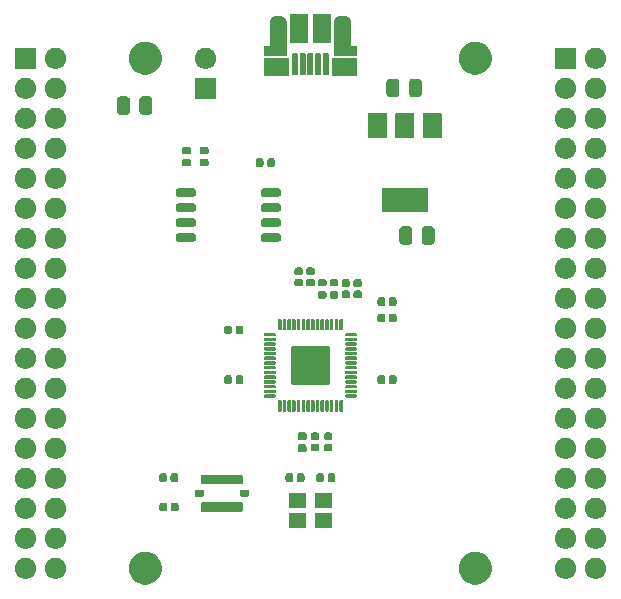
<source format=gbr>
G04 #@! TF.GenerationSoftware,KiCad,Pcbnew,8.0.1*
G04 #@! TF.CreationDate,2024-04-16T23:47:22-05:00*
G04 #@! TF.ProjectId,RP2040_minimal_r2,52503230-3430-45f6-9d69-6e696d616c5f,REV2*
G04 #@! TF.SameCoordinates,Original*
G04 #@! TF.FileFunction,Soldermask,Top*
G04 #@! TF.FilePolarity,Negative*
%FSLAX46Y46*%
G04 Gerber Fmt 4.6, Leading zero omitted, Abs format (unit mm)*
G04 Created by KiCad (PCBNEW 8.0.1) date 2024-04-16 23:47:22*
%MOMM*%
%LPD*%
G01*
G04 APERTURE LIST*
G04 APERTURE END LIST*
G36*
X86373925Y-115821870D02*
G01*
X86592775Y-115897002D01*
X86796274Y-116007130D01*
X86978871Y-116149251D01*
X87135586Y-116319488D01*
X87262143Y-116513198D01*
X87355090Y-116725096D01*
X87411892Y-116949403D01*
X87431000Y-117180000D01*
X87411892Y-117410597D01*
X87355090Y-117634904D01*
X87262143Y-117846802D01*
X87135586Y-118040512D01*
X86978871Y-118210749D01*
X86796274Y-118352870D01*
X86592775Y-118462998D01*
X86373925Y-118538130D01*
X86145694Y-118576215D01*
X85914306Y-118576215D01*
X85686075Y-118538130D01*
X85467225Y-118462998D01*
X85263726Y-118352870D01*
X85081129Y-118210749D01*
X84924414Y-118040512D01*
X84797857Y-117846802D01*
X84704910Y-117634904D01*
X84648108Y-117410597D01*
X84629000Y-117180000D01*
X84648108Y-116949403D01*
X84704910Y-116725096D01*
X84797857Y-116513198D01*
X84924414Y-116319488D01*
X85081129Y-116149251D01*
X85263726Y-116007130D01*
X85467225Y-115897002D01*
X85686075Y-115821870D01*
X85914306Y-115783785D01*
X86145694Y-115783785D01*
X86373925Y-115821870D01*
G37*
G36*
X114313925Y-115821870D02*
G01*
X114532775Y-115897002D01*
X114736274Y-116007130D01*
X114918871Y-116149251D01*
X115075586Y-116319488D01*
X115202143Y-116513198D01*
X115295090Y-116725096D01*
X115351892Y-116949403D01*
X115371000Y-117180000D01*
X115351892Y-117410597D01*
X115295090Y-117634904D01*
X115202143Y-117846802D01*
X115075586Y-118040512D01*
X114918871Y-118210749D01*
X114736274Y-118352870D01*
X114532775Y-118462998D01*
X114313925Y-118538130D01*
X114085694Y-118576215D01*
X113854306Y-118576215D01*
X113626075Y-118538130D01*
X113407225Y-118462998D01*
X113203726Y-118352870D01*
X113021129Y-118210749D01*
X112864414Y-118040512D01*
X112737857Y-117846802D01*
X112644910Y-117634904D01*
X112588108Y-117410597D01*
X112569000Y-117180000D01*
X112588108Y-116949403D01*
X112644910Y-116725096D01*
X112737857Y-116513198D01*
X112864414Y-116319488D01*
X113021129Y-116149251D01*
X113203726Y-116007130D01*
X113407225Y-115897002D01*
X113626075Y-115821870D01*
X113854306Y-115783785D01*
X114085694Y-115783785D01*
X114313925Y-115821870D01*
G37*
G36*
X75917913Y-116283936D02*
G01*
X75964180Y-116283936D01*
X76004129Y-116292427D01*
X76045733Y-116296525D01*
X76097998Y-116312379D01*
X76148424Y-116323098D01*
X76180694Y-116337465D01*
X76214712Y-116347785D01*
X76268767Y-116376678D01*
X76320500Y-116399711D01*
X76344551Y-116417185D01*
X76370447Y-116431027D01*
X76423271Y-116474378D01*
X76472887Y-116510427D01*
X76488996Y-116528318D01*
X76506948Y-116543051D01*
X76555188Y-116601831D01*
X76598924Y-116650405D01*
X76608111Y-116666319D01*
X76618972Y-116679552D01*
X76659149Y-116754719D01*
X76693104Y-116813530D01*
X76697009Y-116825550D01*
X76702214Y-116835287D01*
X76730913Y-116929896D01*
X76751311Y-116992672D01*
X76752028Y-116999502D01*
X76753474Y-117004266D01*
X76767536Y-117147042D01*
X76771000Y-117180000D01*
X76767535Y-117212959D01*
X76753474Y-117355733D01*
X76752029Y-117360496D01*
X76751311Y-117367328D01*
X76730909Y-117430117D01*
X76702214Y-117524712D01*
X76697010Y-117534447D01*
X76693104Y-117546470D01*
X76659142Y-117605293D01*
X76618972Y-117680447D01*
X76608113Y-117693677D01*
X76598924Y-117709595D01*
X76555178Y-117758178D01*
X76506948Y-117816948D01*
X76489000Y-117831677D01*
X76472887Y-117849573D01*
X76423260Y-117885628D01*
X76370447Y-117928972D01*
X76344557Y-117942810D01*
X76320500Y-117960289D01*
X76268756Y-117983326D01*
X76214712Y-118012214D01*
X76180701Y-118022531D01*
X76148424Y-118036902D01*
X76097987Y-118047622D01*
X76045733Y-118063474D01*
X76004138Y-118067570D01*
X75964180Y-118076064D01*
X75917903Y-118076064D01*
X75870000Y-118080782D01*
X75822097Y-118076064D01*
X75775820Y-118076064D01*
X75735862Y-118067570D01*
X75694266Y-118063474D01*
X75642009Y-118047621D01*
X75591576Y-118036902D01*
X75559300Y-118022532D01*
X75525287Y-118012214D01*
X75471237Y-117983323D01*
X75419500Y-117960289D01*
X75395445Y-117942812D01*
X75369552Y-117928972D01*
X75316730Y-117885622D01*
X75267113Y-117849573D01*
X75251002Y-117831680D01*
X75233051Y-117816948D01*
X75184809Y-117758166D01*
X75141076Y-117709595D01*
X75131888Y-117693681D01*
X75121027Y-117680447D01*
X75080844Y-117605269D01*
X75046896Y-117546470D01*
X75042991Y-117534451D01*
X75037785Y-117524712D01*
X75009075Y-117430071D01*
X74988689Y-117367328D01*
X74987971Y-117360501D01*
X74986525Y-117355733D01*
X74972448Y-117212808D01*
X74969000Y-117180000D01*
X74972448Y-117147194D01*
X74986525Y-117004266D01*
X74987971Y-116999497D01*
X74988689Y-116992672D01*
X75009071Y-116929942D01*
X75037785Y-116835287D01*
X75042991Y-116825545D01*
X75046896Y-116813530D01*
X75080836Y-116754742D01*
X75121027Y-116679552D01*
X75131890Y-116666314D01*
X75141076Y-116650405D01*
X75184800Y-116601843D01*
X75233051Y-116543051D01*
X75251005Y-116528315D01*
X75267113Y-116510427D01*
X75316720Y-116474385D01*
X75369552Y-116431027D01*
X75395450Y-116417183D01*
X75419500Y-116399711D01*
X75471226Y-116376681D01*
X75525287Y-116347785D01*
X75559307Y-116337464D01*
X75591576Y-116323098D01*
X75641998Y-116312380D01*
X75694266Y-116296525D01*
X75735871Y-116292427D01*
X75775820Y-116283936D01*
X75822086Y-116283936D01*
X75870000Y-116279217D01*
X75917913Y-116283936D01*
G37*
G36*
X78457913Y-116283936D02*
G01*
X78504180Y-116283936D01*
X78544129Y-116292427D01*
X78585733Y-116296525D01*
X78637998Y-116312379D01*
X78688424Y-116323098D01*
X78720694Y-116337465D01*
X78754712Y-116347785D01*
X78808767Y-116376678D01*
X78860500Y-116399711D01*
X78884551Y-116417185D01*
X78910447Y-116431027D01*
X78963271Y-116474378D01*
X79012887Y-116510427D01*
X79028996Y-116528318D01*
X79046948Y-116543051D01*
X79095188Y-116601831D01*
X79138924Y-116650405D01*
X79148111Y-116666319D01*
X79158972Y-116679552D01*
X79199149Y-116754719D01*
X79233104Y-116813530D01*
X79237009Y-116825550D01*
X79242214Y-116835287D01*
X79270913Y-116929896D01*
X79291311Y-116992672D01*
X79292028Y-116999502D01*
X79293474Y-117004266D01*
X79307536Y-117147042D01*
X79311000Y-117180000D01*
X79307535Y-117212959D01*
X79293474Y-117355733D01*
X79292029Y-117360496D01*
X79291311Y-117367328D01*
X79270909Y-117430117D01*
X79242214Y-117524712D01*
X79237010Y-117534447D01*
X79233104Y-117546470D01*
X79199142Y-117605293D01*
X79158972Y-117680447D01*
X79148113Y-117693677D01*
X79138924Y-117709595D01*
X79095178Y-117758178D01*
X79046948Y-117816948D01*
X79029000Y-117831677D01*
X79012887Y-117849573D01*
X78963260Y-117885628D01*
X78910447Y-117928972D01*
X78884557Y-117942810D01*
X78860500Y-117960289D01*
X78808756Y-117983326D01*
X78754712Y-118012214D01*
X78720701Y-118022531D01*
X78688424Y-118036902D01*
X78637987Y-118047622D01*
X78585733Y-118063474D01*
X78544138Y-118067570D01*
X78504180Y-118076064D01*
X78457903Y-118076064D01*
X78410000Y-118080782D01*
X78362097Y-118076064D01*
X78315820Y-118076064D01*
X78275862Y-118067570D01*
X78234266Y-118063474D01*
X78182009Y-118047621D01*
X78131576Y-118036902D01*
X78099300Y-118022532D01*
X78065287Y-118012214D01*
X78011237Y-117983323D01*
X77959500Y-117960289D01*
X77935445Y-117942812D01*
X77909552Y-117928972D01*
X77856730Y-117885622D01*
X77807113Y-117849573D01*
X77791002Y-117831680D01*
X77773051Y-117816948D01*
X77724809Y-117758166D01*
X77681076Y-117709595D01*
X77671888Y-117693681D01*
X77661027Y-117680447D01*
X77620844Y-117605269D01*
X77586896Y-117546470D01*
X77582991Y-117534451D01*
X77577785Y-117524712D01*
X77549075Y-117430071D01*
X77528689Y-117367328D01*
X77527971Y-117360501D01*
X77526525Y-117355733D01*
X77512448Y-117212808D01*
X77509000Y-117180000D01*
X77512448Y-117147194D01*
X77526525Y-117004266D01*
X77527971Y-116999497D01*
X77528689Y-116992672D01*
X77549071Y-116929942D01*
X77577785Y-116835287D01*
X77582991Y-116825545D01*
X77586896Y-116813530D01*
X77620836Y-116754742D01*
X77661027Y-116679552D01*
X77671890Y-116666314D01*
X77681076Y-116650405D01*
X77724800Y-116601843D01*
X77773051Y-116543051D01*
X77791005Y-116528315D01*
X77807113Y-116510427D01*
X77856720Y-116474385D01*
X77909552Y-116431027D01*
X77935450Y-116417183D01*
X77959500Y-116399711D01*
X78011226Y-116376681D01*
X78065287Y-116347785D01*
X78099307Y-116337464D01*
X78131576Y-116323098D01*
X78181998Y-116312380D01*
X78234266Y-116296525D01*
X78275871Y-116292427D01*
X78315820Y-116283936D01*
X78362086Y-116283936D01*
X78410000Y-116279217D01*
X78457913Y-116283936D01*
G37*
G36*
X121637913Y-116283936D02*
G01*
X121684180Y-116283936D01*
X121724129Y-116292427D01*
X121765733Y-116296525D01*
X121817998Y-116312379D01*
X121868424Y-116323098D01*
X121900694Y-116337465D01*
X121934712Y-116347785D01*
X121988767Y-116376678D01*
X122040500Y-116399711D01*
X122064551Y-116417185D01*
X122090447Y-116431027D01*
X122143271Y-116474378D01*
X122192887Y-116510427D01*
X122208996Y-116528318D01*
X122226948Y-116543051D01*
X122275188Y-116601831D01*
X122318924Y-116650405D01*
X122328111Y-116666319D01*
X122338972Y-116679552D01*
X122379149Y-116754719D01*
X122413104Y-116813530D01*
X122417009Y-116825550D01*
X122422214Y-116835287D01*
X122450913Y-116929896D01*
X122471311Y-116992672D01*
X122472028Y-116999502D01*
X122473474Y-117004266D01*
X122487536Y-117147042D01*
X122491000Y-117180000D01*
X122487535Y-117212959D01*
X122473474Y-117355733D01*
X122472029Y-117360496D01*
X122471311Y-117367328D01*
X122450909Y-117430117D01*
X122422214Y-117524712D01*
X122417010Y-117534447D01*
X122413104Y-117546470D01*
X122379142Y-117605293D01*
X122338972Y-117680447D01*
X122328113Y-117693677D01*
X122318924Y-117709595D01*
X122275178Y-117758178D01*
X122226948Y-117816948D01*
X122209000Y-117831677D01*
X122192887Y-117849573D01*
X122143260Y-117885628D01*
X122090447Y-117928972D01*
X122064557Y-117942810D01*
X122040500Y-117960289D01*
X121988756Y-117983326D01*
X121934712Y-118012214D01*
X121900701Y-118022531D01*
X121868424Y-118036902D01*
X121817987Y-118047622D01*
X121765733Y-118063474D01*
X121724138Y-118067570D01*
X121684180Y-118076064D01*
X121637903Y-118076064D01*
X121590000Y-118080782D01*
X121542097Y-118076064D01*
X121495820Y-118076064D01*
X121455862Y-118067570D01*
X121414266Y-118063474D01*
X121362009Y-118047621D01*
X121311576Y-118036902D01*
X121279300Y-118022532D01*
X121245287Y-118012214D01*
X121191237Y-117983323D01*
X121139500Y-117960289D01*
X121115445Y-117942812D01*
X121089552Y-117928972D01*
X121036730Y-117885622D01*
X120987113Y-117849573D01*
X120971002Y-117831680D01*
X120953051Y-117816948D01*
X120904809Y-117758166D01*
X120861076Y-117709595D01*
X120851888Y-117693681D01*
X120841027Y-117680447D01*
X120800844Y-117605269D01*
X120766896Y-117546470D01*
X120762991Y-117534451D01*
X120757785Y-117524712D01*
X120729075Y-117430071D01*
X120708689Y-117367328D01*
X120707971Y-117360501D01*
X120706525Y-117355733D01*
X120692448Y-117212808D01*
X120689000Y-117180000D01*
X120692448Y-117147194D01*
X120706525Y-117004266D01*
X120707971Y-116999497D01*
X120708689Y-116992672D01*
X120729071Y-116929942D01*
X120757785Y-116835287D01*
X120762991Y-116825545D01*
X120766896Y-116813530D01*
X120800836Y-116754742D01*
X120841027Y-116679552D01*
X120851890Y-116666314D01*
X120861076Y-116650405D01*
X120904800Y-116601843D01*
X120953051Y-116543051D01*
X120971005Y-116528315D01*
X120987113Y-116510427D01*
X121036720Y-116474385D01*
X121089552Y-116431027D01*
X121115450Y-116417183D01*
X121139500Y-116399711D01*
X121191226Y-116376681D01*
X121245287Y-116347785D01*
X121279307Y-116337464D01*
X121311576Y-116323098D01*
X121361998Y-116312380D01*
X121414266Y-116296525D01*
X121455871Y-116292427D01*
X121495820Y-116283936D01*
X121542086Y-116283936D01*
X121590000Y-116279217D01*
X121637913Y-116283936D01*
G37*
G36*
X124177913Y-116283936D02*
G01*
X124224180Y-116283936D01*
X124264129Y-116292427D01*
X124305733Y-116296525D01*
X124357998Y-116312379D01*
X124408424Y-116323098D01*
X124440694Y-116337465D01*
X124474712Y-116347785D01*
X124528767Y-116376678D01*
X124580500Y-116399711D01*
X124604551Y-116417185D01*
X124630447Y-116431027D01*
X124683271Y-116474378D01*
X124732887Y-116510427D01*
X124748996Y-116528318D01*
X124766948Y-116543051D01*
X124815188Y-116601831D01*
X124858924Y-116650405D01*
X124868111Y-116666319D01*
X124878972Y-116679552D01*
X124919149Y-116754719D01*
X124953104Y-116813530D01*
X124957009Y-116825550D01*
X124962214Y-116835287D01*
X124990913Y-116929896D01*
X125011311Y-116992672D01*
X125012028Y-116999502D01*
X125013474Y-117004266D01*
X125027536Y-117147042D01*
X125031000Y-117180000D01*
X125027535Y-117212959D01*
X125013474Y-117355733D01*
X125012029Y-117360496D01*
X125011311Y-117367328D01*
X124990909Y-117430117D01*
X124962214Y-117524712D01*
X124957010Y-117534447D01*
X124953104Y-117546470D01*
X124919142Y-117605293D01*
X124878972Y-117680447D01*
X124868113Y-117693677D01*
X124858924Y-117709595D01*
X124815178Y-117758178D01*
X124766948Y-117816948D01*
X124749000Y-117831677D01*
X124732887Y-117849573D01*
X124683260Y-117885628D01*
X124630447Y-117928972D01*
X124604557Y-117942810D01*
X124580500Y-117960289D01*
X124528756Y-117983326D01*
X124474712Y-118012214D01*
X124440701Y-118022531D01*
X124408424Y-118036902D01*
X124357987Y-118047622D01*
X124305733Y-118063474D01*
X124264138Y-118067570D01*
X124224180Y-118076064D01*
X124177903Y-118076064D01*
X124130000Y-118080782D01*
X124082097Y-118076064D01*
X124035820Y-118076064D01*
X123995862Y-118067570D01*
X123954266Y-118063474D01*
X123902009Y-118047621D01*
X123851576Y-118036902D01*
X123819300Y-118022532D01*
X123785287Y-118012214D01*
X123731237Y-117983323D01*
X123679500Y-117960289D01*
X123655445Y-117942812D01*
X123629552Y-117928972D01*
X123576730Y-117885622D01*
X123527113Y-117849573D01*
X123511002Y-117831680D01*
X123493051Y-117816948D01*
X123444809Y-117758166D01*
X123401076Y-117709595D01*
X123391888Y-117693681D01*
X123381027Y-117680447D01*
X123340844Y-117605269D01*
X123306896Y-117546470D01*
X123302991Y-117534451D01*
X123297785Y-117524712D01*
X123269075Y-117430071D01*
X123248689Y-117367328D01*
X123247971Y-117360501D01*
X123246525Y-117355733D01*
X123232448Y-117212808D01*
X123229000Y-117180000D01*
X123232448Y-117147194D01*
X123246525Y-117004266D01*
X123247971Y-116999497D01*
X123248689Y-116992672D01*
X123269071Y-116929942D01*
X123297785Y-116835287D01*
X123302991Y-116825545D01*
X123306896Y-116813530D01*
X123340836Y-116754742D01*
X123381027Y-116679552D01*
X123391890Y-116666314D01*
X123401076Y-116650405D01*
X123444800Y-116601843D01*
X123493051Y-116543051D01*
X123511005Y-116528315D01*
X123527113Y-116510427D01*
X123576720Y-116474385D01*
X123629552Y-116431027D01*
X123655450Y-116417183D01*
X123679500Y-116399711D01*
X123731226Y-116376681D01*
X123785287Y-116347785D01*
X123819307Y-116337464D01*
X123851576Y-116323098D01*
X123901998Y-116312380D01*
X123954266Y-116296525D01*
X123995871Y-116292427D01*
X124035820Y-116283936D01*
X124082086Y-116283936D01*
X124130000Y-116279217D01*
X124177913Y-116283936D01*
G37*
G36*
X75917913Y-113743936D02*
G01*
X75964180Y-113743936D01*
X76004129Y-113752427D01*
X76045733Y-113756525D01*
X76097998Y-113772379D01*
X76148424Y-113783098D01*
X76180694Y-113797465D01*
X76214712Y-113807785D01*
X76268767Y-113836678D01*
X76320500Y-113859711D01*
X76344551Y-113877185D01*
X76370447Y-113891027D01*
X76423271Y-113934378D01*
X76472887Y-113970427D01*
X76488996Y-113988318D01*
X76506948Y-114003051D01*
X76555188Y-114061831D01*
X76598924Y-114110405D01*
X76608111Y-114126319D01*
X76618972Y-114139552D01*
X76659149Y-114214719D01*
X76693104Y-114273530D01*
X76697009Y-114285550D01*
X76702214Y-114295287D01*
X76730913Y-114389896D01*
X76751311Y-114452672D01*
X76752028Y-114459502D01*
X76753474Y-114464266D01*
X76767536Y-114607042D01*
X76771000Y-114640000D01*
X76767535Y-114672959D01*
X76753474Y-114815733D01*
X76752029Y-114820496D01*
X76751311Y-114827328D01*
X76730909Y-114890117D01*
X76702214Y-114984712D01*
X76697010Y-114994447D01*
X76693104Y-115006470D01*
X76659142Y-115065293D01*
X76618972Y-115140447D01*
X76608113Y-115153677D01*
X76598924Y-115169595D01*
X76555178Y-115218178D01*
X76506948Y-115276948D01*
X76489000Y-115291677D01*
X76472887Y-115309573D01*
X76423260Y-115345628D01*
X76370447Y-115388972D01*
X76344557Y-115402810D01*
X76320500Y-115420289D01*
X76268756Y-115443326D01*
X76214712Y-115472214D01*
X76180701Y-115482531D01*
X76148424Y-115496902D01*
X76097987Y-115507622D01*
X76045733Y-115523474D01*
X76004138Y-115527570D01*
X75964180Y-115536064D01*
X75917903Y-115536064D01*
X75870000Y-115540782D01*
X75822097Y-115536064D01*
X75775820Y-115536064D01*
X75735862Y-115527570D01*
X75694266Y-115523474D01*
X75642009Y-115507621D01*
X75591576Y-115496902D01*
X75559300Y-115482532D01*
X75525287Y-115472214D01*
X75471237Y-115443323D01*
X75419500Y-115420289D01*
X75395445Y-115402812D01*
X75369552Y-115388972D01*
X75316730Y-115345622D01*
X75267113Y-115309573D01*
X75251002Y-115291680D01*
X75233051Y-115276948D01*
X75184809Y-115218166D01*
X75141076Y-115169595D01*
X75131888Y-115153681D01*
X75121027Y-115140447D01*
X75080844Y-115065269D01*
X75046896Y-115006470D01*
X75042991Y-114994451D01*
X75037785Y-114984712D01*
X75009075Y-114890071D01*
X74988689Y-114827328D01*
X74987971Y-114820501D01*
X74986525Y-114815733D01*
X74972448Y-114672808D01*
X74969000Y-114640000D01*
X74972448Y-114607194D01*
X74986525Y-114464266D01*
X74987971Y-114459497D01*
X74988689Y-114452672D01*
X75009071Y-114389942D01*
X75037785Y-114295287D01*
X75042991Y-114285545D01*
X75046896Y-114273530D01*
X75080836Y-114214742D01*
X75121027Y-114139552D01*
X75131890Y-114126314D01*
X75141076Y-114110405D01*
X75184800Y-114061843D01*
X75233051Y-114003051D01*
X75251005Y-113988315D01*
X75267113Y-113970427D01*
X75316720Y-113934385D01*
X75369552Y-113891027D01*
X75395450Y-113877183D01*
X75419500Y-113859711D01*
X75471226Y-113836681D01*
X75525287Y-113807785D01*
X75559307Y-113797464D01*
X75591576Y-113783098D01*
X75641998Y-113772380D01*
X75694266Y-113756525D01*
X75735871Y-113752427D01*
X75775820Y-113743936D01*
X75822086Y-113743936D01*
X75870000Y-113739217D01*
X75917913Y-113743936D01*
G37*
G36*
X78457913Y-113743936D02*
G01*
X78504180Y-113743936D01*
X78544129Y-113752427D01*
X78585733Y-113756525D01*
X78637998Y-113772379D01*
X78688424Y-113783098D01*
X78720694Y-113797465D01*
X78754712Y-113807785D01*
X78808767Y-113836678D01*
X78860500Y-113859711D01*
X78884551Y-113877185D01*
X78910447Y-113891027D01*
X78963271Y-113934378D01*
X79012887Y-113970427D01*
X79028996Y-113988318D01*
X79046948Y-114003051D01*
X79095188Y-114061831D01*
X79138924Y-114110405D01*
X79148111Y-114126319D01*
X79158972Y-114139552D01*
X79199149Y-114214719D01*
X79233104Y-114273530D01*
X79237009Y-114285550D01*
X79242214Y-114295287D01*
X79270913Y-114389896D01*
X79291311Y-114452672D01*
X79292028Y-114459502D01*
X79293474Y-114464266D01*
X79307536Y-114607042D01*
X79311000Y-114640000D01*
X79307535Y-114672959D01*
X79293474Y-114815733D01*
X79292029Y-114820496D01*
X79291311Y-114827328D01*
X79270909Y-114890117D01*
X79242214Y-114984712D01*
X79237010Y-114994447D01*
X79233104Y-115006470D01*
X79199142Y-115065293D01*
X79158972Y-115140447D01*
X79148113Y-115153677D01*
X79138924Y-115169595D01*
X79095178Y-115218178D01*
X79046948Y-115276948D01*
X79029000Y-115291677D01*
X79012887Y-115309573D01*
X78963260Y-115345628D01*
X78910447Y-115388972D01*
X78884557Y-115402810D01*
X78860500Y-115420289D01*
X78808756Y-115443326D01*
X78754712Y-115472214D01*
X78720701Y-115482531D01*
X78688424Y-115496902D01*
X78637987Y-115507622D01*
X78585733Y-115523474D01*
X78544138Y-115527570D01*
X78504180Y-115536064D01*
X78457903Y-115536064D01*
X78410000Y-115540782D01*
X78362097Y-115536064D01*
X78315820Y-115536064D01*
X78275862Y-115527570D01*
X78234266Y-115523474D01*
X78182009Y-115507621D01*
X78131576Y-115496902D01*
X78099300Y-115482532D01*
X78065287Y-115472214D01*
X78011237Y-115443323D01*
X77959500Y-115420289D01*
X77935445Y-115402812D01*
X77909552Y-115388972D01*
X77856730Y-115345622D01*
X77807113Y-115309573D01*
X77791002Y-115291680D01*
X77773051Y-115276948D01*
X77724809Y-115218166D01*
X77681076Y-115169595D01*
X77671888Y-115153681D01*
X77661027Y-115140447D01*
X77620844Y-115065269D01*
X77586896Y-115006470D01*
X77582991Y-114994451D01*
X77577785Y-114984712D01*
X77549075Y-114890071D01*
X77528689Y-114827328D01*
X77527971Y-114820501D01*
X77526525Y-114815733D01*
X77512448Y-114672808D01*
X77509000Y-114640000D01*
X77512448Y-114607194D01*
X77526525Y-114464266D01*
X77527971Y-114459497D01*
X77528689Y-114452672D01*
X77549071Y-114389942D01*
X77577785Y-114295287D01*
X77582991Y-114285545D01*
X77586896Y-114273530D01*
X77620836Y-114214742D01*
X77661027Y-114139552D01*
X77671890Y-114126314D01*
X77681076Y-114110405D01*
X77724800Y-114061843D01*
X77773051Y-114003051D01*
X77791005Y-113988315D01*
X77807113Y-113970427D01*
X77856720Y-113934385D01*
X77909552Y-113891027D01*
X77935450Y-113877183D01*
X77959500Y-113859711D01*
X78011226Y-113836681D01*
X78065287Y-113807785D01*
X78099307Y-113797464D01*
X78131576Y-113783098D01*
X78181998Y-113772380D01*
X78234266Y-113756525D01*
X78275871Y-113752427D01*
X78315820Y-113743936D01*
X78362086Y-113743936D01*
X78410000Y-113739217D01*
X78457913Y-113743936D01*
G37*
G36*
X121637913Y-113743936D02*
G01*
X121684180Y-113743936D01*
X121724129Y-113752427D01*
X121765733Y-113756525D01*
X121817998Y-113772379D01*
X121868424Y-113783098D01*
X121900694Y-113797465D01*
X121934712Y-113807785D01*
X121988767Y-113836678D01*
X122040500Y-113859711D01*
X122064551Y-113877185D01*
X122090447Y-113891027D01*
X122143271Y-113934378D01*
X122192887Y-113970427D01*
X122208996Y-113988318D01*
X122226948Y-114003051D01*
X122275188Y-114061831D01*
X122318924Y-114110405D01*
X122328111Y-114126319D01*
X122338972Y-114139552D01*
X122379149Y-114214719D01*
X122413104Y-114273530D01*
X122417009Y-114285550D01*
X122422214Y-114295287D01*
X122450913Y-114389896D01*
X122471311Y-114452672D01*
X122472028Y-114459502D01*
X122473474Y-114464266D01*
X122487536Y-114607042D01*
X122491000Y-114640000D01*
X122487535Y-114672959D01*
X122473474Y-114815733D01*
X122472029Y-114820496D01*
X122471311Y-114827328D01*
X122450909Y-114890117D01*
X122422214Y-114984712D01*
X122417010Y-114994447D01*
X122413104Y-115006470D01*
X122379142Y-115065293D01*
X122338972Y-115140447D01*
X122328113Y-115153677D01*
X122318924Y-115169595D01*
X122275178Y-115218178D01*
X122226948Y-115276948D01*
X122209000Y-115291677D01*
X122192887Y-115309573D01*
X122143260Y-115345628D01*
X122090447Y-115388972D01*
X122064557Y-115402810D01*
X122040500Y-115420289D01*
X121988756Y-115443326D01*
X121934712Y-115472214D01*
X121900701Y-115482531D01*
X121868424Y-115496902D01*
X121817987Y-115507622D01*
X121765733Y-115523474D01*
X121724138Y-115527570D01*
X121684180Y-115536064D01*
X121637903Y-115536064D01*
X121590000Y-115540782D01*
X121542097Y-115536064D01*
X121495820Y-115536064D01*
X121455862Y-115527570D01*
X121414266Y-115523474D01*
X121362009Y-115507621D01*
X121311576Y-115496902D01*
X121279300Y-115482532D01*
X121245287Y-115472214D01*
X121191237Y-115443323D01*
X121139500Y-115420289D01*
X121115445Y-115402812D01*
X121089552Y-115388972D01*
X121036730Y-115345622D01*
X120987113Y-115309573D01*
X120971002Y-115291680D01*
X120953051Y-115276948D01*
X120904809Y-115218166D01*
X120861076Y-115169595D01*
X120851888Y-115153681D01*
X120841027Y-115140447D01*
X120800844Y-115065269D01*
X120766896Y-115006470D01*
X120762991Y-114994451D01*
X120757785Y-114984712D01*
X120729075Y-114890071D01*
X120708689Y-114827328D01*
X120707971Y-114820501D01*
X120706525Y-114815733D01*
X120692448Y-114672808D01*
X120689000Y-114640000D01*
X120692448Y-114607194D01*
X120706525Y-114464266D01*
X120707971Y-114459497D01*
X120708689Y-114452672D01*
X120729071Y-114389942D01*
X120757785Y-114295287D01*
X120762991Y-114285545D01*
X120766896Y-114273530D01*
X120800836Y-114214742D01*
X120841027Y-114139552D01*
X120851890Y-114126314D01*
X120861076Y-114110405D01*
X120904800Y-114061843D01*
X120953051Y-114003051D01*
X120971005Y-113988315D01*
X120987113Y-113970427D01*
X121036720Y-113934385D01*
X121089552Y-113891027D01*
X121115450Y-113877183D01*
X121139500Y-113859711D01*
X121191226Y-113836681D01*
X121245287Y-113807785D01*
X121279307Y-113797464D01*
X121311576Y-113783098D01*
X121361998Y-113772380D01*
X121414266Y-113756525D01*
X121455871Y-113752427D01*
X121495820Y-113743936D01*
X121542086Y-113743936D01*
X121590000Y-113739217D01*
X121637913Y-113743936D01*
G37*
G36*
X124177913Y-113743936D02*
G01*
X124224180Y-113743936D01*
X124264129Y-113752427D01*
X124305733Y-113756525D01*
X124357998Y-113772379D01*
X124408424Y-113783098D01*
X124440694Y-113797465D01*
X124474712Y-113807785D01*
X124528767Y-113836678D01*
X124580500Y-113859711D01*
X124604551Y-113877185D01*
X124630447Y-113891027D01*
X124683271Y-113934378D01*
X124732887Y-113970427D01*
X124748996Y-113988318D01*
X124766948Y-114003051D01*
X124815188Y-114061831D01*
X124858924Y-114110405D01*
X124868111Y-114126319D01*
X124878972Y-114139552D01*
X124919149Y-114214719D01*
X124953104Y-114273530D01*
X124957009Y-114285550D01*
X124962214Y-114295287D01*
X124990913Y-114389896D01*
X125011311Y-114452672D01*
X125012028Y-114459502D01*
X125013474Y-114464266D01*
X125027536Y-114607042D01*
X125031000Y-114640000D01*
X125027535Y-114672959D01*
X125013474Y-114815733D01*
X125012029Y-114820496D01*
X125011311Y-114827328D01*
X124990909Y-114890117D01*
X124962214Y-114984712D01*
X124957010Y-114994447D01*
X124953104Y-115006470D01*
X124919142Y-115065293D01*
X124878972Y-115140447D01*
X124868113Y-115153677D01*
X124858924Y-115169595D01*
X124815178Y-115218178D01*
X124766948Y-115276948D01*
X124749000Y-115291677D01*
X124732887Y-115309573D01*
X124683260Y-115345628D01*
X124630447Y-115388972D01*
X124604557Y-115402810D01*
X124580500Y-115420289D01*
X124528756Y-115443326D01*
X124474712Y-115472214D01*
X124440701Y-115482531D01*
X124408424Y-115496902D01*
X124357987Y-115507622D01*
X124305733Y-115523474D01*
X124264138Y-115527570D01*
X124224180Y-115536064D01*
X124177903Y-115536064D01*
X124130000Y-115540782D01*
X124082097Y-115536064D01*
X124035820Y-115536064D01*
X123995862Y-115527570D01*
X123954266Y-115523474D01*
X123902009Y-115507621D01*
X123851576Y-115496902D01*
X123819300Y-115482532D01*
X123785287Y-115472214D01*
X123731237Y-115443323D01*
X123679500Y-115420289D01*
X123655445Y-115402812D01*
X123629552Y-115388972D01*
X123576730Y-115345622D01*
X123527113Y-115309573D01*
X123511002Y-115291680D01*
X123493051Y-115276948D01*
X123444809Y-115218166D01*
X123401076Y-115169595D01*
X123391888Y-115153681D01*
X123381027Y-115140447D01*
X123340844Y-115065269D01*
X123306896Y-115006470D01*
X123302991Y-114994451D01*
X123297785Y-114984712D01*
X123269075Y-114890071D01*
X123248689Y-114827328D01*
X123247971Y-114820501D01*
X123246525Y-114815733D01*
X123232448Y-114672808D01*
X123229000Y-114640000D01*
X123232448Y-114607194D01*
X123246525Y-114464266D01*
X123247971Y-114459497D01*
X123248689Y-114452672D01*
X123269071Y-114389942D01*
X123297785Y-114295287D01*
X123302991Y-114285545D01*
X123306896Y-114273530D01*
X123340836Y-114214742D01*
X123381027Y-114139552D01*
X123391890Y-114126314D01*
X123401076Y-114110405D01*
X123444800Y-114061843D01*
X123493051Y-114003051D01*
X123511005Y-113988315D01*
X123527113Y-113970427D01*
X123576720Y-113934385D01*
X123629552Y-113891027D01*
X123655450Y-113877183D01*
X123679500Y-113859711D01*
X123731226Y-113836681D01*
X123785287Y-113807785D01*
X123819307Y-113797464D01*
X123851576Y-113783098D01*
X123901998Y-113772380D01*
X123954266Y-113756525D01*
X123995871Y-113752427D01*
X124035820Y-113743936D01*
X124082086Y-113743936D01*
X124130000Y-113739217D01*
X124177913Y-113743936D01*
G37*
G36*
X99619517Y-112502882D02*
G01*
X99636062Y-112513938D01*
X99647118Y-112530483D01*
X99651000Y-112550000D01*
X99651000Y-113750000D01*
X99647118Y-113769517D01*
X99636062Y-113786062D01*
X99619517Y-113797118D01*
X99600000Y-113801000D01*
X98200000Y-113801000D01*
X98180483Y-113797118D01*
X98163938Y-113786062D01*
X98152882Y-113769517D01*
X98149000Y-113750000D01*
X98149000Y-112550000D01*
X98152882Y-112530483D01*
X98163938Y-112513938D01*
X98180483Y-112502882D01*
X98200000Y-112499000D01*
X99600000Y-112499000D01*
X99619517Y-112502882D01*
G37*
G36*
X101819517Y-112502882D02*
G01*
X101836062Y-112513938D01*
X101847118Y-112530483D01*
X101851000Y-112550000D01*
X101851000Y-113750000D01*
X101847118Y-113769517D01*
X101836062Y-113786062D01*
X101819517Y-113797118D01*
X101800000Y-113801000D01*
X100400000Y-113801000D01*
X100380483Y-113797118D01*
X100363938Y-113786062D01*
X100352882Y-113769517D01*
X100349000Y-113750000D01*
X100349000Y-112550000D01*
X100352882Y-112530483D01*
X100363938Y-112513938D01*
X100380483Y-112502882D01*
X100400000Y-112499000D01*
X101800000Y-112499000D01*
X101819517Y-112502882D01*
G37*
G36*
X75917913Y-111203936D02*
G01*
X75964180Y-111203936D01*
X76004129Y-111212427D01*
X76045733Y-111216525D01*
X76097998Y-111232379D01*
X76148424Y-111243098D01*
X76180694Y-111257465D01*
X76214712Y-111267785D01*
X76268767Y-111296678D01*
X76320500Y-111319711D01*
X76344551Y-111337185D01*
X76370447Y-111351027D01*
X76423271Y-111394378D01*
X76472887Y-111430427D01*
X76488996Y-111448318D01*
X76506948Y-111463051D01*
X76555188Y-111521831D01*
X76598924Y-111570405D01*
X76608111Y-111586319D01*
X76618972Y-111599552D01*
X76659149Y-111674719D01*
X76693104Y-111733530D01*
X76697009Y-111745550D01*
X76702214Y-111755287D01*
X76730913Y-111849896D01*
X76751311Y-111912672D01*
X76752028Y-111919502D01*
X76753474Y-111924266D01*
X76767536Y-112067042D01*
X76771000Y-112100000D01*
X76767535Y-112132959D01*
X76753474Y-112275733D01*
X76752029Y-112280496D01*
X76751311Y-112287328D01*
X76730909Y-112350117D01*
X76702214Y-112444712D01*
X76697010Y-112454447D01*
X76693104Y-112466470D01*
X76659142Y-112525293D01*
X76618972Y-112600447D01*
X76608113Y-112613677D01*
X76598924Y-112629595D01*
X76555178Y-112678178D01*
X76506948Y-112736948D01*
X76489000Y-112751677D01*
X76472887Y-112769573D01*
X76423260Y-112805628D01*
X76370447Y-112848972D01*
X76344557Y-112862810D01*
X76320500Y-112880289D01*
X76268756Y-112903326D01*
X76214712Y-112932214D01*
X76180701Y-112942531D01*
X76148424Y-112956902D01*
X76097987Y-112967622D01*
X76045733Y-112983474D01*
X76004138Y-112987570D01*
X75964180Y-112996064D01*
X75917903Y-112996064D01*
X75870000Y-113000782D01*
X75822097Y-112996064D01*
X75775820Y-112996064D01*
X75735862Y-112987570D01*
X75694266Y-112983474D01*
X75642009Y-112967621D01*
X75591576Y-112956902D01*
X75559300Y-112942532D01*
X75525287Y-112932214D01*
X75471237Y-112903323D01*
X75419500Y-112880289D01*
X75395445Y-112862812D01*
X75369552Y-112848972D01*
X75316730Y-112805622D01*
X75267113Y-112769573D01*
X75251002Y-112751680D01*
X75233051Y-112736948D01*
X75184809Y-112678166D01*
X75141076Y-112629595D01*
X75131888Y-112613681D01*
X75121027Y-112600447D01*
X75080844Y-112525269D01*
X75046896Y-112466470D01*
X75042991Y-112454451D01*
X75037785Y-112444712D01*
X75009075Y-112350071D01*
X74988689Y-112287328D01*
X74987971Y-112280501D01*
X74986525Y-112275733D01*
X74972448Y-112132808D01*
X74969000Y-112100000D01*
X74972448Y-112067194D01*
X74986525Y-111924266D01*
X74987971Y-111919497D01*
X74988689Y-111912672D01*
X75009071Y-111849942D01*
X75037785Y-111755287D01*
X75042991Y-111745545D01*
X75046896Y-111733530D01*
X75080836Y-111674742D01*
X75121027Y-111599552D01*
X75131890Y-111586314D01*
X75141076Y-111570405D01*
X75184800Y-111521843D01*
X75233051Y-111463051D01*
X75251005Y-111448315D01*
X75267113Y-111430427D01*
X75316720Y-111394385D01*
X75369552Y-111351027D01*
X75395450Y-111337183D01*
X75419500Y-111319711D01*
X75471226Y-111296681D01*
X75525287Y-111267785D01*
X75559307Y-111257464D01*
X75591576Y-111243098D01*
X75641998Y-111232380D01*
X75694266Y-111216525D01*
X75735871Y-111212427D01*
X75775820Y-111203936D01*
X75822086Y-111203936D01*
X75870000Y-111199217D01*
X75917913Y-111203936D01*
G37*
G36*
X78457913Y-111203936D02*
G01*
X78504180Y-111203936D01*
X78544129Y-111212427D01*
X78585733Y-111216525D01*
X78637998Y-111232379D01*
X78688424Y-111243098D01*
X78720694Y-111257465D01*
X78754712Y-111267785D01*
X78808767Y-111296678D01*
X78860500Y-111319711D01*
X78884551Y-111337185D01*
X78910447Y-111351027D01*
X78963271Y-111394378D01*
X79012887Y-111430427D01*
X79028996Y-111448318D01*
X79046948Y-111463051D01*
X79095188Y-111521831D01*
X79138924Y-111570405D01*
X79148111Y-111586319D01*
X79158972Y-111599552D01*
X79199149Y-111674719D01*
X79233104Y-111733530D01*
X79237009Y-111745550D01*
X79242214Y-111755287D01*
X79270913Y-111849896D01*
X79291311Y-111912672D01*
X79292028Y-111919502D01*
X79293474Y-111924266D01*
X79307536Y-112067042D01*
X79311000Y-112100000D01*
X79307535Y-112132959D01*
X79293474Y-112275733D01*
X79292029Y-112280496D01*
X79291311Y-112287328D01*
X79270909Y-112350117D01*
X79242214Y-112444712D01*
X79237010Y-112454447D01*
X79233104Y-112466470D01*
X79199142Y-112525293D01*
X79158972Y-112600447D01*
X79148113Y-112613677D01*
X79138924Y-112629595D01*
X79095178Y-112678178D01*
X79046948Y-112736948D01*
X79029000Y-112751677D01*
X79012887Y-112769573D01*
X78963260Y-112805628D01*
X78910447Y-112848972D01*
X78884557Y-112862810D01*
X78860500Y-112880289D01*
X78808756Y-112903326D01*
X78754712Y-112932214D01*
X78720701Y-112942531D01*
X78688424Y-112956902D01*
X78637987Y-112967622D01*
X78585733Y-112983474D01*
X78544138Y-112987570D01*
X78504180Y-112996064D01*
X78457903Y-112996064D01*
X78410000Y-113000782D01*
X78362097Y-112996064D01*
X78315820Y-112996064D01*
X78275862Y-112987570D01*
X78234266Y-112983474D01*
X78182009Y-112967621D01*
X78131576Y-112956902D01*
X78099300Y-112942532D01*
X78065287Y-112932214D01*
X78011237Y-112903323D01*
X77959500Y-112880289D01*
X77935445Y-112862812D01*
X77909552Y-112848972D01*
X77856730Y-112805622D01*
X77807113Y-112769573D01*
X77791002Y-112751680D01*
X77773051Y-112736948D01*
X77724809Y-112678166D01*
X77681076Y-112629595D01*
X77671888Y-112613681D01*
X77661027Y-112600447D01*
X77620844Y-112525269D01*
X77586896Y-112466470D01*
X77582991Y-112454451D01*
X77577785Y-112444712D01*
X77549075Y-112350071D01*
X77528689Y-112287328D01*
X77527971Y-112280501D01*
X77526525Y-112275733D01*
X77512448Y-112132808D01*
X77509000Y-112100000D01*
X77512448Y-112067194D01*
X77526525Y-111924266D01*
X77527971Y-111919497D01*
X77528689Y-111912672D01*
X77549071Y-111849942D01*
X77577785Y-111755287D01*
X77582991Y-111745545D01*
X77586896Y-111733530D01*
X77620836Y-111674742D01*
X77661027Y-111599552D01*
X77671890Y-111586314D01*
X77681076Y-111570405D01*
X77724800Y-111521843D01*
X77773051Y-111463051D01*
X77791005Y-111448315D01*
X77807113Y-111430427D01*
X77856720Y-111394385D01*
X77909552Y-111351027D01*
X77935450Y-111337183D01*
X77959500Y-111319711D01*
X78011226Y-111296681D01*
X78065287Y-111267785D01*
X78099307Y-111257464D01*
X78131576Y-111243098D01*
X78181998Y-111232380D01*
X78234266Y-111216525D01*
X78275871Y-111212427D01*
X78315820Y-111203936D01*
X78362086Y-111203936D01*
X78410000Y-111199217D01*
X78457913Y-111203936D01*
G37*
G36*
X121637913Y-111203936D02*
G01*
X121684180Y-111203936D01*
X121724129Y-111212427D01*
X121765733Y-111216525D01*
X121817998Y-111232379D01*
X121868424Y-111243098D01*
X121900694Y-111257465D01*
X121934712Y-111267785D01*
X121988767Y-111296678D01*
X122040500Y-111319711D01*
X122064551Y-111337185D01*
X122090447Y-111351027D01*
X122143271Y-111394378D01*
X122192887Y-111430427D01*
X122208996Y-111448318D01*
X122226948Y-111463051D01*
X122275188Y-111521831D01*
X122318924Y-111570405D01*
X122328111Y-111586319D01*
X122338972Y-111599552D01*
X122379149Y-111674719D01*
X122413104Y-111733530D01*
X122417009Y-111745550D01*
X122422214Y-111755287D01*
X122450913Y-111849896D01*
X122471311Y-111912672D01*
X122472028Y-111919502D01*
X122473474Y-111924266D01*
X122487536Y-112067042D01*
X122491000Y-112100000D01*
X122487535Y-112132959D01*
X122473474Y-112275733D01*
X122472029Y-112280496D01*
X122471311Y-112287328D01*
X122450909Y-112350117D01*
X122422214Y-112444712D01*
X122417010Y-112454447D01*
X122413104Y-112466470D01*
X122379142Y-112525293D01*
X122338972Y-112600447D01*
X122328113Y-112613677D01*
X122318924Y-112629595D01*
X122275178Y-112678178D01*
X122226948Y-112736948D01*
X122209000Y-112751677D01*
X122192887Y-112769573D01*
X122143260Y-112805628D01*
X122090447Y-112848972D01*
X122064557Y-112862810D01*
X122040500Y-112880289D01*
X121988756Y-112903326D01*
X121934712Y-112932214D01*
X121900701Y-112942531D01*
X121868424Y-112956902D01*
X121817987Y-112967622D01*
X121765733Y-112983474D01*
X121724138Y-112987570D01*
X121684180Y-112996064D01*
X121637903Y-112996064D01*
X121590000Y-113000782D01*
X121542097Y-112996064D01*
X121495820Y-112996064D01*
X121455862Y-112987570D01*
X121414266Y-112983474D01*
X121362009Y-112967621D01*
X121311576Y-112956902D01*
X121279300Y-112942532D01*
X121245287Y-112932214D01*
X121191237Y-112903323D01*
X121139500Y-112880289D01*
X121115445Y-112862812D01*
X121089552Y-112848972D01*
X121036730Y-112805622D01*
X120987113Y-112769573D01*
X120971002Y-112751680D01*
X120953051Y-112736948D01*
X120904809Y-112678166D01*
X120861076Y-112629595D01*
X120851888Y-112613681D01*
X120841027Y-112600447D01*
X120800844Y-112525269D01*
X120766896Y-112466470D01*
X120762991Y-112454451D01*
X120757785Y-112444712D01*
X120729075Y-112350071D01*
X120708689Y-112287328D01*
X120707971Y-112280501D01*
X120706525Y-112275733D01*
X120692448Y-112132808D01*
X120689000Y-112100000D01*
X120692448Y-112067194D01*
X120706525Y-111924266D01*
X120707971Y-111919497D01*
X120708689Y-111912672D01*
X120729071Y-111849942D01*
X120757785Y-111755287D01*
X120762991Y-111745545D01*
X120766896Y-111733530D01*
X120800836Y-111674742D01*
X120841027Y-111599552D01*
X120851890Y-111586314D01*
X120861076Y-111570405D01*
X120904800Y-111521843D01*
X120953051Y-111463051D01*
X120971005Y-111448315D01*
X120987113Y-111430427D01*
X121036720Y-111394385D01*
X121089552Y-111351027D01*
X121115450Y-111337183D01*
X121139500Y-111319711D01*
X121191226Y-111296681D01*
X121245287Y-111267785D01*
X121279307Y-111257464D01*
X121311576Y-111243098D01*
X121361998Y-111232380D01*
X121414266Y-111216525D01*
X121455871Y-111212427D01*
X121495820Y-111203936D01*
X121542086Y-111203936D01*
X121590000Y-111199217D01*
X121637913Y-111203936D01*
G37*
G36*
X124177913Y-111203936D02*
G01*
X124224180Y-111203936D01*
X124264129Y-111212427D01*
X124305733Y-111216525D01*
X124357998Y-111232379D01*
X124408424Y-111243098D01*
X124440694Y-111257465D01*
X124474712Y-111267785D01*
X124528767Y-111296678D01*
X124580500Y-111319711D01*
X124604551Y-111337185D01*
X124630447Y-111351027D01*
X124683271Y-111394378D01*
X124732887Y-111430427D01*
X124748996Y-111448318D01*
X124766948Y-111463051D01*
X124815188Y-111521831D01*
X124858924Y-111570405D01*
X124868111Y-111586319D01*
X124878972Y-111599552D01*
X124919149Y-111674719D01*
X124953104Y-111733530D01*
X124957009Y-111745550D01*
X124962214Y-111755287D01*
X124990913Y-111849896D01*
X125011311Y-111912672D01*
X125012028Y-111919502D01*
X125013474Y-111924266D01*
X125027536Y-112067042D01*
X125031000Y-112100000D01*
X125027535Y-112132959D01*
X125013474Y-112275733D01*
X125012029Y-112280496D01*
X125011311Y-112287328D01*
X124990909Y-112350117D01*
X124962214Y-112444712D01*
X124957010Y-112454447D01*
X124953104Y-112466470D01*
X124919142Y-112525293D01*
X124878972Y-112600447D01*
X124868113Y-112613677D01*
X124858924Y-112629595D01*
X124815178Y-112678178D01*
X124766948Y-112736948D01*
X124749000Y-112751677D01*
X124732887Y-112769573D01*
X124683260Y-112805628D01*
X124630447Y-112848972D01*
X124604557Y-112862810D01*
X124580500Y-112880289D01*
X124528756Y-112903326D01*
X124474712Y-112932214D01*
X124440701Y-112942531D01*
X124408424Y-112956902D01*
X124357987Y-112967622D01*
X124305733Y-112983474D01*
X124264138Y-112987570D01*
X124224180Y-112996064D01*
X124177903Y-112996064D01*
X124130000Y-113000782D01*
X124082097Y-112996064D01*
X124035820Y-112996064D01*
X123995862Y-112987570D01*
X123954266Y-112983474D01*
X123902009Y-112967621D01*
X123851576Y-112956902D01*
X123819300Y-112942532D01*
X123785287Y-112932214D01*
X123731237Y-112903323D01*
X123679500Y-112880289D01*
X123655445Y-112862812D01*
X123629552Y-112848972D01*
X123576730Y-112805622D01*
X123527113Y-112769573D01*
X123511002Y-112751680D01*
X123493051Y-112736948D01*
X123444809Y-112678166D01*
X123401076Y-112629595D01*
X123391888Y-112613681D01*
X123381027Y-112600447D01*
X123340844Y-112525269D01*
X123306896Y-112466470D01*
X123302991Y-112454451D01*
X123297785Y-112444712D01*
X123269075Y-112350071D01*
X123248689Y-112287328D01*
X123247971Y-112280501D01*
X123246525Y-112275733D01*
X123232448Y-112132808D01*
X123229000Y-112100000D01*
X123232448Y-112067194D01*
X123246525Y-111924266D01*
X123247971Y-111919497D01*
X123248689Y-111912672D01*
X123269071Y-111849942D01*
X123297785Y-111755287D01*
X123302991Y-111745545D01*
X123306896Y-111733530D01*
X123340836Y-111674742D01*
X123381027Y-111599552D01*
X123391890Y-111586314D01*
X123401076Y-111570405D01*
X123444800Y-111521843D01*
X123493051Y-111463051D01*
X123511005Y-111448315D01*
X123527113Y-111430427D01*
X123576720Y-111394385D01*
X123629552Y-111351027D01*
X123655450Y-111337183D01*
X123679500Y-111319711D01*
X123731226Y-111296681D01*
X123785287Y-111267785D01*
X123819307Y-111257464D01*
X123851576Y-111243098D01*
X123901998Y-111232380D01*
X123954266Y-111216525D01*
X123995871Y-111212427D01*
X124035820Y-111203936D01*
X124082086Y-111203936D01*
X124130000Y-111199217D01*
X124177913Y-111203936D01*
G37*
G36*
X91214034Y-111610764D02*
G01*
X91237906Y-111626715D01*
X91262094Y-111626715D01*
X91285966Y-111610764D01*
X91325000Y-111603000D01*
X91675000Y-111603000D01*
X91714034Y-111610764D01*
X91737906Y-111626715D01*
X91762094Y-111626715D01*
X91785966Y-111610764D01*
X91825000Y-111603000D01*
X92175000Y-111603000D01*
X92214034Y-111610764D01*
X92237906Y-111626715D01*
X92262094Y-111626715D01*
X92285966Y-111610764D01*
X92325000Y-111603000D01*
X92675000Y-111603000D01*
X92714034Y-111610764D01*
X92737906Y-111626715D01*
X92762094Y-111626715D01*
X92785966Y-111610764D01*
X92825000Y-111603000D01*
X93175000Y-111603000D01*
X93214034Y-111610764D01*
X93237906Y-111626715D01*
X93262094Y-111626715D01*
X93285966Y-111610764D01*
X93325000Y-111603000D01*
X93675000Y-111603000D01*
X93714034Y-111610764D01*
X93737906Y-111626715D01*
X93762094Y-111626715D01*
X93785966Y-111610764D01*
X93825000Y-111603000D01*
X94175000Y-111603000D01*
X94214034Y-111610764D01*
X94247125Y-111632875D01*
X94269236Y-111665966D01*
X94277000Y-111705000D01*
X94277000Y-112295000D01*
X94269236Y-112334034D01*
X94247125Y-112367125D01*
X94214034Y-112389236D01*
X94175000Y-112397000D01*
X93825000Y-112397000D01*
X93785966Y-112389236D01*
X93762092Y-112373284D01*
X93737908Y-112373284D01*
X93714034Y-112389236D01*
X93675000Y-112397000D01*
X93325000Y-112397000D01*
X93285966Y-112389236D01*
X93262092Y-112373284D01*
X93237908Y-112373284D01*
X93214034Y-112389236D01*
X93175000Y-112397000D01*
X92825000Y-112397000D01*
X92785966Y-112389236D01*
X92762092Y-112373284D01*
X92737908Y-112373284D01*
X92714034Y-112389236D01*
X92675000Y-112397000D01*
X92325000Y-112397000D01*
X92285966Y-112389236D01*
X92262092Y-112373284D01*
X92237908Y-112373284D01*
X92214034Y-112389236D01*
X92175000Y-112397000D01*
X91825000Y-112397000D01*
X91785966Y-112389236D01*
X91762092Y-112373284D01*
X91737908Y-112373284D01*
X91714034Y-112389236D01*
X91675000Y-112397000D01*
X91325000Y-112397000D01*
X91285966Y-112389236D01*
X91262092Y-112373284D01*
X91237908Y-112373284D01*
X91214034Y-112389236D01*
X91175000Y-112397000D01*
X90825000Y-112397000D01*
X90785966Y-112389236D01*
X90752875Y-112367125D01*
X90730764Y-112334034D01*
X90723000Y-112295000D01*
X90723000Y-111705000D01*
X90730764Y-111665966D01*
X90752875Y-111632875D01*
X90785966Y-111610764D01*
X90825000Y-111603000D01*
X91175000Y-111603000D01*
X91214034Y-111610764D01*
G37*
G36*
X87753093Y-111653539D02*
G01*
X87815057Y-111694943D01*
X87856461Y-111756907D01*
X87871000Y-111830000D01*
X87871000Y-112170000D01*
X87856461Y-112243093D01*
X87815057Y-112305057D01*
X87753093Y-112346461D01*
X87680000Y-112361000D01*
X87400000Y-112361000D01*
X87326907Y-112346461D01*
X87264943Y-112305057D01*
X87223539Y-112243093D01*
X87209000Y-112170000D01*
X87209000Y-111830000D01*
X87223539Y-111756907D01*
X87264943Y-111694943D01*
X87326907Y-111653539D01*
X87400000Y-111639000D01*
X87680000Y-111639000D01*
X87753093Y-111653539D01*
G37*
G36*
X88713093Y-111653539D02*
G01*
X88775057Y-111694943D01*
X88816461Y-111756907D01*
X88831000Y-111830000D01*
X88831000Y-112170000D01*
X88816461Y-112243093D01*
X88775057Y-112305057D01*
X88713093Y-112346461D01*
X88640000Y-112361000D01*
X88360000Y-112361000D01*
X88286907Y-112346461D01*
X88224943Y-112305057D01*
X88183539Y-112243093D01*
X88169000Y-112170000D01*
X88169000Y-111830000D01*
X88183539Y-111756907D01*
X88224943Y-111694943D01*
X88286907Y-111653539D01*
X88360000Y-111639000D01*
X88640000Y-111639000D01*
X88713093Y-111653539D01*
G37*
G36*
X99619517Y-110802882D02*
G01*
X99636062Y-110813938D01*
X99647118Y-110830483D01*
X99651000Y-110850000D01*
X99651000Y-112050000D01*
X99647118Y-112069517D01*
X99636062Y-112086062D01*
X99619517Y-112097118D01*
X99600000Y-112101000D01*
X98200000Y-112101000D01*
X98180483Y-112097118D01*
X98163938Y-112086062D01*
X98152882Y-112069517D01*
X98149000Y-112050000D01*
X98149000Y-110850000D01*
X98152882Y-110830483D01*
X98163938Y-110813938D01*
X98180483Y-110802882D01*
X98200000Y-110799000D01*
X99600000Y-110799000D01*
X99619517Y-110802882D01*
G37*
G36*
X101819517Y-110802882D02*
G01*
X101836062Y-110813938D01*
X101847118Y-110830483D01*
X101851000Y-110850000D01*
X101851000Y-112050000D01*
X101847118Y-112069517D01*
X101836062Y-112086062D01*
X101819517Y-112097118D01*
X101800000Y-112101000D01*
X100400000Y-112101000D01*
X100380483Y-112097118D01*
X100363938Y-112086062D01*
X100352882Y-112069517D01*
X100349000Y-112050000D01*
X100349000Y-110850000D01*
X100352882Y-110830483D01*
X100363938Y-110813938D01*
X100380483Y-110802882D01*
X100400000Y-110799000D01*
X101800000Y-110799000D01*
X101819517Y-110802882D01*
G37*
G36*
X90919034Y-110565764D02*
G01*
X90952125Y-110587875D01*
X90974236Y-110620966D01*
X90982000Y-110660000D01*
X90982000Y-111010000D01*
X90974236Y-111049034D01*
X90952125Y-111082125D01*
X90919034Y-111104236D01*
X90880000Y-111112000D01*
X90290000Y-111112000D01*
X90250966Y-111104236D01*
X90217875Y-111082125D01*
X90195764Y-111049034D01*
X90188000Y-111010000D01*
X90188000Y-110660000D01*
X90195764Y-110620966D01*
X90217875Y-110587875D01*
X90250966Y-110565764D01*
X90290000Y-110558000D01*
X90880000Y-110558000D01*
X90919034Y-110565764D01*
G37*
G36*
X94749034Y-110565764D02*
G01*
X94782125Y-110587875D01*
X94804236Y-110620966D01*
X94812000Y-110660000D01*
X94812000Y-111010000D01*
X94804236Y-111049034D01*
X94782125Y-111082125D01*
X94749034Y-111104236D01*
X94710000Y-111112000D01*
X94120000Y-111112000D01*
X94080966Y-111104236D01*
X94047875Y-111082125D01*
X94025764Y-111049034D01*
X94018000Y-111010000D01*
X94018000Y-110660000D01*
X94025764Y-110620966D01*
X94047875Y-110587875D01*
X94080966Y-110565764D01*
X94120000Y-110558000D01*
X94710000Y-110558000D01*
X94749034Y-110565764D01*
G37*
G36*
X75917913Y-108663936D02*
G01*
X75964180Y-108663936D01*
X76004129Y-108672427D01*
X76045733Y-108676525D01*
X76097998Y-108692379D01*
X76148424Y-108703098D01*
X76180694Y-108717465D01*
X76214712Y-108727785D01*
X76268767Y-108756678D01*
X76320500Y-108779711D01*
X76344551Y-108797185D01*
X76370447Y-108811027D01*
X76423271Y-108854378D01*
X76472887Y-108890427D01*
X76488996Y-108908318D01*
X76506948Y-108923051D01*
X76555188Y-108981831D01*
X76598924Y-109030405D01*
X76608111Y-109046319D01*
X76618972Y-109059552D01*
X76659149Y-109134719D01*
X76693104Y-109193530D01*
X76697009Y-109205550D01*
X76702214Y-109215287D01*
X76730913Y-109309896D01*
X76751311Y-109372672D01*
X76752028Y-109379502D01*
X76753474Y-109384266D01*
X76767536Y-109527042D01*
X76771000Y-109560000D01*
X76767535Y-109592959D01*
X76753474Y-109735733D01*
X76752029Y-109740496D01*
X76751311Y-109747328D01*
X76730909Y-109810117D01*
X76702214Y-109904712D01*
X76697010Y-109914447D01*
X76693104Y-109926470D01*
X76659142Y-109985293D01*
X76618972Y-110060447D01*
X76608113Y-110073677D01*
X76598924Y-110089595D01*
X76555178Y-110138178D01*
X76506948Y-110196948D01*
X76489000Y-110211677D01*
X76472887Y-110229573D01*
X76423260Y-110265628D01*
X76370447Y-110308972D01*
X76344557Y-110322810D01*
X76320500Y-110340289D01*
X76268756Y-110363326D01*
X76214712Y-110392214D01*
X76180701Y-110402531D01*
X76148424Y-110416902D01*
X76097987Y-110427622D01*
X76045733Y-110443474D01*
X76004138Y-110447570D01*
X75964180Y-110456064D01*
X75917903Y-110456064D01*
X75870000Y-110460782D01*
X75822097Y-110456064D01*
X75775820Y-110456064D01*
X75735862Y-110447570D01*
X75694266Y-110443474D01*
X75642009Y-110427621D01*
X75591576Y-110416902D01*
X75559300Y-110402532D01*
X75525287Y-110392214D01*
X75471237Y-110363323D01*
X75419500Y-110340289D01*
X75395445Y-110322812D01*
X75369552Y-110308972D01*
X75316730Y-110265622D01*
X75267113Y-110229573D01*
X75251002Y-110211680D01*
X75233051Y-110196948D01*
X75184809Y-110138166D01*
X75141076Y-110089595D01*
X75131888Y-110073681D01*
X75121027Y-110060447D01*
X75080844Y-109985269D01*
X75046896Y-109926470D01*
X75042991Y-109914451D01*
X75037785Y-109904712D01*
X75009075Y-109810071D01*
X74988689Y-109747328D01*
X74987971Y-109740501D01*
X74986525Y-109735733D01*
X74972448Y-109592808D01*
X74969000Y-109560000D01*
X74972448Y-109527194D01*
X74986525Y-109384266D01*
X74987971Y-109379497D01*
X74988689Y-109372672D01*
X75009071Y-109309942D01*
X75037785Y-109215287D01*
X75042991Y-109205545D01*
X75046896Y-109193530D01*
X75080836Y-109134742D01*
X75121027Y-109059552D01*
X75131890Y-109046314D01*
X75141076Y-109030405D01*
X75184800Y-108981843D01*
X75233051Y-108923051D01*
X75251005Y-108908315D01*
X75267113Y-108890427D01*
X75316720Y-108854385D01*
X75369552Y-108811027D01*
X75395450Y-108797183D01*
X75419500Y-108779711D01*
X75471226Y-108756681D01*
X75525287Y-108727785D01*
X75559307Y-108717464D01*
X75591576Y-108703098D01*
X75641998Y-108692380D01*
X75694266Y-108676525D01*
X75735871Y-108672427D01*
X75775820Y-108663936D01*
X75822086Y-108663936D01*
X75870000Y-108659217D01*
X75917913Y-108663936D01*
G37*
G36*
X78457913Y-108663936D02*
G01*
X78504180Y-108663936D01*
X78544129Y-108672427D01*
X78585733Y-108676525D01*
X78637998Y-108692379D01*
X78688424Y-108703098D01*
X78720694Y-108717465D01*
X78754712Y-108727785D01*
X78808767Y-108756678D01*
X78860500Y-108779711D01*
X78884551Y-108797185D01*
X78910447Y-108811027D01*
X78963271Y-108854378D01*
X79012887Y-108890427D01*
X79028996Y-108908318D01*
X79046948Y-108923051D01*
X79095188Y-108981831D01*
X79138924Y-109030405D01*
X79148111Y-109046319D01*
X79158972Y-109059552D01*
X79199149Y-109134719D01*
X79233104Y-109193530D01*
X79237009Y-109205550D01*
X79242214Y-109215287D01*
X79270913Y-109309896D01*
X79291311Y-109372672D01*
X79292028Y-109379502D01*
X79293474Y-109384266D01*
X79307536Y-109527042D01*
X79311000Y-109560000D01*
X79307535Y-109592959D01*
X79293474Y-109735733D01*
X79292029Y-109740496D01*
X79291311Y-109747328D01*
X79270909Y-109810117D01*
X79242214Y-109904712D01*
X79237010Y-109914447D01*
X79233104Y-109926470D01*
X79199142Y-109985293D01*
X79158972Y-110060447D01*
X79148113Y-110073677D01*
X79138924Y-110089595D01*
X79095178Y-110138178D01*
X79046948Y-110196948D01*
X79029000Y-110211677D01*
X79012887Y-110229573D01*
X78963260Y-110265628D01*
X78910447Y-110308972D01*
X78884557Y-110322810D01*
X78860500Y-110340289D01*
X78808756Y-110363326D01*
X78754712Y-110392214D01*
X78720701Y-110402531D01*
X78688424Y-110416902D01*
X78637987Y-110427622D01*
X78585733Y-110443474D01*
X78544138Y-110447570D01*
X78504180Y-110456064D01*
X78457903Y-110456064D01*
X78410000Y-110460782D01*
X78362097Y-110456064D01*
X78315820Y-110456064D01*
X78275862Y-110447570D01*
X78234266Y-110443474D01*
X78182009Y-110427621D01*
X78131576Y-110416902D01*
X78099300Y-110402532D01*
X78065287Y-110392214D01*
X78011237Y-110363323D01*
X77959500Y-110340289D01*
X77935445Y-110322812D01*
X77909552Y-110308972D01*
X77856730Y-110265622D01*
X77807113Y-110229573D01*
X77791002Y-110211680D01*
X77773051Y-110196948D01*
X77724809Y-110138166D01*
X77681076Y-110089595D01*
X77671888Y-110073681D01*
X77661027Y-110060447D01*
X77620844Y-109985269D01*
X77586896Y-109926470D01*
X77582991Y-109914451D01*
X77577785Y-109904712D01*
X77549075Y-109810071D01*
X77528689Y-109747328D01*
X77527971Y-109740501D01*
X77526525Y-109735733D01*
X77512448Y-109592808D01*
X77509000Y-109560000D01*
X77512448Y-109527194D01*
X77526525Y-109384266D01*
X77527971Y-109379497D01*
X77528689Y-109372672D01*
X77549071Y-109309942D01*
X77577785Y-109215287D01*
X77582991Y-109205545D01*
X77586896Y-109193530D01*
X77620836Y-109134742D01*
X77661027Y-109059552D01*
X77671890Y-109046314D01*
X77681076Y-109030405D01*
X77724800Y-108981843D01*
X77773051Y-108923051D01*
X77791005Y-108908315D01*
X77807113Y-108890427D01*
X77856720Y-108854385D01*
X77909552Y-108811027D01*
X77935450Y-108797183D01*
X77959500Y-108779711D01*
X78011226Y-108756681D01*
X78065287Y-108727785D01*
X78099307Y-108717464D01*
X78131576Y-108703098D01*
X78181998Y-108692380D01*
X78234266Y-108676525D01*
X78275871Y-108672427D01*
X78315820Y-108663936D01*
X78362086Y-108663936D01*
X78410000Y-108659217D01*
X78457913Y-108663936D01*
G37*
G36*
X121637913Y-108663936D02*
G01*
X121684180Y-108663936D01*
X121724129Y-108672427D01*
X121765733Y-108676525D01*
X121817998Y-108692379D01*
X121868424Y-108703098D01*
X121900694Y-108717465D01*
X121934712Y-108727785D01*
X121988767Y-108756678D01*
X122040500Y-108779711D01*
X122064551Y-108797185D01*
X122090447Y-108811027D01*
X122143271Y-108854378D01*
X122192887Y-108890427D01*
X122208996Y-108908318D01*
X122226948Y-108923051D01*
X122275188Y-108981831D01*
X122318924Y-109030405D01*
X122328111Y-109046319D01*
X122338972Y-109059552D01*
X122379149Y-109134719D01*
X122413104Y-109193530D01*
X122417009Y-109205550D01*
X122422214Y-109215287D01*
X122450913Y-109309896D01*
X122471311Y-109372672D01*
X122472028Y-109379502D01*
X122473474Y-109384266D01*
X122487536Y-109527042D01*
X122491000Y-109560000D01*
X122487535Y-109592959D01*
X122473474Y-109735733D01*
X122472029Y-109740496D01*
X122471311Y-109747328D01*
X122450909Y-109810117D01*
X122422214Y-109904712D01*
X122417010Y-109914447D01*
X122413104Y-109926470D01*
X122379142Y-109985293D01*
X122338972Y-110060447D01*
X122328113Y-110073677D01*
X122318924Y-110089595D01*
X122275178Y-110138178D01*
X122226948Y-110196948D01*
X122209000Y-110211677D01*
X122192887Y-110229573D01*
X122143260Y-110265628D01*
X122090447Y-110308972D01*
X122064557Y-110322810D01*
X122040500Y-110340289D01*
X121988756Y-110363326D01*
X121934712Y-110392214D01*
X121900701Y-110402531D01*
X121868424Y-110416902D01*
X121817987Y-110427622D01*
X121765733Y-110443474D01*
X121724138Y-110447570D01*
X121684180Y-110456064D01*
X121637903Y-110456064D01*
X121590000Y-110460782D01*
X121542097Y-110456064D01*
X121495820Y-110456064D01*
X121455862Y-110447570D01*
X121414266Y-110443474D01*
X121362009Y-110427621D01*
X121311576Y-110416902D01*
X121279300Y-110402532D01*
X121245287Y-110392214D01*
X121191237Y-110363323D01*
X121139500Y-110340289D01*
X121115445Y-110322812D01*
X121089552Y-110308972D01*
X121036730Y-110265622D01*
X120987113Y-110229573D01*
X120971002Y-110211680D01*
X120953051Y-110196948D01*
X120904809Y-110138166D01*
X120861076Y-110089595D01*
X120851888Y-110073681D01*
X120841027Y-110060447D01*
X120800844Y-109985269D01*
X120766896Y-109926470D01*
X120762991Y-109914451D01*
X120757785Y-109904712D01*
X120729075Y-109810071D01*
X120708689Y-109747328D01*
X120707971Y-109740501D01*
X120706525Y-109735733D01*
X120692448Y-109592808D01*
X120689000Y-109560000D01*
X120692448Y-109527194D01*
X120706525Y-109384266D01*
X120707971Y-109379497D01*
X120708689Y-109372672D01*
X120729071Y-109309942D01*
X120757785Y-109215287D01*
X120762991Y-109205545D01*
X120766896Y-109193530D01*
X120800836Y-109134742D01*
X120841027Y-109059552D01*
X120851890Y-109046314D01*
X120861076Y-109030405D01*
X120904800Y-108981843D01*
X120953051Y-108923051D01*
X120971005Y-108908315D01*
X120987113Y-108890427D01*
X121036720Y-108854385D01*
X121089552Y-108811027D01*
X121115450Y-108797183D01*
X121139500Y-108779711D01*
X121191226Y-108756681D01*
X121245287Y-108727785D01*
X121279307Y-108717464D01*
X121311576Y-108703098D01*
X121361998Y-108692380D01*
X121414266Y-108676525D01*
X121455871Y-108672427D01*
X121495820Y-108663936D01*
X121542086Y-108663936D01*
X121590000Y-108659217D01*
X121637913Y-108663936D01*
G37*
G36*
X124177913Y-108663936D02*
G01*
X124224180Y-108663936D01*
X124264129Y-108672427D01*
X124305733Y-108676525D01*
X124357998Y-108692379D01*
X124408424Y-108703098D01*
X124440694Y-108717465D01*
X124474712Y-108727785D01*
X124528767Y-108756678D01*
X124580500Y-108779711D01*
X124604551Y-108797185D01*
X124630447Y-108811027D01*
X124683271Y-108854378D01*
X124732887Y-108890427D01*
X124748996Y-108908318D01*
X124766948Y-108923051D01*
X124815188Y-108981831D01*
X124858924Y-109030405D01*
X124868111Y-109046319D01*
X124878972Y-109059552D01*
X124919149Y-109134719D01*
X124953104Y-109193530D01*
X124957009Y-109205550D01*
X124962214Y-109215287D01*
X124990913Y-109309896D01*
X125011311Y-109372672D01*
X125012028Y-109379502D01*
X125013474Y-109384266D01*
X125027536Y-109527042D01*
X125031000Y-109560000D01*
X125027535Y-109592959D01*
X125013474Y-109735733D01*
X125012029Y-109740496D01*
X125011311Y-109747328D01*
X124990909Y-109810117D01*
X124962214Y-109904712D01*
X124957010Y-109914447D01*
X124953104Y-109926470D01*
X124919142Y-109985293D01*
X124878972Y-110060447D01*
X124868113Y-110073677D01*
X124858924Y-110089595D01*
X124815178Y-110138178D01*
X124766948Y-110196948D01*
X124749000Y-110211677D01*
X124732887Y-110229573D01*
X124683260Y-110265628D01*
X124630447Y-110308972D01*
X124604557Y-110322810D01*
X124580500Y-110340289D01*
X124528756Y-110363326D01*
X124474712Y-110392214D01*
X124440701Y-110402531D01*
X124408424Y-110416902D01*
X124357987Y-110427622D01*
X124305733Y-110443474D01*
X124264138Y-110447570D01*
X124224180Y-110456064D01*
X124177903Y-110456064D01*
X124130000Y-110460782D01*
X124082097Y-110456064D01*
X124035820Y-110456064D01*
X123995862Y-110447570D01*
X123954266Y-110443474D01*
X123902009Y-110427621D01*
X123851576Y-110416902D01*
X123819300Y-110402532D01*
X123785287Y-110392214D01*
X123731237Y-110363323D01*
X123679500Y-110340289D01*
X123655445Y-110322812D01*
X123629552Y-110308972D01*
X123576730Y-110265622D01*
X123527113Y-110229573D01*
X123511002Y-110211680D01*
X123493051Y-110196948D01*
X123444809Y-110138166D01*
X123401076Y-110089595D01*
X123391888Y-110073681D01*
X123381027Y-110060447D01*
X123340844Y-109985269D01*
X123306896Y-109926470D01*
X123302991Y-109914451D01*
X123297785Y-109904712D01*
X123269075Y-109810071D01*
X123248689Y-109747328D01*
X123247971Y-109740501D01*
X123246525Y-109735733D01*
X123232448Y-109592808D01*
X123229000Y-109560000D01*
X123232448Y-109527194D01*
X123246525Y-109384266D01*
X123247971Y-109379497D01*
X123248689Y-109372672D01*
X123269071Y-109309942D01*
X123297785Y-109215287D01*
X123302991Y-109205545D01*
X123306896Y-109193530D01*
X123340836Y-109134742D01*
X123381027Y-109059552D01*
X123391890Y-109046314D01*
X123401076Y-109030405D01*
X123444800Y-108981843D01*
X123493051Y-108923051D01*
X123511005Y-108908315D01*
X123527113Y-108890427D01*
X123576720Y-108854385D01*
X123629552Y-108811027D01*
X123655450Y-108797183D01*
X123679500Y-108779711D01*
X123731226Y-108756681D01*
X123785287Y-108727785D01*
X123819307Y-108717464D01*
X123851576Y-108703098D01*
X123901998Y-108692380D01*
X123954266Y-108676525D01*
X123995871Y-108672427D01*
X124035820Y-108663936D01*
X124082086Y-108663936D01*
X124130000Y-108659217D01*
X124177913Y-108663936D01*
G37*
G36*
X91214034Y-109280764D02*
G01*
X91237906Y-109296715D01*
X91262094Y-109296715D01*
X91285966Y-109280764D01*
X91325000Y-109273000D01*
X91675000Y-109273000D01*
X91714034Y-109280764D01*
X91737906Y-109296715D01*
X91762094Y-109296715D01*
X91785966Y-109280764D01*
X91825000Y-109273000D01*
X92175000Y-109273000D01*
X92214034Y-109280764D01*
X92237906Y-109296715D01*
X92262094Y-109296715D01*
X92285966Y-109280764D01*
X92325000Y-109273000D01*
X92675000Y-109273000D01*
X92714034Y-109280764D01*
X92737906Y-109296715D01*
X92762094Y-109296715D01*
X92785966Y-109280764D01*
X92825000Y-109273000D01*
X93175000Y-109273000D01*
X93214034Y-109280764D01*
X93237906Y-109296715D01*
X93262094Y-109296715D01*
X93285966Y-109280764D01*
X93325000Y-109273000D01*
X93675000Y-109273000D01*
X93714034Y-109280764D01*
X93737906Y-109296715D01*
X93762094Y-109296715D01*
X93785966Y-109280764D01*
X93825000Y-109273000D01*
X94175000Y-109273000D01*
X94214034Y-109280764D01*
X94247125Y-109302875D01*
X94269236Y-109335966D01*
X94277000Y-109375000D01*
X94277000Y-109965000D01*
X94269236Y-110004034D01*
X94247125Y-110037125D01*
X94214034Y-110059236D01*
X94175000Y-110067000D01*
X93825000Y-110067000D01*
X93785966Y-110059236D01*
X93762092Y-110043284D01*
X93737908Y-110043284D01*
X93714034Y-110059236D01*
X93675000Y-110067000D01*
X93325000Y-110067000D01*
X93285966Y-110059236D01*
X93262092Y-110043284D01*
X93237908Y-110043284D01*
X93214034Y-110059236D01*
X93175000Y-110067000D01*
X92825000Y-110067000D01*
X92785966Y-110059236D01*
X92762092Y-110043284D01*
X92737908Y-110043284D01*
X92714034Y-110059236D01*
X92675000Y-110067000D01*
X92325000Y-110067000D01*
X92285966Y-110059236D01*
X92262092Y-110043284D01*
X92237908Y-110043284D01*
X92214034Y-110059236D01*
X92175000Y-110067000D01*
X91825000Y-110067000D01*
X91785966Y-110059236D01*
X91762092Y-110043284D01*
X91737908Y-110043284D01*
X91714034Y-110059236D01*
X91675000Y-110067000D01*
X91325000Y-110067000D01*
X91285966Y-110059236D01*
X91262092Y-110043284D01*
X91237908Y-110043284D01*
X91214034Y-110059236D01*
X91175000Y-110067000D01*
X90825000Y-110067000D01*
X90785966Y-110059236D01*
X90752875Y-110037125D01*
X90730764Y-110004034D01*
X90723000Y-109965000D01*
X90723000Y-109375000D01*
X90730764Y-109335966D01*
X90752875Y-109302875D01*
X90785966Y-109280764D01*
X90825000Y-109273000D01*
X91175000Y-109273000D01*
X91214034Y-109280764D01*
G37*
G36*
X87733093Y-109153539D02*
G01*
X87795057Y-109194943D01*
X87836461Y-109256907D01*
X87851000Y-109330000D01*
X87851000Y-109670000D01*
X87836461Y-109743093D01*
X87795057Y-109805057D01*
X87733093Y-109846461D01*
X87660000Y-109861000D01*
X87380000Y-109861000D01*
X87306907Y-109846461D01*
X87244943Y-109805057D01*
X87203539Y-109743093D01*
X87189000Y-109670000D01*
X87189000Y-109330000D01*
X87203539Y-109256907D01*
X87244943Y-109194943D01*
X87306907Y-109153539D01*
X87380000Y-109139000D01*
X87660000Y-109139000D01*
X87733093Y-109153539D01*
G37*
G36*
X88693093Y-109153539D02*
G01*
X88755057Y-109194943D01*
X88796461Y-109256907D01*
X88811000Y-109330000D01*
X88811000Y-109670000D01*
X88796461Y-109743093D01*
X88755057Y-109805057D01*
X88693093Y-109846461D01*
X88620000Y-109861000D01*
X88340000Y-109861000D01*
X88266907Y-109846461D01*
X88204943Y-109805057D01*
X88163539Y-109743093D01*
X88149000Y-109670000D01*
X88149000Y-109330000D01*
X88163539Y-109256907D01*
X88204943Y-109194943D01*
X88266907Y-109153539D01*
X88340000Y-109139000D01*
X88620000Y-109139000D01*
X88693093Y-109153539D01*
G37*
G36*
X98433093Y-109153539D02*
G01*
X98495057Y-109194943D01*
X98536461Y-109256907D01*
X98551000Y-109330000D01*
X98551000Y-109670000D01*
X98536461Y-109743093D01*
X98495057Y-109805057D01*
X98433093Y-109846461D01*
X98360000Y-109861000D01*
X98080000Y-109861000D01*
X98006907Y-109846461D01*
X97944943Y-109805057D01*
X97903539Y-109743093D01*
X97889000Y-109670000D01*
X97889000Y-109330000D01*
X97903539Y-109256907D01*
X97944943Y-109194943D01*
X98006907Y-109153539D01*
X98080000Y-109139000D01*
X98360000Y-109139000D01*
X98433093Y-109153539D01*
G37*
G36*
X99393093Y-109153539D02*
G01*
X99455057Y-109194943D01*
X99496461Y-109256907D01*
X99511000Y-109330000D01*
X99511000Y-109670000D01*
X99496461Y-109743093D01*
X99455057Y-109805057D01*
X99393093Y-109846461D01*
X99320000Y-109861000D01*
X99040000Y-109861000D01*
X98966907Y-109846461D01*
X98904943Y-109805057D01*
X98863539Y-109743093D01*
X98849000Y-109670000D01*
X98849000Y-109330000D01*
X98863539Y-109256907D01*
X98904943Y-109194943D01*
X98966907Y-109153539D01*
X99040000Y-109139000D01*
X99320000Y-109139000D01*
X99393093Y-109153539D01*
G37*
G36*
X101033093Y-109153539D02*
G01*
X101095057Y-109194943D01*
X101136461Y-109256907D01*
X101151000Y-109330000D01*
X101151000Y-109670000D01*
X101136461Y-109743093D01*
X101095057Y-109805057D01*
X101033093Y-109846461D01*
X100960000Y-109861000D01*
X100680000Y-109861000D01*
X100606907Y-109846461D01*
X100544943Y-109805057D01*
X100503539Y-109743093D01*
X100489000Y-109670000D01*
X100489000Y-109330000D01*
X100503539Y-109256907D01*
X100544943Y-109194943D01*
X100606907Y-109153539D01*
X100680000Y-109139000D01*
X100960000Y-109139000D01*
X101033093Y-109153539D01*
G37*
G36*
X101993093Y-109153539D02*
G01*
X102055057Y-109194943D01*
X102096461Y-109256907D01*
X102111000Y-109330000D01*
X102111000Y-109670000D01*
X102096461Y-109743093D01*
X102055057Y-109805057D01*
X101993093Y-109846461D01*
X101920000Y-109861000D01*
X101640000Y-109861000D01*
X101566907Y-109846461D01*
X101504943Y-109805057D01*
X101463539Y-109743093D01*
X101449000Y-109670000D01*
X101449000Y-109330000D01*
X101463539Y-109256907D01*
X101504943Y-109194943D01*
X101566907Y-109153539D01*
X101640000Y-109139000D01*
X101920000Y-109139000D01*
X101993093Y-109153539D01*
G37*
G36*
X75917913Y-106123936D02*
G01*
X75964180Y-106123936D01*
X76004129Y-106132427D01*
X76045733Y-106136525D01*
X76097998Y-106152379D01*
X76148424Y-106163098D01*
X76180694Y-106177465D01*
X76214712Y-106187785D01*
X76268767Y-106216678D01*
X76320500Y-106239711D01*
X76344551Y-106257185D01*
X76370447Y-106271027D01*
X76423271Y-106314378D01*
X76472887Y-106350427D01*
X76488996Y-106368318D01*
X76506948Y-106383051D01*
X76555188Y-106441831D01*
X76598924Y-106490405D01*
X76608111Y-106506319D01*
X76618972Y-106519552D01*
X76659149Y-106594719D01*
X76693104Y-106653530D01*
X76697009Y-106665550D01*
X76702214Y-106675287D01*
X76730913Y-106769896D01*
X76751311Y-106832672D01*
X76752028Y-106839502D01*
X76753474Y-106844266D01*
X76767536Y-106987042D01*
X76771000Y-107020000D01*
X76767535Y-107052959D01*
X76753474Y-107195733D01*
X76752029Y-107200496D01*
X76751311Y-107207328D01*
X76730909Y-107270117D01*
X76702214Y-107364712D01*
X76697010Y-107374447D01*
X76693104Y-107386470D01*
X76659142Y-107445293D01*
X76618972Y-107520447D01*
X76608113Y-107533677D01*
X76598924Y-107549595D01*
X76555178Y-107598178D01*
X76506948Y-107656948D01*
X76489000Y-107671677D01*
X76472887Y-107689573D01*
X76423260Y-107725628D01*
X76370447Y-107768972D01*
X76344557Y-107782810D01*
X76320500Y-107800289D01*
X76268756Y-107823326D01*
X76214712Y-107852214D01*
X76180701Y-107862531D01*
X76148424Y-107876902D01*
X76097987Y-107887622D01*
X76045733Y-107903474D01*
X76004138Y-107907570D01*
X75964180Y-107916064D01*
X75917903Y-107916064D01*
X75870000Y-107920782D01*
X75822097Y-107916064D01*
X75775820Y-107916064D01*
X75735862Y-107907570D01*
X75694266Y-107903474D01*
X75642009Y-107887621D01*
X75591576Y-107876902D01*
X75559300Y-107862532D01*
X75525287Y-107852214D01*
X75471237Y-107823323D01*
X75419500Y-107800289D01*
X75395445Y-107782812D01*
X75369552Y-107768972D01*
X75316730Y-107725622D01*
X75267113Y-107689573D01*
X75251002Y-107671680D01*
X75233051Y-107656948D01*
X75184809Y-107598166D01*
X75141076Y-107549595D01*
X75131888Y-107533681D01*
X75121027Y-107520447D01*
X75080844Y-107445269D01*
X75046896Y-107386470D01*
X75042991Y-107374451D01*
X75037785Y-107364712D01*
X75009075Y-107270071D01*
X74988689Y-107207328D01*
X74987971Y-107200501D01*
X74986525Y-107195733D01*
X74972448Y-107052808D01*
X74969000Y-107020000D01*
X74972448Y-106987194D01*
X74986525Y-106844266D01*
X74987971Y-106839497D01*
X74988689Y-106832672D01*
X75009071Y-106769942D01*
X75037785Y-106675287D01*
X75042991Y-106665545D01*
X75046896Y-106653530D01*
X75080836Y-106594742D01*
X75121027Y-106519552D01*
X75131890Y-106506314D01*
X75141076Y-106490405D01*
X75184800Y-106441843D01*
X75233051Y-106383051D01*
X75251005Y-106368315D01*
X75267113Y-106350427D01*
X75316720Y-106314385D01*
X75369552Y-106271027D01*
X75395450Y-106257183D01*
X75419500Y-106239711D01*
X75471226Y-106216681D01*
X75525287Y-106187785D01*
X75559307Y-106177464D01*
X75591576Y-106163098D01*
X75641998Y-106152380D01*
X75694266Y-106136525D01*
X75735871Y-106132427D01*
X75775820Y-106123936D01*
X75822086Y-106123936D01*
X75870000Y-106119217D01*
X75917913Y-106123936D01*
G37*
G36*
X78457913Y-106123936D02*
G01*
X78504180Y-106123936D01*
X78544129Y-106132427D01*
X78585733Y-106136525D01*
X78637998Y-106152379D01*
X78688424Y-106163098D01*
X78720694Y-106177465D01*
X78754712Y-106187785D01*
X78808767Y-106216678D01*
X78860500Y-106239711D01*
X78884551Y-106257185D01*
X78910447Y-106271027D01*
X78963271Y-106314378D01*
X79012887Y-106350427D01*
X79028996Y-106368318D01*
X79046948Y-106383051D01*
X79095188Y-106441831D01*
X79138924Y-106490405D01*
X79148111Y-106506319D01*
X79158972Y-106519552D01*
X79199149Y-106594719D01*
X79233104Y-106653530D01*
X79237009Y-106665550D01*
X79242214Y-106675287D01*
X79270913Y-106769896D01*
X79291311Y-106832672D01*
X79292028Y-106839502D01*
X79293474Y-106844266D01*
X79307536Y-106987042D01*
X79311000Y-107020000D01*
X79307535Y-107052959D01*
X79293474Y-107195733D01*
X79292029Y-107200496D01*
X79291311Y-107207328D01*
X79270909Y-107270117D01*
X79242214Y-107364712D01*
X79237010Y-107374447D01*
X79233104Y-107386470D01*
X79199142Y-107445293D01*
X79158972Y-107520447D01*
X79148113Y-107533677D01*
X79138924Y-107549595D01*
X79095178Y-107598178D01*
X79046948Y-107656948D01*
X79029000Y-107671677D01*
X79012887Y-107689573D01*
X78963260Y-107725628D01*
X78910447Y-107768972D01*
X78884557Y-107782810D01*
X78860500Y-107800289D01*
X78808756Y-107823326D01*
X78754712Y-107852214D01*
X78720701Y-107862531D01*
X78688424Y-107876902D01*
X78637987Y-107887622D01*
X78585733Y-107903474D01*
X78544138Y-107907570D01*
X78504180Y-107916064D01*
X78457903Y-107916064D01*
X78410000Y-107920782D01*
X78362097Y-107916064D01*
X78315820Y-107916064D01*
X78275862Y-107907570D01*
X78234266Y-107903474D01*
X78182009Y-107887621D01*
X78131576Y-107876902D01*
X78099300Y-107862532D01*
X78065287Y-107852214D01*
X78011237Y-107823323D01*
X77959500Y-107800289D01*
X77935445Y-107782812D01*
X77909552Y-107768972D01*
X77856730Y-107725622D01*
X77807113Y-107689573D01*
X77791002Y-107671680D01*
X77773051Y-107656948D01*
X77724809Y-107598166D01*
X77681076Y-107549595D01*
X77671888Y-107533681D01*
X77661027Y-107520447D01*
X77620844Y-107445269D01*
X77586896Y-107386470D01*
X77582991Y-107374451D01*
X77577785Y-107364712D01*
X77549075Y-107270071D01*
X77528689Y-107207328D01*
X77527971Y-107200501D01*
X77526525Y-107195733D01*
X77512448Y-107052808D01*
X77509000Y-107020000D01*
X77512448Y-106987194D01*
X77526525Y-106844266D01*
X77527971Y-106839497D01*
X77528689Y-106832672D01*
X77549071Y-106769942D01*
X77577785Y-106675287D01*
X77582991Y-106665545D01*
X77586896Y-106653530D01*
X77620836Y-106594742D01*
X77661027Y-106519552D01*
X77671890Y-106506314D01*
X77681076Y-106490405D01*
X77724800Y-106441843D01*
X77773051Y-106383051D01*
X77791005Y-106368315D01*
X77807113Y-106350427D01*
X77856720Y-106314385D01*
X77909552Y-106271027D01*
X77935450Y-106257183D01*
X77959500Y-106239711D01*
X78011226Y-106216681D01*
X78065287Y-106187785D01*
X78099307Y-106177464D01*
X78131576Y-106163098D01*
X78181998Y-106152380D01*
X78234266Y-106136525D01*
X78275871Y-106132427D01*
X78315820Y-106123936D01*
X78362086Y-106123936D01*
X78410000Y-106119217D01*
X78457913Y-106123936D01*
G37*
G36*
X121637913Y-106123936D02*
G01*
X121684180Y-106123936D01*
X121724129Y-106132427D01*
X121765733Y-106136525D01*
X121817998Y-106152379D01*
X121868424Y-106163098D01*
X121900694Y-106177465D01*
X121934712Y-106187785D01*
X121988767Y-106216678D01*
X122040500Y-106239711D01*
X122064551Y-106257185D01*
X122090447Y-106271027D01*
X122143271Y-106314378D01*
X122192887Y-106350427D01*
X122208996Y-106368318D01*
X122226948Y-106383051D01*
X122275188Y-106441831D01*
X122318924Y-106490405D01*
X122328111Y-106506319D01*
X122338972Y-106519552D01*
X122379149Y-106594719D01*
X122413104Y-106653530D01*
X122417009Y-106665550D01*
X122422214Y-106675287D01*
X122450913Y-106769896D01*
X122471311Y-106832672D01*
X122472028Y-106839502D01*
X122473474Y-106844266D01*
X122487536Y-106987042D01*
X122491000Y-107020000D01*
X122487535Y-107052959D01*
X122473474Y-107195733D01*
X122472029Y-107200496D01*
X122471311Y-107207328D01*
X122450909Y-107270117D01*
X122422214Y-107364712D01*
X122417010Y-107374447D01*
X122413104Y-107386470D01*
X122379142Y-107445293D01*
X122338972Y-107520447D01*
X122328113Y-107533677D01*
X122318924Y-107549595D01*
X122275178Y-107598178D01*
X122226948Y-107656948D01*
X122209000Y-107671677D01*
X122192887Y-107689573D01*
X122143260Y-107725628D01*
X122090447Y-107768972D01*
X122064557Y-107782810D01*
X122040500Y-107800289D01*
X121988756Y-107823326D01*
X121934712Y-107852214D01*
X121900701Y-107862531D01*
X121868424Y-107876902D01*
X121817987Y-107887622D01*
X121765733Y-107903474D01*
X121724138Y-107907570D01*
X121684180Y-107916064D01*
X121637903Y-107916064D01*
X121590000Y-107920782D01*
X121542097Y-107916064D01*
X121495820Y-107916064D01*
X121455862Y-107907570D01*
X121414266Y-107903474D01*
X121362009Y-107887621D01*
X121311576Y-107876902D01*
X121279300Y-107862532D01*
X121245287Y-107852214D01*
X121191237Y-107823323D01*
X121139500Y-107800289D01*
X121115445Y-107782812D01*
X121089552Y-107768972D01*
X121036730Y-107725622D01*
X120987113Y-107689573D01*
X120971002Y-107671680D01*
X120953051Y-107656948D01*
X120904809Y-107598166D01*
X120861076Y-107549595D01*
X120851888Y-107533681D01*
X120841027Y-107520447D01*
X120800844Y-107445269D01*
X120766896Y-107386470D01*
X120762991Y-107374451D01*
X120757785Y-107364712D01*
X120729075Y-107270071D01*
X120708689Y-107207328D01*
X120707971Y-107200501D01*
X120706525Y-107195733D01*
X120692448Y-107052808D01*
X120689000Y-107020000D01*
X120692448Y-106987194D01*
X120706525Y-106844266D01*
X120707971Y-106839497D01*
X120708689Y-106832672D01*
X120729071Y-106769942D01*
X120757785Y-106675287D01*
X120762991Y-106665545D01*
X120766896Y-106653530D01*
X120800836Y-106594742D01*
X120841027Y-106519552D01*
X120851890Y-106506314D01*
X120861076Y-106490405D01*
X120904800Y-106441843D01*
X120953051Y-106383051D01*
X120971005Y-106368315D01*
X120987113Y-106350427D01*
X121036720Y-106314385D01*
X121089552Y-106271027D01*
X121115450Y-106257183D01*
X121139500Y-106239711D01*
X121191226Y-106216681D01*
X121245287Y-106187785D01*
X121279307Y-106177464D01*
X121311576Y-106163098D01*
X121361998Y-106152380D01*
X121414266Y-106136525D01*
X121455871Y-106132427D01*
X121495820Y-106123936D01*
X121542086Y-106123936D01*
X121590000Y-106119217D01*
X121637913Y-106123936D01*
G37*
G36*
X124177913Y-106123936D02*
G01*
X124224180Y-106123936D01*
X124264129Y-106132427D01*
X124305733Y-106136525D01*
X124357998Y-106152379D01*
X124408424Y-106163098D01*
X124440694Y-106177465D01*
X124474712Y-106187785D01*
X124528767Y-106216678D01*
X124580500Y-106239711D01*
X124604551Y-106257185D01*
X124630447Y-106271027D01*
X124683271Y-106314378D01*
X124732887Y-106350427D01*
X124748996Y-106368318D01*
X124766948Y-106383051D01*
X124815188Y-106441831D01*
X124858924Y-106490405D01*
X124868111Y-106506319D01*
X124878972Y-106519552D01*
X124919149Y-106594719D01*
X124953104Y-106653530D01*
X124957009Y-106665550D01*
X124962214Y-106675287D01*
X124990913Y-106769896D01*
X125011311Y-106832672D01*
X125012028Y-106839502D01*
X125013474Y-106844266D01*
X125027536Y-106987042D01*
X125031000Y-107020000D01*
X125027535Y-107052959D01*
X125013474Y-107195733D01*
X125012029Y-107200496D01*
X125011311Y-107207328D01*
X124990909Y-107270117D01*
X124962214Y-107364712D01*
X124957010Y-107374447D01*
X124953104Y-107386470D01*
X124919142Y-107445293D01*
X124878972Y-107520447D01*
X124868113Y-107533677D01*
X124858924Y-107549595D01*
X124815178Y-107598178D01*
X124766948Y-107656948D01*
X124749000Y-107671677D01*
X124732887Y-107689573D01*
X124683260Y-107725628D01*
X124630447Y-107768972D01*
X124604557Y-107782810D01*
X124580500Y-107800289D01*
X124528756Y-107823326D01*
X124474712Y-107852214D01*
X124440701Y-107862531D01*
X124408424Y-107876902D01*
X124357987Y-107887622D01*
X124305733Y-107903474D01*
X124264138Y-107907570D01*
X124224180Y-107916064D01*
X124177903Y-107916064D01*
X124130000Y-107920782D01*
X124082097Y-107916064D01*
X124035820Y-107916064D01*
X123995862Y-107907570D01*
X123954266Y-107903474D01*
X123902009Y-107887621D01*
X123851576Y-107876902D01*
X123819300Y-107862532D01*
X123785287Y-107852214D01*
X123731237Y-107823323D01*
X123679500Y-107800289D01*
X123655445Y-107782812D01*
X123629552Y-107768972D01*
X123576730Y-107725622D01*
X123527113Y-107689573D01*
X123511002Y-107671680D01*
X123493051Y-107656948D01*
X123444809Y-107598166D01*
X123401076Y-107549595D01*
X123391888Y-107533681D01*
X123381027Y-107520447D01*
X123340844Y-107445269D01*
X123306896Y-107386470D01*
X123302991Y-107374451D01*
X123297785Y-107364712D01*
X123269075Y-107270071D01*
X123248689Y-107207328D01*
X123247971Y-107200501D01*
X123246525Y-107195733D01*
X123232448Y-107052808D01*
X123229000Y-107020000D01*
X123232448Y-106987194D01*
X123246525Y-106844266D01*
X123247971Y-106839497D01*
X123248689Y-106832672D01*
X123269071Y-106769942D01*
X123297785Y-106675287D01*
X123302991Y-106665545D01*
X123306896Y-106653530D01*
X123340836Y-106594742D01*
X123381027Y-106519552D01*
X123391890Y-106506314D01*
X123401076Y-106490405D01*
X123444800Y-106441843D01*
X123493051Y-106383051D01*
X123511005Y-106368315D01*
X123527113Y-106350427D01*
X123576720Y-106314385D01*
X123629552Y-106271027D01*
X123655450Y-106257183D01*
X123679500Y-106239711D01*
X123731226Y-106216681D01*
X123785287Y-106187785D01*
X123819307Y-106177464D01*
X123851576Y-106163098D01*
X123901998Y-106152380D01*
X123954266Y-106136525D01*
X123995871Y-106132427D01*
X124035820Y-106123936D01*
X124082086Y-106123936D01*
X124130000Y-106119217D01*
X124177913Y-106123936D01*
G37*
G36*
X99556179Y-106703158D02*
G01*
X99616522Y-106743478D01*
X99656842Y-106803821D01*
X99671000Y-106875000D01*
X99671000Y-107145000D01*
X99656842Y-107216179D01*
X99616522Y-107276522D01*
X99556179Y-107316842D01*
X99485000Y-107331000D01*
X99115000Y-107331000D01*
X99043821Y-107316842D01*
X98983478Y-107276522D01*
X98943158Y-107216179D01*
X98929000Y-107145000D01*
X98929000Y-106875000D01*
X98943158Y-106803821D01*
X98983478Y-106743478D01*
X99043821Y-106703158D01*
X99115000Y-106689000D01*
X99485000Y-106689000D01*
X99556179Y-106703158D01*
G37*
G36*
X100624093Y-106648539D02*
G01*
X100686057Y-106689943D01*
X100727461Y-106751907D01*
X100742000Y-106825000D01*
X100742000Y-107105000D01*
X100727461Y-107178093D01*
X100686057Y-107240057D01*
X100624093Y-107281461D01*
X100551000Y-107296000D01*
X100211000Y-107296000D01*
X100137907Y-107281461D01*
X100075943Y-107240057D01*
X100034539Y-107178093D01*
X100020000Y-107105000D01*
X100020000Y-106825000D01*
X100034539Y-106751907D01*
X100075943Y-106689943D01*
X100137907Y-106648539D01*
X100211000Y-106634000D01*
X100551000Y-106634000D01*
X100624093Y-106648539D01*
G37*
G36*
X101743093Y-106648539D02*
G01*
X101805057Y-106689943D01*
X101846461Y-106751907D01*
X101861000Y-106825000D01*
X101861000Y-107105000D01*
X101846461Y-107178093D01*
X101805057Y-107240057D01*
X101743093Y-107281461D01*
X101670000Y-107296000D01*
X101330000Y-107296000D01*
X101256907Y-107281461D01*
X101194943Y-107240057D01*
X101153539Y-107178093D01*
X101139000Y-107105000D01*
X101139000Y-106825000D01*
X101153539Y-106751907D01*
X101194943Y-106689943D01*
X101256907Y-106648539D01*
X101330000Y-106634000D01*
X101670000Y-106634000D01*
X101743093Y-106648539D01*
G37*
G36*
X100624093Y-105688539D02*
G01*
X100686057Y-105729943D01*
X100727461Y-105791907D01*
X100742000Y-105865000D01*
X100742000Y-106145000D01*
X100727461Y-106218093D01*
X100686057Y-106280057D01*
X100624093Y-106321461D01*
X100551000Y-106336000D01*
X100211000Y-106336000D01*
X100137907Y-106321461D01*
X100075943Y-106280057D01*
X100034539Y-106218093D01*
X100020000Y-106145000D01*
X100020000Y-105865000D01*
X100034539Y-105791907D01*
X100075943Y-105729943D01*
X100137907Y-105688539D01*
X100211000Y-105674000D01*
X100551000Y-105674000D01*
X100624093Y-105688539D01*
G37*
G36*
X101743093Y-105688539D02*
G01*
X101805057Y-105729943D01*
X101846461Y-105791907D01*
X101861000Y-105865000D01*
X101861000Y-106145000D01*
X101846461Y-106218093D01*
X101805057Y-106280057D01*
X101743093Y-106321461D01*
X101670000Y-106336000D01*
X101330000Y-106336000D01*
X101256907Y-106321461D01*
X101194943Y-106280057D01*
X101153539Y-106218093D01*
X101139000Y-106145000D01*
X101139000Y-105865000D01*
X101153539Y-105791907D01*
X101194943Y-105729943D01*
X101256907Y-105688539D01*
X101330000Y-105674000D01*
X101670000Y-105674000D01*
X101743093Y-105688539D01*
G37*
G36*
X99556179Y-105683158D02*
G01*
X99616522Y-105723478D01*
X99656842Y-105783821D01*
X99671000Y-105855000D01*
X99671000Y-106125000D01*
X99656842Y-106196179D01*
X99616522Y-106256522D01*
X99556179Y-106296842D01*
X99485000Y-106311000D01*
X99115000Y-106311000D01*
X99043821Y-106296842D01*
X98983478Y-106256522D01*
X98943158Y-106196179D01*
X98929000Y-106125000D01*
X98929000Y-105855000D01*
X98943158Y-105783821D01*
X98983478Y-105723478D01*
X99043821Y-105683158D01*
X99115000Y-105669000D01*
X99485000Y-105669000D01*
X99556179Y-105683158D01*
G37*
G36*
X75917913Y-103583936D02*
G01*
X75964180Y-103583936D01*
X76004129Y-103592427D01*
X76045733Y-103596525D01*
X76097998Y-103612379D01*
X76148424Y-103623098D01*
X76180694Y-103637465D01*
X76214712Y-103647785D01*
X76268767Y-103676678D01*
X76320500Y-103699711D01*
X76344551Y-103717185D01*
X76370447Y-103731027D01*
X76423271Y-103774378D01*
X76472887Y-103810427D01*
X76488996Y-103828318D01*
X76506948Y-103843051D01*
X76555188Y-103901831D01*
X76598924Y-103950405D01*
X76608111Y-103966319D01*
X76618972Y-103979552D01*
X76659149Y-104054719D01*
X76693104Y-104113530D01*
X76697009Y-104125550D01*
X76702214Y-104135287D01*
X76730913Y-104229896D01*
X76751311Y-104292672D01*
X76752028Y-104299502D01*
X76753474Y-104304266D01*
X76767536Y-104447042D01*
X76771000Y-104480000D01*
X76767535Y-104512959D01*
X76753474Y-104655733D01*
X76752029Y-104660496D01*
X76751311Y-104667328D01*
X76730909Y-104730117D01*
X76702214Y-104824712D01*
X76697010Y-104834447D01*
X76693104Y-104846470D01*
X76659142Y-104905293D01*
X76618972Y-104980447D01*
X76608113Y-104993677D01*
X76598924Y-105009595D01*
X76555178Y-105058178D01*
X76506948Y-105116948D01*
X76489000Y-105131677D01*
X76472887Y-105149573D01*
X76423260Y-105185628D01*
X76370447Y-105228972D01*
X76344557Y-105242810D01*
X76320500Y-105260289D01*
X76268756Y-105283326D01*
X76214712Y-105312214D01*
X76180701Y-105322531D01*
X76148424Y-105336902D01*
X76097987Y-105347622D01*
X76045733Y-105363474D01*
X76004138Y-105367570D01*
X75964180Y-105376064D01*
X75917903Y-105376064D01*
X75870000Y-105380782D01*
X75822097Y-105376064D01*
X75775820Y-105376064D01*
X75735862Y-105367570D01*
X75694266Y-105363474D01*
X75642009Y-105347621D01*
X75591576Y-105336902D01*
X75559300Y-105322532D01*
X75525287Y-105312214D01*
X75471237Y-105283323D01*
X75419500Y-105260289D01*
X75395445Y-105242812D01*
X75369552Y-105228972D01*
X75316730Y-105185622D01*
X75267113Y-105149573D01*
X75251002Y-105131680D01*
X75233051Y-105116948D01*
X75184809Y-105058166D01*
X75141076Y-105009595D01*
X75131888Y-104993681D01*
X75121027Y-104980447D01*
X75080844Y-104905269D01*
X75046896Y-104846470D01*
X75042991Y-104834451D01*
X75037785Y-104824712D01*
X75009075Y-104730071D01*
X74988689Y-104667328D01*
X74987971Y-104660501D01*
X74986525Y-104655733D01*
X74972448Y-104512808D01*
X74969000Y-104480000D01*
X74972448Y-104447194D01*
X74986525Y-104304266D01*
X74987971Y-104299497D01*
X74988689Y-104292672D01*
X75009071Y-104229942D01*
X75037785Y-104135287D01*
X75042991Y-104125545D01*
X75046896Y-104113530D01*
X75080836Y-104054742D01*
X75121027Y-103979552D01*
X75131890Y-103966314D01*
X75141076Y-103950405D01*
X75184800Y-103901843D01*
X75233051Y-103843051D01*
X75251005Y-103828315D01*
X75267113Y-103810427D01*
X75316720Y-103774385D01*
X75369552Y-103731027D01*
X75395450Y-103717183D01*
X75419500Y-103699711D01*
X75471226Y-103676681D01*
X75525287Y-103647785D01*
X75559307Y-103637464D01*
X75591576Y-103623098D01*
X75641998Y-103612380D01*
X75694266Y-103596525D01*
X75735871Y-103592427D01*
X75775820Y-103583936D01*
X75822086Y-103583936D01*
X75870000Y-103579217D01*
X75917913Y-103583936D01*
G37*
G36*
X78457913Y-103583936D02*
G01*
X78504180Y-103583936D01*
X78544129Y-103592427D01*
X78585733Y-103596525D01*
X78637998Y-103612379D01*
X78688424Y-103623098D01*
X78720694Y-103637465D01*
X78754712Y-103647785D01*
X78808767Y-103676678D01*
X78860500Y-103699711D01*
X78884551Y-103717185D01*
X78910447Y-103731027D01*
X78963271Y-103774378D01*
X79012887Y-103810427D01*
X79028996Y-103828318D01*
X79046948Y-103843051D01*
X79095188Y-103901831D01*
X79138924Y-103950405D01*
X79148111Y-103966319D01*
X79158972Y-103979552D01*
X79199149Y-104054719D01*
X79233104Y-104113530D01*
X79237009Y-104125550D01*
X79242214Y-104135287D01*
X79270913Y-104229896D01*
X79291311Y-104292672D01*
X79292028Y-104299502D01*
X79293474Y-104304266D01*
X79307536Y-104447042D01*
X79311000Y-104480000D01*
X79307535Y-104512959D01*
X79293474Y-104655733D01*
X79292029Y-104660496D01*
X79291311Y-104667328D01*
X79270909Y-104730117D01*
X79242214Y-104824712D01*
X79237010Y-104834447D01*
X79233104Y-104846470D01*
X79199142Y-104905293D01*
X79158972Y-104980447D01*
X79148113Y-104993677D01*
X79138924Y-105009595D01*
X79095178Y-105058178D01*
X79046948Y-105116948D01*
X79029000Y-105131677D01*
X79012887Y-105149573D01*
X78963260Y-105185628D01*
X78910447Y-105228972D01*
X78884557Y-105242810D01*
X78860500Y-105260289D01*
X78808756Y-105283326D01*
X78754712Y-105312214D01*
X78720701Y-105322531D01*
X78688424Y-105336902D01*
X78637987Y-105347622D01*
X78585733Y-105363474D01*
X78544138Y-105367570D01*
X78504180Y-105376064D01*
X78457903Y-105376064D01*
X78410000Y-105380782D01*
X78362097Y-105376064D01*
X78315820Y-105376064D01*
X78275862Y-105367570D01*
X78234266Y-105363474D01*
X78182009Y-105347621D01*
X78131576Y-105336902D01*
X78099300Y-105322532D01*
X78065287Y-105312214D01*
X78011237Y-105283323D01*
X77959500Y-105260289D01*
X77935445Y-105242812D01*
X77909552Y-105228972D01*
X77856730Y-105185622D01*
X77807113Y-105149573D01*
X77791002Y-105131680D01*
X77773051Y-105116948D01*
X77724809Y-105058166D01*
X77681076Y-105009595D01*
X77671888Y-104993681D01*
X77661027Y-104980447D01*
X77620844Y-104905269D01*
X77586896Y-104846470D01*
X77582991Y-104834451D01*
X77577785Y-104824712D01*
X77549075Y-104730071D01*
X77528689Y-104667328D01*
X77527971Y-104660501D01*
X77526525Y-104655733D01*
X77512448Y-104512808D01*
X77509000Y-104480000D01*
X77512448Y-104447194D01*
X77526525Y-104304266D01*
X77527971Y-104299497D01*
X77528689Y-104292672D01*
X77549071Y-104229942D01*
X77577785Y-104135287D01*
X77582991Y-104125545D01*
X77586896Y-104113530D01*
X77620836Y-104054742D01*
X77661027Y-103979552D01*
X77671890Y-103966314D01*
X77681076Y-103950405D01*
X77724800Y-103901843D01*
X77773051Y-103843051D01*
X77791005Y-103828315D01*
X77807113Y-103810427D01*
X77856720Y-103774385D01*
X77909552Y-103731027D01*
X77935450Y-103717183D01*
X77959500Y-103699711D01*
X78011226Y-103676681D01*
X78065287Y-103647785D01*
X78099307Y-103637464D01*
X78131576Y-103623098D01*
X78181998Y-103612380D01*
X78234266Y-103596525D01*
X78275871Y-103592427D01*
X78315820Y-103583936D01*
X78362086Y-103583936D01*
X78410000Y-103579217D01*
X78457913Y-103583936D01*
G37*
G36*
X121637913Y-103583936D02*
G01*
X121684180Y-103583936D01*
X121724129Y-103592427D01*
X121765733Y-103596525D01*
X121817998Y-103612379D01*
X121868424Y-103623098D01*
X121900694Y-103637465D01*
X121934712Y-103647785D01*
X121988767Y-103676678D01*
X122040500Y-103699711D01*
X122064551Y-103717185D01*
X122090447Y-103731027D01*
X122143271Y-103774378D01*
X122192887Y-103810427D01*
X122208996Y-103828318D01*
X122226948Y-103843051D01*
X122275188Y-103901831D01*
X122318924Y-103950405D01*
X122328111Y-103966319D01*
X122338972Y-103979552D01*
X122379149Y-104054719D01*
X122413104Y-104113530D01*
X122417009Y-104125550D01*
X122422214Y-104135287D01*
X122450913Y-104229896D01*
X122471311Y-104292672D01*
X122472028Y-104299502D01*
X122473474Y-104304266D01*
X122487536Y-104447042D01*
X122491000Y-104480000D01*
X122487535Y-104512959D01*
X122473474Y-104655733D01*
X122472029Y-104660496D01*
X122471311Y-104667328D01*
X122450909Y-104730117D01*
X122422214Y-104824712D01*
X122417010Y-104834447D01*
X122413104Y-104846470D01*
X122379142Y-104905293D01*
X122338972Y-104980447D01*
X122328113Y-104993677D01*
X122318924Y-105009595D01*
X122275178Y-105058178D01*
X122226948Y-105116948D01*
X122209000Y-105131677D01*
X122192887Y-105149573D01*
X122143260Y-105185628D01*
X122090447Y-105228972D01*
X122064557Y-105242810D01*
X122040500Y-105260289D01*
X121988756Y-105283326D01*
X121934712Y-105312214D01*
X121900701Y-105322531D01*
X121868424Y-105336902D01*
X121817987Y-105347622D01*
X121765733Y-105363474D01*
X121724138Y-105367570D01*
X121684180Y-105376064D01*
X121637903Y-105376064D01*
X121590000Y-105380782D01*
X121542097Y-105376064D01*
X121495820Y-105376064D01*
X121455862Y-105367570D01*
X121414266Y-105363474D01*
X121362009Y-105347621D01*
X121311576Y-105336902D01*
X121279300Y-105322532D01*
X121245287Y-105312214D01*
X121191237Y-105283323D01*
X121139500Y-105260289D01*
X121115445Y-105242812D01*
X121089552Y-105228972D01*
X121036730Y-105185622D01*
X120987113Y-105149573D01*
X120971002Y-105131680D01*
X120953051Y-105116948D01*
X120904809Y-105058166D01*
X120861076Y-105009595D01*
X120851888Y-104993681D01*
X120841027Y-104980447D01*
X120800844Y-104905269D01*
X120766896Y-104846470D01*
X120762991Y-104834451D01*
X120757785Y-104824712D01*
X120729075Y-104730071D01*
X120708689Y-104667328D01*
X120707971Y-104660501D01*
X120706525Y-104655733D01*
X120692448Y-104512808D01*
X120689000Y-104480000D01*
X120692448Y-104447194D01*
X120706525Y-104304266D01*
X120707971Y-104299497D01*
X120708689Y-104292672D01*
X120729071Y-104229942D01*
X120757785Y-104135287D01*
X120762991Y-104125545D01*
X120766896Y-104113530D01*
X120800836Y-104054742D01*
X120841027Y-103979552D01*
X120851890Y-103966314D01*
X120861076Y-103950405D01*
X120904800Y-103901843D01*
X120953051Y-103843051D01*
X120971005Y-103828315D01*
X120987113Y-103810427D01*
X121036720Y-103774385D01*
X121089552Y-103731027D01*
X121115450Y-103717183D01*
X121139500Y-103699711D01*
X121191226Y-103676681D01*
X121245287Y-103647785D01*
X121279307Y-103637464D01*
X121311576Y-103623098D01*
X121361998Y-103612380D01*
X121414266Y-103596525D01*
X121455871Y-103592427D01*
X121495820Y-103583936D01*
X121542086Y-103583936D01*
X121590000Y-103579217D01*
X121637913Y-103583936D01*
G37*
G36*
X124177913Y-103583936D02*
G01*
X124224180Y-103583936D01*
X124264129Y-103592427D01*
X124305733Y-103596525D01*
X124357998Y-103612379D01*
X124408424Y-103623098D01*
X124440694Y-103637465D01*
X124474712Y-103647785D01*
X124528767Y-103676678D01*
X124580500Y-103699711D01*
X124604551Y-103717185D01*
X124630447Y-103731027D01*
X124683271Y-103774378D01*
X124732887Y-103810427D01*
X124748996Y-103828318D01*
X124766948Y-103843051D01*
X124815188Y-103901831D01*
X124858924Y-103950405D01*
X124868111Y-103966319D01*
X124878972Y-103979552D01*
X124919149Y-104054719D01*
X124953104Y-104113530D01*
X124957009Y-104125550D01*
X124962214Y-104135287D01*
X124990913Y-104229896D01*
X125011311Y-104292672D01*
X125012028Y-104299502D01*
X125013474Y-104304266D01*
X125027536Y-104447042D01*
X125031000Y-104480000D01*
X125027535Y-104512959D01*
X125013474Y-104655733D01*
X125012029Y-104660496D01*
X125011311Y-104667328D01*
X124990909Y-104730117D01*
X124962214Y-104824712D01*
X124957010Y-104834447D01*
X124953104Y-104846470D01*
X124919142Y-104905293D01*
X124878972Y-104980447D01*
X124868113Y-104993677D01*
X124858924Y-105009595D01*
X124815178Y-105058178D01*
X124766948Y-105116948D01*
X124749000Y-105131677D01*
X124732887Y-105149573D01*
X124683260Y-105185628D01*
X124630447Y-105228972D01*
X124604557Y-105242810D01*
X124580500Y-105260289D01*
X124528756Y-105283326D01*
X124474712Y-105312214D01*
X124440701Y-105322531D01*
X124408424Y-105336902D01*
X124357987Y-105347622D01*
X124305733Y-105363474D01*
X124264138Y-105367570D01*
X124224180Y-105376064D01*
X124177903Y-105376064D01*
X124130000Y-105380782D01*
X124082097Y-105376064D01*
X124035820Y-105376064D01*
X123995862Y-105367570D01*
X123954266Y-105363474D01*
X123902009Y-105347621D01*
X123851576Y-105336902D01*
X123819300Y-105322532D01*
X123785287Y-105312214D01*
X123731237Y-105283323D01*
X123679500Y-105260289D01*
X123655445Y-105242812D01*
X123629552Y-105228972D01*
X123576730Y-105185622D01*
X123527113Y-105149573D01*
X123511002Y-105131680D01*
X123493051Y-105116948D01*
X123444809Y-105058166D01*
X123401076Y-105009595D01*
X123391888Y-104993681D01*
X123381027Y-104980447D01*
X123340844Y-104905269D01*
X123306896Y-104846470D01*
X123302991Y-104834451D01*
X123297785Y-104824712D01*
X123269075Y-104730071D01*
X123248689Y-104667328D01*
X123247971Y-104660501D01*
X123246525Y-104655733D01*
X123232448Y-104512808D01*
X123229000Y-104480000D01*
X123232448Y-104447194D01*
X123246525Y-104304266D01*
X123247971Y-104299497D01*
X123248689Y-104292672D01*
X123269071Y-104229942D01*
X123297785Y-104135287D01*
X123302991Y-104125545D01*
X123306896Y-104113530D01*
X123340836Y-104054742D01*
X123381027Y-103979552D01*
X123391890Y-103966314D01*
X123401076Y-103950405D01*
X123444800Y-103901843D01*
X123493051Y-103843051D01*
X123511005Y-103828315D01*
X123527113Y-103810427D01*
X123576720Y-103774385D01*
X123629552Y-103731027D01*
X123655450Y-103717183D01*
X123679500Y-103699711D01*
X123731226Y-103676681D01*
X123785287Y-103647785D01*
X123819307Y-103637464D01*
X123851576Y-103623098D01*
X123901998Y-103612380D01*
X123954266Y-103596525D01*
X123995871Y-103592427D01*
X124035820Y-103583936D01*
X124082086Y-103583936D01*
X124130000Y-103579217D01*
X124177913Y-103583936D01*
G37*
G36*
X97488651Y-102956688D02*
G01*
X97521418Y-102978582D01*
X97543312Y-103011349D01*
X97551000Y-103050000D01*
X97551000Y-103825000D01*
X97543312Y-103863651D01*
X97521418Y-103896418D01*
X97488651Y-103918312D01*
X97450000Y-103926000D01*
X97350000Y-103926000D01*
X97311349Y-103918312D01*
X97278582Y-103896418D01*
X97256688Y-103863651D01*
X97249000Y-103825000D01*
X97249000Y-103050000D01*
X97256688Y-103011349D01*
X97278582Y-102978582D01*
X97311349Y-102956688D01*
X97350000Y-102949000D01*
X97450000Y-102949000D01*
X97488651Y-102956688D01*
G37*
G36*
X97888651Y-102956688D02*
G01*
X97921418Y-102978582D01*
X97943312Y-103011349D01*
X97951000Y-103050000D01*
X97951000Y-103825000D01*
X97943312Y-103863651D01*
X97921418Y-103896418D01*
X97888651Y-103918312D01*
X97850000Y-103926000D01*
X97750000Y-103926000D01*
X97711349Y-103918312D01*
X97678582Y-103896418D01*
X97656688Y-103863651D01*
X97649000Y-103825000D01*
X97649000Y-103050000D01*
X97656688Y-103011349D01*
X97678582Y-102978582D01*
X97711349Y-102956688D01*
X97750000Y-102949000D01*
X97850000Y-102949000D01*
X97888651Y-102956688D01*
G37*
G36*
X98288651Y-102956688D02*
G01*
X98321418Y-102978582D01*
X98343312Y-103011349D01*
X98351000Y-103050000D01*
X98351000Y-103825000D01*
X98343312Y-103863651D01*
X98321418Y-103896418D01*
X98288651Y-103918312D01*
X98250000Y-103926000D01*
X98150000Y-103926000D01*
X98111349Y-103918312D01*
X98078582Y-103896418D01*
X98056688Y-103863651D01*
X98049000Y-103825000D01*
X98049000Y-103050000D01*
X98056688Y-103011349D01*
X98078582Y-102978582D01*
X98111349Y-102956688D01*
X98150000Y-102949000D01*
X98250000Y-102949000D01*
X98288651Y-102956688D01*
G37*
G36*
X98688651Y-102956688D02*
G01*
X98721418Y-102978582D01*
X98743312Y-103011349D01*
X98751000Y-103050000D01*
X98751000Y-103825000D01*
X98743312Y-103863651D01*
X98721418Y-103896418D01*
X98688651Y-103918312D01*
X98650000Y-103926000D01*
X98550000Y-103926000D01*
X98511349Y-103918312D01*
X98478582Y-103896418D01*
X98456688Y-103863651D01*
X98449000Y-103825000D01*
X98449000Y-103050000D01*
X98456688Y-103011349D01*
X98478582Y-102978582D01*
X98511349Y-102956688D01*
X98550000Y-102949000D01*
X98650000Y-102949000D01*
X98688651Y-102956688D01*
G37*
G36*
X99088651Y-102956688D02*
G01*
X99121418Y-102978582D01*
X99143312Y-103011349D01*
X99151000Y-103050000D01*
X99151000Y-103825000D01*
X99143312Y-103863651D01*
X99121418Y-103896418D01*
X99088651Y-103918312D01*
X99050000Y-103926000D01*
X98950000Y-103926000D01*
X98911349Y-103918312D01*
X98878582Y-103896418D01*
X98856688Y-103863651D01*
X98849000Y-103825000D01*
X98849000Y-103050000D01*
X98856688Y-103011349D01*
X98878582Y-102978582D01*
X98911349Y-102956688D01*
X98950000Y-102949000D01*
X99050000Y-102949000D01*
X99088651Y-102956688D01*
G37*
G36*
X99488651Y-102956688D02*
G01*
X99521418Y-102978582D01*
X99543312Y-103011349D01*
X99551000Y-103050000D01*
X99551000Y-103825000D01*
X99543312Y-103863651D01*
X99521418Y-103896418D01*
X99488651Y-103918312D01*
X99450000Y-103926000D01*
X99350000Y-103926000D01*
X99311349Y-103918312D01*
X99278582Y-103896418D01*
X99256688Y-103863651D01*
X99249000Y-103825000D01*
X99249000Y-103050000D01*
X99256688Y-103011349D01*
X99278582Y-102978582D01*
X99311349Y-102956688D01*
X99350000Y-102949000D01*
X99450000Y-102949000D01*
X99488651Y-102956688D01*
G37*
G36*
X99888651Y-102956688D02*
G01*
X99921418Y-102978582D01*
X99943312Y-103011349D01*
X99951000Y-103050000D01*
X99951000Y-103825000D01*
X99943312Y-103863651D01*
X99921418Y-103896418D01*
X99888651Y-103918312D01*
X99850000Y-103926000D01*
X99750000Y-103926000D01*
X99711349Y-103918312D01*
X99678582Y-103896418D01*
X99656688Y-103863651D01*
X99649000Y-103825000D01*
X99649000Y-103050000D01*
X99656688Y-103011349D01*
X99678582Y-102978582D01*
X99711349Y-102956688D01*
X99750000Y-102949000D01*
X99850000Y-102949000D01*
X99888651Y-102956688D01*
G37*
G36*
X100288651Y-102956688D02*
G01*
X100321418Y-102978582D01*
X100343312Y-103011349D01*
X100351000Y-103050000D01*
X100351000Y-103825000D01*
X100343312Y-103863651D01*
X100321418Y-103896418D01*
X100288651Y-103918312D01*
X100250000Y-103926000D01*
X100150000Y-103926000D01*
X100111349Y-103918312D01*
X100078582Y-103896418D01*
X100056688Y-103863651D01*
X100049000Y-103825000D01*
X100049000Y-103050000D01*
X100056688Y-103011349D01*
X100078582Y-102978582D01*
X100111349Y-102956688D01*
X100150000Y-102949000D01*
X100250000Y-102949000D01*
X100288651Y-102956688D01*
G37*
G36*
X100688651Y-102956688D02*
G01*
X100721418Y-102978582D01*
X100743312Y-103011349D01*
X100751000Y-103050000D01*
X100751000Y-103825000D01*
X100743312Y-103863651D01*
X100721418Y-103896418D01*
X100688651Y-103918312D01*
X100650000Y-103926000D01*
X100550000Y-103926000D01*
X100511349Y-103918312D01*
X100478582Y-103896418D01*
X100456688Y-103863651D01*
X100449000Y-103825000D01*
X100449000Y-103050000D01*
X100456688Y-103011349D01*
X100478582Y-102978582D01*
X100511349Y-102956688D01*
X100550000Y-102949000D01*
X100650000Y-102949000D01*
X100688651Y-102956688D01*
G37*
G36*
X101088651Y-102956688D02*
G01*
X101121418Y-102978582D01*
X101143312Y-103011349D01*
X101151000Y-103050000D01*
X101151000Y-103825000D01*
X101143312Y-103863651D01*
X101121418Y-103896418D01*
X101088651Y-103918312D01*
X101050000Y-103926000D01*
X100950000Y-103926000D01*
X100911349Y-103918312D01*
X100878582Y-103896418D01*
X100856688Y-103863651D01*
X100849000Y-103825000D01*
X100849000Y-103050000D01*
X100856688Y-103011349D01*
X100878582Y-102978582D01*
X100911349Y-102956688D01*
X100950000Y-102949000D01*
X101050000Y-102949000D01*
X101088651Y-102956688D01*
G37*
G36*
X101488651Y-102956688D02*
G01*
X101521418Y-102978582D01*
X101543312Y-103011349D01*
X101551000Y-103050000D01*
X101551000Y-103825000D01*
X101543312Y-103863651D01*
X101521418Y-103896418D01*
X101488651Y-103918312D01*
X101450000Y-103926000D01*
X101350000Y-103926000D01*
X101311349Y-103918312D01*
X101278582Y-103896418D01*
X101256688Y-103863651D01*
X101249000Y-103825000D01*
X101249000Y-103050000D01*
X101256688Y-103011349D01*
X101278582Y-102978582D01*
X101311349Y-102956688D01*
X101350000Y-102949000D01*
X101450000Y-102949000D01*
X101488651Y-102956688D01*
G37*
G36*
X101888651Y-102956688D02*
G01*
X101921418Y-102978582D01*
X101943312Y-103011349D01*
X101951000Y-103050000D01*
X101951000Y-103825000D01*
X101943312Y-103863651D01*
X101921418Y-103896418D01*
X101888651Y-103918312D01*
X101850000Y-103926000D01*
X101750000Y-103926000D01*
X101711349Y-103918312D01*
X101678582Y-103896418D01*
X101656688Y-103863651D01*
X101649000Y-103825000D01*
X101649000Y-103050000D01*
X101656688Y-103011349D01*
X101678582Y-102978582D01*
X101711349Y-102956688D01*
X101750000Y-102949000D01*
X101850000Y-102949000D01*
X101888651Y-102956688D01*
G37*
G36*
X102288651Y-102956688D02*
G01*
X102321418Y-102978582D01*
X102343312Y-103011349D01*
X102351000Y-103050000D01*
X102351000Y-103825000D01*
X102343312Y-103863651D01*
X102321418Y-103896418D01*
X102288651Y-103918312D01*
X102250000Y-103926000D01*
X102150000Y-103926000D01*
X102111349Y-103918312D01*
X102078582Y-103896418D01*
X102056688Y-103863651D01*
X102049000Y-103825000D01*
X102049000Y-103050000D01*
X102056688Y-103011349D01*
X102078582Y-102978582D01*
X102111349Y-102956688D01*
X102150000Y-102949000D01*
X102250000Y-102949000D01*
X102288651Y-102956688D01*
G37*
G36*
X102688651Y-102956688D02*
G01*
X102721418Y-102978582D01*
X102743312Y-103011349D01*
X102751000Y-103050000D01*
X102751000Y-103825000D01*
X102743312Y-103863651D01*
X102721418Y-103896418D01*
X102688651Y-103918312D01*
X102650000Y-103926000D01*
X102550000Y-103926000D01*
X102511349Y-103918312D01*
X102478582Y-103896418D01*
X102456688Y-103863651D01*
X102449000Y-103825000D01*
X102449000Y-103050000D01*
X102456688Y-103011349D01*
X102478582Y-102978582D01*
X102511349Y-102956688D01*
X102550000Y-102949000D01*
X102650000Y-102949000D01*
X102688651Y-102956688D01*
G37*
G36*
X75917913Y-101043936D02*
G01*
X75964180Y-101043936D01*
X76004129Y-101052427D01*
X76045733Y-101056525D01*
X76097998Y-101072379D01*
X76148424Y-101083098D01*
X76180694Y-101097465D01*
X76214712Y-101107785D01*
X76268767Y-101136678D01*
X76320500Y-101159711D01*
X76344551Y-101177185D01*
X76370447Y-101191027D01*
X76423271Y-101234378D01*
X76472887Y-101270427D01*
X76488996Y-101288318D01*
X76506948Y-101303051D01*
X76555188Y-101361831D01*
X76598924Y-101410405D01*
X76608111Y-101426319D01*
X76618972Y-101439552D01*
X76659149Y-101514719D01*
X76693104Y-101573530D01*
X76697009Y-101585550D01*
X76702214Y-101595287D01*
X76730913Y-101689896D01*
X76751311Y-101752672D01*
X76752028Y-101759502D01*
X76753474Y-101764266D01*
X76767536Y-101907042D01*
X76771000Y-101940000D01*
X76767535Y-101972959D01*
X76753474Y-102115733D01*
X76752029Y-102120496D01*
X76751311Y-102127328D01*
X76730909Y-102190117D01*
X76702214Y-102284712D01*
X76697010Y-102294447D01*
X76693104Y-102306470D01*
X76659142Y-102365293D01*
X76618972Y-102440447D01*
X76608113Y-102453677D01*
X76598924Y-102469595D01*
X76555178Y-102518178D01*
X76506948Y-102576948D01*
X76489000Y-102591677D01*
X76472887Y-102609573D01*
X76423260Y-102645628D01*
X76370447Y-102688972D01*
X76344557Y-102702810D01*
X76320500Y-102720289D01*
X76268756Y-102743326D01*
X76214712Y-102772214D01*
X76180701Y-102782531D01*
X76148424Y-102796902D01*
X76097987Y-102807622D01*
X76045733Y-102823474D01*
X76004138Y-102827570D01*
X75964180Y-102836064D01*
X75917903Y-102836064D01*
X75870000Y-102840782D01*
X75822097Y-102836064D01*
X75775820Y-102836064D01*
X75735862Y-102827570D01*
X75694266Y-102823474D01*
X75642009Y-102807621D01*
X75591576Y-102796902D01*
X75559300Y-102782532D01*
X75525287Y-102772214D01*
X75471237Y-102743323D01*
X75419500Y-102720289D01*
X75395445Y-102702812D01*
X75369552Y-102688972D01*
X75316730Y-102645622D01*
X75267113Y-102609573D01*
X75251002Y-102591680D01*
X75233051Y-102576948D01*
X75184809Y-102518166D01*
X75141076Y-102469595D01*
X75131888Y-102453681D01*
X75121027Y-102440447D01*
X75080844Y-102365269D01*
X75046896Y-102306470D01*
X75042991Y-102294451D01*
X75037785Y-102284712D01*
X75009075Y-102190071D01*
X74988689Y-102127328D01*
X74987971Y-102120501D01*
X74986525Y-102115733D01*
X74972448Y-101972808D01*
X74969000Y-101940000D01*
X74972448Y-101907194D01*
X74986525Y-101764266D01*
X74987971Y-101759497D01*
X74988689Y-101752672D01*
X75009071Y-101689942D01*
X75037785Y-101595287D01*
X75042991Y-101585545D01*
X75046896Y-101573530D01*
X75080836Y-101514742D01*
X75121027Y-101439552D01*
X75131890Y-101426314D01*
X75141076Y-101410405D01*
X75184800Y-101361843D01*
X75233051Y-101303051D01*
X75251005Y-101288315D01*
X75267113Y-101270427D01*
X75316720Y-101234385D01*
X75369552Y-101191027D01*
X75395450Y-101177183D01*
X75419500Y-101159711D01*
X75471226Y-101136681D01*
X75525287Y-101107785D01*
X75559307Y-101097464D01*
X75591576Y-101083098D01*
X75641998Y-101072380D01*
X75694266Y-101056525D01*
X75735871Y-101052427D01*
X75775820Y-101043936D01*
X75822086Y-101043936D01*
X75870000Y-101039217D01*
X75917913Y-101043936D01*
G37*
G36*
X78457913Y-101043936D02*
G01*
X78504180Y-101043936D01*
X78544129Y-101052427D01*
X78585733Y-101056525D01*
X78637998Y-101072379D01*
X78688424Y-101083098D01*
X78720694Y-101097465D01*
X78754712Y-101107785D01*
X78808767Y-101136678D01*
X78860500Y-101159711D01*
X78884551Y-101177185D01*
X78910447Y-101191027D01*
X78963271Y-101234378D01*
X79012887Y-101270427D01*
X79028996Y-101288318D01*
X79046948Y-101303051D01*
X79095188Y-101361831D01*
X79138924Y-101410405D01*
X79148111Y-101426319D01*
X79158972Y-101439552D01*
X79199149Y-101514719D01*
X79233104Y-101573530D01*
X79237009Y-101585550D01*
X79242214Y-101595287D01*
X79270913Y-101689896D01*
X79291311Y-101752672D01*
X79292028Y-101759502D01*
X79293474Y-101764266D01*
X79307536Y-101907042D01*
X79311000Y-101940000D01*
X79307535Y-101972959D01*
X79293474Y-102115733D01*
X79292029Y-102120496D01*
X79291311Y-102127328D01*
X79270909Y-102190117D01*
X79242214Y-102284712D01*
X79237010Y-102294447D01*
X79233104Y-102306470D01*
X79199142Y-102365293D01*
X79158972Y-102440447D01*
X79148113Y-102453677D01*
X79138924Y-102469595D01*
X79095178Y-102518178D01*
X79046948Y-102576948D01*
X79029000Y-102591677D01*
X79012887Y-102609573D01*
X78963260Y-102645628D01*
X78910447Y-102688972D01*
X78884557Y-102702810D01*
X78860500Y-102720289D01*
X78808756Y-102743326D01*
X78754712Y-102772214D01*
X78720701Y-102782531D01*
X78688424Y-102796902D01*
X78637987Y-102807622D01*
X78585733Y-102823474D01*
X78544138Y-102827570D01*
X78504180Y-102836064D01*
X78457903Y-102836064D01*
X78410000Y-102840782D01*
X78362097Y-102836064D01*
X78315820Y-102836064D01*
X78275862Y-102827570D01*
X78234266Y-102823474D01*
X78182009Y-102807621D01*
X78131576Y-102796902D01*
X78099300Y-102782532D01*
X78065287Y-102772214D01*
X78011237Y-102743323D01*
X77959500Y-102720289D01*
X77935445Y-102702812D01*
X77909552Y-102688972D01*
X77856730Y-102645622D01*
X77807113Y-102609573D01*
X77791002Y-102591680D01*
X77773051Y-102576948D01*
X77724809Y-102518166D01*
X77681076Y-102469595D01*
X77671888Y-102453681D01*
X77661027Y-102440447D01*
X77620844Y-102365269D01*
X77586896Y-102306470D01*
X77582991Y-102294451D01*
X77577785Y-102284712D01*
X77549075Y-102190071D01*
X77528689Y-102127328D01*
X77527971Y-102120501D01*
X77526525Y-102115733D01*
X77512448Y-101972808D01*
X77509000Y-101940000D01*
X77512448Y-101907194D01*
X77526525Y-101764266D01*
X77527971Y-101759497D01*
X77528689Y-101752672D01*
X77549071Y-101689942D01*
X77577785Y-101595287D01*
X77582991Y-101585545D01*
X77586896Y-101573530D01*
X77620836Y-101514742D01*
X77661027Y-101439552D01*
X77671890Y-101426314D01*
X77681076Y-101410405D01*
X77724800Y-101361843D01*
X77773051Y-101303051D01*
X77791005Y-101288315D01*
X77807113Y-101270427D01*
X77856720Y-101234385D01*
X77909552Y-101191027D01*
X77935450Y-101177183D01*
X77959500Y-101159711D01*
X78011226Y-101136681D01*
X78065287Y-101107785D01*
X78099307Y-101097464D01*
X78131576Y-101083098D01*
X78181998Y-101072380D01*
X78234266Y-101056525D01*
X78275871Y-101052427D01*
X78315820Y-101043936D01*
X78362086Y-101043936D01*
X78410000Y-101039217D01*
X78457913Y-101043936D01*
G37*
G36*
X121637913Y-101043936D02*
G01*
X121684180Y-101043936D01*
X121724129Y-101052427D01*
X121765733Y-101056525D01*
X121817998Y-101072379D01*
X121868424Y-101083098D01*
X121900694Y-101097465D01*
X121934712Y-101107785D01*
X121988767Y-101136678D01*
X122040500Y-101159711D01*
X122064551Y-101177185D01*
X122090447Y-101191027D01*
X122143271Y-101234378D01*
X122192887Y-101270427D01*
X122208996Y-101288318D01*
X122226948Y-101303051D01*
X122275188Y-101361831D01*
X122318924Y-101410405D01*
X122328111Y-101426319D01*
X122338972Y-101439552D01*
X122379149Y-101514719D01*
X122413104Y-101573530D01*
X122417009Y-101585550D01*
X122422214Y-101595287D01*
X122450913Y-101689896D01*
X122471311Y-101752672D01*
X122472028Y-101759502D01*
X122473474Y-101764266D01*
X122487536Y-101907042D01*
X122491000Y-101940000D01*
X122487535Y-101972959D01*
X122473474Y-102115733D01*
X122472029Y-102120496D01*
X122471311Y-102127328D01*
X122450909Y-102190117D01*
X122422214Y-102284712D01*
X122417010Y-102294447D01*
X122413104Y-102306470D01*
X122379142Y-102365293D01*
X122338972Y-102440447D01*
X122328113Y-102453677D01*
X122318924Y-102469595D01*
X122275178Y-102518178D01*
X122226948Y-102576948D01*
X122209000Y-102591677D01*
X122192887Y-102609573D01*
X122143260Y-102645628D01*
X122090447Y-102688972D01*
X122064557Y-102702810D01*
X122040500Y-102720289D01*
X121988756Y-102743326D01*
X121934712Y-102772214D01*
X121900701Y-102782531D01*
X121868424Y-102796902D01*
X121817987Y-102807622D01*
X121765733Y-102823474D01*
X121724138Y-102827570D01*
X121684180Y-102836064D01*
X121637903Y-102836064D01*
X121590000Y-102840782D01*
X121542097Y-102836064D01*
X121495820Y-102836064D01*
X121455862Y-102827570D01*
X121414266Y-102823474D01*
X121362009Y-102807621D01*
X121311576Y-102796902D01*
X121279300Y-102782532D01*
X121245287Y-102772214D01*
X121191237Y-102743323D01*
X121139500Y-102720289D01*
X121115445Y-102702812D01*
X121089552Y-102688972D01*
X121036730Y-102645622D01*
X120987113Y-102609573D01*
X120971002Y-102591680D01*
X120953051Y-102576948D01*
X120904809Y-102518166D01*
X120861076Y-102469595D01*
X120851888Y-102453681D01*
X120841027Y-102440447D01*
X120800844Y-102365269D01*
X120766896Y-102306470D01*
X120762991Y-102294451D01*
X120757785Y-102284712D01*
X120729075Y-102190071D01*
X120708689Y-102127328D01*
X120707971Y-102120501D01*
X120706525Y-102115733D01*
X120692448Y-101972808D01*
X120689000Y-101940000D01*
X120692448Y-101907194D01*
X120706525Y-101764266D01*
X120707971Y-101759497D01*
X120708689Y-101752672D01*
X120729071Y-101689942D01*
X120757785Y-101595287D01*
X120762991Y-101585545D01*
X120766896Y-101573530D01*
X120800836Y-101514742D01*
X120841027Y-101439552D01*
X120851890Y-101426314D01*
X120861076Y-101410405D01*
X120904800Y-101361843D01*
X120953051Y-101303051D01*
X120971005Y-101288315D01*
X120987113Y-101270427D01*
X121036720Y-101234385D01*
X121089552Y-101191027D01*
X121115450Y-101177183D01*
X121139500Y-101159711D01*
X121191226Y-101136681D01*
X121245287Y-101107785D01*
X121279307Y-101097464D01*
X121311576Y-101083098D01*
X121361998Y-101072380D01*
X121414266Y-101056525D01*
X121455871Y-101052427D01*
X121495820Y-101043936D01*
X121542086Y-101043936D01*
X121590000Y-101039217D01*
X121637913Y-101043936D01*
G37*
G36*
X124177913Y-101043936D02*
G01*
X124224180Y-101043936D01*
X124264129Y-101052427D01*
X124305733Y-101056525D01*
X124357998Y-101072379D01*
X124408424Y-101083098D01*
X124440694Y-101097465D01*
X124474712Y-101107785D01*
X124528767Y-101136678D01*
X124580500Y-101159711D01*
X124604551Y-101177185D01*
X124630447Y-101191027D01*
X124683271Y-101234378D01*
X124732887Y-101270427D01*
X124748996Y-101288318D01*
X124766948Y-101303051D01*
X124815188Y-101361831D01*
X124858924Y-101410405D01*
X124868111Y-101426319D01*
X124878972Y-101439552D01*
X124919149Y-101514719D01*
X124953104Y-101573530D01*
X124957009Y-101585550D01*
X124962214Y-101595287D01*
X124990913Y-101689896D01*
X125011311Y-101752672D01*
X125012028Y-101759502D01*
X125013474Y-101764266D01*
X125027536Y-101907042D01*
X125031000Y-101940000D01*
X125027535Y-101972959D01*
X125013474Y-102115733D01*
X125012029Y-102120496D01*
X125011311Y-102127328D01*
X124990909Y-102190117D01*
X124962214Y-102284712D01*
X124957010Y-102294447D01*
X124953104Y-102306470D01*
X124919142Y-102365293D01*
X124878972Y-102440447D01*
X124868113Y-102453677D01*
X124858924Y-102469595D01*
X124815178Y-102518178D01*
X124766948Y-102576948D01*
X124749000Y-102591677D01*
X124732887Y-102609573D01*
X124683260Y-102645628D01*
X124630447Y-102688972D01*
X124604557Y-102702810D01*
X124580500Y-102720289D01*
X124528756Y-102743326D01*
X124474712Y-102772214D01*
X124440701Y-102782531D01*
X124408424Y-102796902D01*
X124357987Y-102807622D01*
X124305733Y-102823474D01*
X124264138Y-102827570D01*
X124224180Y-102836064D01*
X124177903Y-102836064D01*
X124130000Y-102840782D01*
X124082097Y-102836064D01*
X124035820Y-102836064D01*
X123995862Y-102827570D01*
X123954266Y-102823474D01*
X123902009Y-102807621D01*
X123851576Y-102796902D01*
X123819300Y-102782532D01*
X123785287Y-102772214D01*
X123731237Y-102743323D01*
X123679500Y-102720289D01*
X123655445Y-102702812D01*
X123629552Y-102688972D01*
X123576730Y-102645622D01*
X123527113Y-102609573D01*
X123511002Y-102591680D01*
X123493051Y-102576948D01*
X123444809Y-102518166D01*
X123401076Y-102469595D01*
X123391888Y-102453681D01*
X123381027Y-102440447D01*
X123340844Y-102365269D01*
X123306896Y-102306470D01*
X123302991Y-102294451D01*
X123297785Y-102284712D01*
X123269075Y-102190071D01*
X123248689Y-102127328D01*
X123247971Y-102120501D01*
X123246525Y-102115733D01*
X123232448Y-101972808D01*
X123229000Y-101940000D01*
X123232448Y-101907194D01*
X123246525Y-101764266D01*
X123247971Y-101759497D01*
X123248689Y-101752672D01*
X123269071Y-101689942D01*
X123297785Y-101595287D01*
X123302991Y-101585545D01*
X123306896Y-101573530D01*
X123340836Y-101514742D01*
X123381027Y-101439552D01*
X123391890Y-101426314D01*
X123401076Y-101410405D01*
X123444800Y-101361843D01*
X123493051Y-101303051D01*
X123511005Y-101288315D01*
X123527113Y-101270427D01*
X123576720Y-101234385D01*
X123629552Y-101191027D01*
X123655450Y-101177183D01*
X123679500Y-101159711D01*
X123731226Y-101136681D01*
X123785287Y-101107785D01*
X123819307Y-101097464D01*
X123851576Y-101083098D01*
X123901998Y-101072380D01*
X123954266Y-101056525D01*
X123995871Y-101052427D01*
X124035820Y-101043936D01*
X124082086Y-101043936D01*
X124130000Y-101039217D01*
X124177913Y-101043936D01*
G37*
G36*
X96988651Y-102456688D02*
G01*
X97021418Y-102478582D01*
X97043312Y-102511349D01*
X97051000Y-102550000D01*
X97051000Y-102650000D01*
X97043312Y-102688651D01*
X97021418Y-102721418D01*
X96988651Y-102743312D01*
X96950000Y-102751000D01*
X96175000Y-102751000D01*
X96136349Y-102743312D01*
X96103582Y-102721418D01*
X96081688Y-102688651D01*
X96074000Y-102650000D01*
X96074000Y-102550000D01*
X96081688Y-102511349D01*
X96103582Y-102478582D01*
X96136349Y-102456688D01*
X96175000Y-102449000D01*
X96950000Y-102449000D01*
X96988651Y-102456688D01*
G37*
G36*
X103863651Y-102456688D02*
G01*
X103896418Y-102478582D01*
X103918312Y-102511349D01*
X103926000Y-102550000D01*
X103926000Y-102650000D01*
X103918312Y-102688651D01*
X103896418Y-102721418D01*
X103863651Y-102743312D01*
X103825000Y-102751000D01*
X103050000Y-102751000D01*
X103011349Y-102743312D01*
X102978582Y-102721418D01*
X102956688Y-102688651D01*
X102949000Y-102650000D01*
X102949000Y-102550000D01*
X102956688Y-102511349D01*
X102978582Y-102478582D01*
X103011349Y-102456688D01*
X103050000Y-102449000D01*
X103825000Y-102449000D01*
X103863651Y-102456688D01*
G37*
G36*
X96988651Y-102056688D02*
G01*
X97021418Y-102078582D01*
X97043312Y-102111349D01*
X97051000Y-102150000D01*
X97051000Y-102250000D01*
X97043312Y-102288651D01*
X97021418Y-102321418D01*
X96988651Y-102343312D01*
X96950000Y-102351000D01*
X96175000Y-102351000D01*
X96136349Y-102343312D01*
X96103582Y-102321418D01*
X96081688Y-102288651D01*
X96074000Y-102250000D01*
X96074000Y-102150000D01*
X96081688Y-102111349D01*
X96103582Y-102078582D01*
X96136349Y-102056688D01*
X96175000Y-102049000D01*
X96950000Y-102049000D01*
X96988651Y-102056688D01*
G37*
G36*
X103863651Y-102056688D02*
G01*
X103896418Y-102078582D01*
X103918312Y-102111349D01*
X103926000Y-102150000D01*
X103926000Y-102250000D01*
X103918312Y-102288651D01*
X103896418Y-102321418D01*
X103863651Y-102343312D01*
X103825000Y-102351000D01*
X103050000Y-102351000D01*
X103011349Y-102343312D01*
X102978582Y-102321418D01*
X102956688Y-102288651D01*
X102949000Y-102250000D01*
X102949000Y-102150000D01*
X102956688Y-102111349D01*
X102978582Y-102078582D01*
X103011349Y-102056688D01*
X103050000Y-102049000D01*
X103825000Y-102049000D01*
X103863651Y-102056688D01*
G37*
G36*
X96988651Y-101656688D02*
G01*
X97021418Y-101678582D01*
X97043312Y-101711349D01*
X97051000Y-101750000D01*
X97051000Y-101850000D01*
X97043312Y-101888651D01*
X97021418Y-101921418D01*
X96988651Y-101943312D01*
X96950000Y-101951000D01*
X96175000Y-101951000D01*
X96136349Y-101943312D01*
X96103582Y-101921418D01*
X96081688Y-101888651D01*
X96074000Y-101850000D01*
X96074000Y-101750000D01*
X96081688Y-101711349D01*
X96103582Y-101678582D01*
X96136349Y-101656688D01*
X96175000Y-101649000D01*
X96950000Y-101649000D01*
X96988651Y-101656688D01*
G37*
G36*
X103863651Y-101656688D02*
G01*
X103896418Y-101678582D01*
X103918312Y-101711349D01*
X103926000Y-101750000D01*
X103926000Y-101850000D01*
X103918312Y-101888651D01*
X103896418Y-101921418D01*
X103863651Y-101943312D01*
X103825000Y-101951000D01*
X103050000Y-101951000D01*
X103011349Y-101943312D01*
X102978582Y-101921418D01*
X102956688Y-101888651D01*
X102949000Y-101850000D01*
X102949000Y-101750000D01*
X102956688Y-101711349D01*
X102978582Y-101678582D01*
X103011349Y-101656688D01*
X103050000Y-101649000D01*
X103825000Y-101649000D01*
X103863651Y-101656688D01*
G37*
G36*
X101530623Y-98363843D02*
G01*
X101593886Y-98406114D01*
X101636157Y-98469377D01*
X101651000Y-98544000D01*
X101651000Y-101456000D01*
X101636157Y-101530623D01*
X101593886Y-101593886D01*
X101530623Y-101636157D01*
X101456000Y-101651000D01*
X98544000Y-101651000D01*
X98469377Y-101636157D01*
X98406114Y-101593886D01*
X98363843Y-101530623D01*
X98349000Y-101456000D01*
X98349000Y-98544000D01*
X98363843Y-98469377D01*
X98406114Y-98406114D01*
X98469377Y-98363843D01*
X98544000Y-98349000D01*
X101456000Y-98349000D01*
X101530623Y-98363843D01*
G37*
G36*
X93248093Y-100853539D02*
G01*
X93310057Y-100894943D01*
X93351461Y-100956907D01*
X93366000Y-101030000D01*
X93366000Y-101370000D01*
X93351461Y-101443093D01*
X93310057Y-101505057D01*
X93248093Y-101546461D01*
X93175000Y-101561000D01*
X92895000Y-101561000D01*
X92821907Y-101546461D01*
X92759943Y-101505057D01*
X92718539Y-101443093D01*
X92704000Y-101370000D01*
X92704000Y-101030000D01*
X92718539Y-100956907D01*
X92759943Y-100894943D01*
X92821907Y-100853539D01*
X92895000Y-100839000D01*
X93175000Y-100839000D01*
X93248093Y-100853539D01*
G37*
G36*
X94208093Y-100853539D02*
G01*
X94270057Y-100894943D01*
X94311461Y-100956907D01*
X94326000Y-101030000D01*
X94326000Y-101370000D01*
X94311461Y-101443093D01*
X94270057Y-101505057D01*
X94208093Y-101546461D01*
X94135000Y-101561000D01*
X93855000Y-101561000D01*
X93781907Y-101546461D01*
X93719943Y-101505057D01*
X93678539Y-101443093D01*
X93664000Y-101370000D01*
X93664000Y-101030000D01*
X93678539Y-100956907D01*
X93719943Y-100894943D01*
X93781907Y-100853539D01*
X93855000Y-100839000D01*
X94135000Y-100839000D01*
X94208093Y-100853539D01*
G37*
G36*
X106218093Y-100853539D02*
G01*
X106280057Y-100894943D01*
X106321461Y-100956907D01*
X106336000Y-101030000D01*
X106336000Y-101370000D01*
X106321461Y-101443093D01*
X106280057Y-101505057D01*
X106218093Y-101546461D01*
X106145000Y-101561000D01*
X105865000Y-101561000D01*
X105791907Y-101546461D01*
X105729943Y-101505057D01*
X105688539Y-101443093D01*
X105674000Y-101370000D01*
X105674000Y-101030000D01*
X105688539Y-100956907D01*
X105729943Y-100894943D01*
X105791907Y-100853539D01*
X105865000Y-100839000D01*
X106145000Y-100839000D01*
X106218093Y-100853539D01*
G37*
G36*
X107178093Y-100853539D02*
G01*
X107240057Y-100894943D01*
X107281461Y-100956907D01*
X107296000Y-101030000D01*
X107296000Y-101370000D01*
X107281461Y-101443093D01*
X107240057Y-101505057D01*
X107178093Y-101546461D01*
X107105000Y-101561000D01*
X106825000Y-101561000D01*
X106751907Y-101546461D01*
X106689943Y-101505057D01*
X106648539Y-101443093D01*
X106634000Y-101370000D01*
X106634000Y-101030000D01*
X106648539Y-100956907D01*
X106689943Y-100894943D01*
X106751907Y-100853539D01*
X106825000Y-100839000D01*
X107105000Y-100839000D01*
X107178093Y-100853539D01*
G37*
G36*
X96988651Y-101256688D02*
G01*
X97021418Y-101278582D01*
X97043312Y-101311349D01*
X97051000Y-101350000D01*
X97051000Y-101450000D01*
X97043312Y-101488651D01*
X97021418Y-101521418D01*
X96988651Y-101543312D01*
X96950000Y-101551000D01*
X96175000Y-101551000D01*
X96136349Y-101543312D01*
X96103582Y-101521418D01*
X96081688Y-101488651D01*
X96074000Y-101450000D01*
X96074000Y-101350000D01*
X96081688Y-101311349D01*
X96103582Y-101278582D01*
X96136349Y-101256688D01*
X96175000Y-101249000D01*
X96950000Y-101249000D01*
X96988651Y-101256688D01*
G37*
G36*
X103863651Y-101256688D02*
G01*
X103896418Y-101278582D01*
X103918312Y-101311349D01*
X103926000Y-101350000D01*
X103926000Y-101450000D01*
X103918312Y-101488651D01*
X103896418Y-101521418D01*
X103863651Y-101543312D01*
X103825000Y-101551000D01*
X103050000Y-101551000D01*
X103011349Y-101543312D01*
X102978582Y-101521418D01*
X102956688Y-101488651D01*
X102949000Y-101450000D01*
X102949000Y-101350000D01*
X102956688Y-101311349D01*
X102978582Y-101278582D01*
X103011349Y-101256688D01*
X103050000Y-101249000D01*
X103825000Y-101249000D01*
X103863651Y-101256688D01*
G37*
G36*
X96988651Y-100856688D02*
G01*
X97021418Y-100878582D01*
X97043312Y-100911349D01*
X97051000Y-100950000D01*
X97051000Y-101050000D01*
X97043312Y-101088651D01*
X97021418Y-101121418D01*
X96988651Y-101143312D01*
X96950000Y-101151000D01*
X96175000Y-101151000D01*
X96136349Y-101143312D01*
X96103582Y-101121418D01*
X96081688Y-101088651D01*
X96074000Y-101050000D01*
X96074000Y-100950000D01*
X96081688Y-100911349D01*
X96103582Y-100878582D01*
X96136349Y-100856688D01*
X96175000Y-100849000D01*
X96950000Y-100849000D01*
X96988651Y-100856688D01*
G37*
G36*
X103863651Y-100856688D02*
G01*
X103896418Y-100878582D01*
X103918312Y-100911349D01*
X103926000Y-100950000D01*
X103926000Y-101050000D01*
X103918312Y-101088651D01*
X103896418Y-101121418D01*
X103863651Y-101143312D01*
X103825000Y-101151000D01*
X103050000Y-101151000D01*
X103011349Y-101143312D01*
X102978582Y-101121418D01*
X102956688Y-101088651D01*
X102949000Y-101050000D01*
X102949000Y-100950000D01*
X102956688Y-100911349D01*
X102978582Y-100878582D01*
X103011349Y-100856688D01*
X103050000Y-100849000D01*
X103825000Y-100849000D01*
X103863651Y-100856688D01*
G37*
G36*
X96988651Y-100456688D02*
G01*
X97021418Y-100478582D01*
X97043312Y-100511349D01*
X97051000Y-100550000D01*
X97051000Y-100650000D01*
X97043312Y-100688651D01*
X97021418Y-100721418D01*
X96988651Y-100743312D01*
X96950000Y-100751000D01*
X96175000Y-100751000D01*
X96136349Y-100743312D01*
X96103582Y-100721418D01*
X96081688Y-100688651D01*
X96074000Y-100650000D01*
X96074000Y-100550000D01*
X96081688Y-100511349D01*
X96103582Y-100478582D01*
X96136349Y-100456688D01*
X96175000Y-100449000D01*
X96950000Y-100449000D01*
X96988651Y-100456688D01*
G37*
G36*
X103863651Y-100456688D02*
G01*
X103896418Y-100478582D01*
X103918312Y-100511349D01*
X103926000Y-100550000D01*
X103926000Y-100650000D01*
X103918312Y-100688651D01*
X103896418Y-100721418D01*
X103863651Y-100743312D01*
X103825000Y-100751000D01*
X103050000Y-100751000D01*
X103011349Y-100743312D01*
X102978582Y-100721418D01*
X102956688Y-100688651D01*
X102949000Y-100650000D01*
X102949000Y-100550000D01*
X102956688Y-100511349D01*
X102978582Y-100478582D01*
X103011349Y-100456688D01*
X103050000Y-100449000D01*
X103825000Y-100449000D01*
X103863651Y-100456688D01*
G37*
G36*
X96988651Y-100056688D02*
G01*
X97021418Y-100078582D01*
X97043312Y-100111349D01*
X97051000Y-100150000D01*
X97051000Y-100250000D01*
X97043312Y-100288651D01*
X97021418Y-100321418D01*
X96988651Y-100343312D01*
X96950000Y-100351000D01*
X96175000Y-100351000D01*
X96136349Y-100343312D01*
X96103582Y-100321418D01*
X96081688Y-100288651D01*
X96074000Y-100250000D01*
X96074000Y-100150000D01*
X96081688Y-100111349D01*
X96103582Y-100078582D01*
X96136349Y-100056688D01*
X96175000Y-100049000D01*
X96950000Y-100049000D01*
X96988651Y-100056688D01*
G37*
G36*
X103863651Y-100056688D02*
G01*
X103896418Y-100078582D01*
X103918312Y-100111349D01*
X103926000Y-100150000D01*
X103926000Y-100250000D01*
X103918312Y-100288651D01*
X103896418Y-100321418D01*
X103863651Y-100343312D01*
X103825000Y-100351000D01*
X103050000Y-100351000D01*
X103011349Y-100343312D01*
X102978582Y-100321418D01*
X102956688Y-100288651D01*
X102949000Y-100250000D01*
X102949000Y-100150000D01*
X102956688Y-100111349D01*
X102978582Y-100078582D01*
X103011349Y-100056688D01*
X103050000Y-100049000D01*
X103825000Y-100049000D01*
X103863651Y-100056688D01*
G37*
G36*
X75917913Y-98503936D02*
G01*
X75964180Y-98503936D01*
X76004129Y-98512427D01*
X76045733Y-98516525D01*
X76097998Y-98532379D01*
X76148424Y-98543098D01*
X76180694Y-98557465D01*
X76214712Y-98567785D01*
X76268767Y-98596678D01*
X76320500Y-98619711D01*
X76344551Y-98637185D01*
X76370447Y-98651027D01*
X76423271Y-98694378D01*
X76472887Y-98730427D01*
X76488996Y-98748318D01*
X76506948Y-98763051D01*
X76555188Y-98821831D01*
X76598924Y-98870405D01*
X76608111Y-98886319D01*
X76618972Y-98899552D01*
X76659149Y-98974719D01*
X76693104Y-99033530D01*
X76697009Y-99045550D01*
X76702214Y-99055287D01*
X76730913Y-99149896D01*
X76751311Y-99212672D01*
X76752028Y-99219502D01*
X76753474Y-99224266D01*
X76767536Y-99367042D01*
X76771000Y-99400000D01*
X76767535Y-99432959D01*
X76753474Y-99575733D01*
X76752029Y-99580496D01*
X76751311Y-99587328D01*
X76730909Y-99650117D01*
X76702214Y-99744712D01*
X76697010Y-99754447D01*
X76693104Y-99766470D01*
X76659142Y-99825293D01*
X76618972Y-99900447D01*
X76608113Y-99913677D01*
X76598924Y-99929595D01*
X76555178Y-99978178D01*
X76506948Y-100036948D01*
X76489000Y-100051677D01*
X76472887Y-100069573D01*
X76423260Y-100105628D01*
X76370447Y-100148972D01*
X76344557Y-100162810D01*
X76320500Y-100180289D01*
X76268756Y-100203326D01*
X76214712Y-100232214D01*
X76180701Y-100242531D01*
X76148424Y-100256902D01*
X76097987Y-100267622D01*
X76045733Y-100283474D01*
X76004138Y-100287570D01*
X75964180Y-100296064D01*
X75917903Y-100296064D01*
X75870000Y-100300782D01*
X75822097Y-100296064D01*
X75775820Y-100296064D01*
X75735862Y-100287570D01*
X75694266Y-100283474D01*
X75642009Y-100267621D01*
X75591576Y-100256902D01*
X75559300Y-100242532D01*
X75525287Y-100232214D01*
X75471237Y-100203323D01*
X75419500Y-100180289D01*
X75395445Y-100162812D01*
X75369552Y-100148972D01*
X75316730Y-100105622D01*
X75267113Y-100069573D01*
X75251002Y-100051680D01*
X75233051Y-100036948D01*
X75184809Y-99978166D01*
X75141076Y-99929595D01*
X75131888Y-99913681D01*
X75121027Y-99900447D01*
X75080844Y-99825269D01*
X75046896Y-99766470D01*
X75042991Y-99754451D01*
X75037785Y-99744712D01*
X75009075Y-99650071D01*
X74988689Y-99587328D01*
X74987971Y-99580501D01*
X74986525Y-99575733D01*
X74972448Y-99432808D01*
X74969000Y-99400000D01*
X74972448Y-99367194D01*
X74986525Y-99224266D01*
X74987971Y-99219497D01*
X74988689Y-99212672D01*
X75009071Y-99149942D01*
X75037785Y-99055287D01*
X75042991Y-99045545D01*
X75046896Y-99033530D01*
X75080836Y-98974742D01*
X75121027Y-98899552D01*
X75131890Y-98886314D01*
X75141076Y-98870405D01*
X75184800Y-98821843D01*
X75233051Y-98763051D01*
X75251005Y-98748315D01*
X75267113Y-98730427D01*
X75316720Y-98694385D01*
X75369552Y-98651027D01*
X75395450Y-98637183D01*
X75419500Y-98619711D01*
X75471226Y-98596681D01*
X75525287Y-98567785D01*
X75559307Y-98557464D01*
X75591576Y-98543098D01*
X75641998Y-98532380D01*
X75694266Y-98516525D01*
X75735871Y-98512427D01*
X75775820Y-98503936D01*
X75822086Y-98503936D01*
X75870000Y-98499217D01*
X75917913Y-98503936D01*
G37*
G36*
X78457913Y-98503936D02*
G01*
X78504180Y-98503936D01*
X78544129Y-98512427D01*
X78585733Y-98516525D01*
X78637998Y-98532379D01*
X78688424Y-98543098D01*
X78720694Y-98557465D01*
X78754712Y-98567785D01*
X78808767Y-98596678D01*
X78860500Y-98619711D01*
X78884551Y-98637185D01*
X78910447Y-98651027D01*
X78963271Y-98694378D01*
X79012887Y-98730427D01*
X79028996Y-98748318D01*
X79046948Y-98763051D01*
X79095188Y-98821831D01*
X79138924Y-98870405D01*
X79148111Y-98886319D01*
X79158972Y-98899552D01*
X79199149Y-98974719D01*
X79233104Y-99033530D01*
X79237009Y-99045550D01*
X79242214Y-99055287D01*
X79270913Y-99149896D01*
X79291311Y-99212672D01*
X79292028Y-99219502D01*
X79293474Y-99224266D01*
X79307536Y-99367042D01*
X79311000Y-99400000D01*
X79307535Y-99432959D01*
X79293474Y-99575733D01*
X79292029Y-99580496D01*
X79291311Y-99587328D01*
X79270909Y-99650117D01*
X79242214Y-99744712D01*
X79237010Y-99754447D01*
X79233104Y-99766470D01*
X79199142Y-99825293D01*
X79158972Y-99900447D01*
X79148113Y-99913677D01*
X79138924Y-99929595D01*
X79095178Y-99978178D01*
X79046948Y-100036948D01*
X79029000Y-100051677D01*
X79012887Y-100069573D01*
X78963260Y-100105628D01*
X78910447Y-100148972D01*
X78884557Y-100162810D01*
X78860500Y-100180289D01*
X78808756Y-100203326D01*
X78754712Y-100232214D01*
X78720701Y-100242531D01*
X78688424Y-100256902D01*
X78637987Y-100267622D01*
X78585733Y-100283474D01*
X78544138Y-100287570D01*
X78504180Y-100296064D01*
X78457903Y-100296064D01*
X78410000Y-100300782D01*
X78362097Y-100296064D01*
X78315820Y-100296064D01*
X78275862Y-100287570D01*
X78234266Y-100283474D01*
X78182009Y-100267621D01*
X78131576Y-100256902D01*
X78099300Y-100242532D01*
X78065287Y-100232214D01*
X78011237Y-100203323D01*
X77959500Y-100180289D01*
X77935445Y-100162812D01*
X77909552Y-100148972D01*
X77856730Y-100105622D01*
X77807113Y-100069573D01*
X77791002Y-100051680D01*
X77773051Y-100036948D01*
X77724809Y-99978166D01*
X77681076Y-99929595D01*
X77671888Y-99913681D01*
X77661027Y-99900447D01*
X77620844Y-99825269D01*
X77586896Y-99766470D01*
X77582991Y-99754451D01*
X77577785Y-99744712D01*
X77549075Y-99650071D01*
X77528689Y-99587328D01*
X77527971Y-99580501D01*
X77526525Y-99575733D01*
X77512448Y-99432808D01*
X77509000Y-99400000D01*
X77512448Y-99367194D01*
X77526525Y-99224266D01*
X77527971Y-99219497D01*
X77528689Y-99212672D01*
X77549071Y-99149942D01*
X77577785Y-99055287D01*
X77582991Y-99045545D01*
X77586896Y-99033530D01*
X77620836Y-98974742D01*
X77661027Y-98899552D01*
X77671890Y-98886314D01*
X77681076Y-98870405D01*
X77724800Y-98821843D01*
X77773051Y-98763051D01*
X77791005Y-98748315D01*
X77807113Y-98730427D01*
X77856720Y-98694385D01*
X77909552Y-98651027D01*
X77935450Y-98637183D01*
X77959500Y-98619711D01*
X78011226Y-98596681D01*
X78065287Y-98567785D01*
X78099307Y-98557464D01*
X78131576Y-98543098D01*
X78181998Y-98532380D01*
X78234266Y-98516525D01*
X78275871Y-98512427D01*
X78315820Y-98503936D01*
X78362086Y-98503936D01*
X78410000Y-98499217D01*
X78457913Y-98503936D01*
G37*
G36*
X121637913Y-98503936D02*
G01*
X121684180Y-98503936D01*
X121724129Y-98512427D01*
X121765733Y-98516525D01*
X121817998Y-98532379D01*
X121868424Y-98543098D01*
X121900694Y-98557465D01*
X121934712Y-98567785D01*
X121988767Y-98596678D01*
X122040500Y-98619711D01*
X122064551Y-98637185D01*
X122090447Y-98651027D01*
X122143271Y-98694378D01*
X122192887Y-98730427D01*
X122208996Y-98748318D01*
X122226948Y-98763051D01*
X122275188Y-98821831D01*
X122318924Y-98870405D01*
X122328111Y-98886319D01*
X122338972Y-98899552D01*
X122379149Y-98974719D01*
X122413104Y-99033530D01*
X122417009Y-99045550D01*
X122422214Y-99055287D01*
X122450913Y-99149896D01*
X122471311Y-99212672D01*
X122472028Y-99219502D01*
X122473474Y-99224266D01*
X122487536Y-99367042D01*
X122491000Y-99400000D01*
X122487535Y-99432959D01*
X122473474Y-99575733D01*
X122472029Y-99580496D01*
X122471311Y-99587328D01*
X122450909Y-99650117D01*
X122422214Y-99744712D01*
X122417010Y-99754447D01*
X122413104Y-99766470D01*
X122379142Y-99825293D01*
X122338972Y-99900447D01*
X122328113Y-99913677D01*
X122318924Y-99929595D01*
X122275178Y-99978178D01*
X122226948Y-100036948D01*
X122209000Y-100051677D01*
X122192887Y-100069573D01*
X122143260Y-100105628D01*
X122090447Y-100148972D01*
X122064557Y-100162810D01*
X122040500Y-100180289D01*
X121988756Y-100203326D01*
X121934712Y-100232214D01*
X121900701Y-100242531D01*
X121868424Y-100256902D01*
X121817987Y-100267622D01*
X121765733Y-100283474D01*
X121724138Y-100287570D01*
X121684180Y-100296064D01*
X121637903Y-100296064D01*
X121590000Y-100300782D01*
X121542097Y-100296064D01*
X121495820Y-100296064D01*
X121455862Y-100287570D01*
X121414266Y-100283474D01*
X121362009Y-100267621D01*
X121311576Y-100256902D01*
X121279300Y-100242532D01*
X121245287Y-100232214D01*
X121191237Y-100203323D01*
X121139500Y-100180289D01*
X121115445Y-100162812D01*
X121089552Y-100148972D01*
X121036730Y-100105622D01*
X120987113Y-100069573D01*
X120971002Y-100051680D01*
X120953051Y-100036948D01*
X120904809Y-99978166D01*
X120861076Y-99929595D01*
X120851888Y-99913681D01*
X120841027Y-99900447D01*
X120800844Y-99825269D01*
X120766896Y-99766470D01*
X120762991Y-99754451D01*
X120757785Y-99744712D01*
X120729075Y-99650071D01*
X120708689Y-99587328D01*
X120707971Y-99580501D01*
X120706525Y-99575733D01*
X120692448Y-99432808D01*
X120689000Y-99400000D01*
X120692448Y-99367194D01*
X120706525Y-99224266D01*
X120707971Y-99219497D01*
X120708689Y-99212672D01*
X120729071Y-99149942D01*
X120757785Y-99055287D01*
X120762991Y-99045545D01*
X120766896Y-99033530D01*
X120800836Y-98974742D01*
X120841027Y-98899552D01*
X120851890Y-98886314D01*
X120861076Y-98870405D01*
X120904800Y-98821843D01*
X120953051Y-98763051D01*
X120971005Y-98748315D01*
X120987113Y-98730427D01*
X121036720Y-98694385D01*
X121089552Y-98651027D01*
X121115450Y-98637183D01*
X121139500Y-98619711D01*
X121191226Y-98596681D01*
X121245287Y-98567785D01*
X121279307Y-98557464D01*
X121311576Y-98543098D01*
X121361998Y-98532380D01*
X121414266Y-98516525D01*
X121455871Y-98512427D01*
X121495820Y-98503936D01*
X121542086Y-98503936D01*
X121590000Y-98499217D01*
X121637913Y-98503936D01*
G37*
G36*
X124177913Y-98503936D02*
G01*
X124224180Y-98503936D01*
X124264129Y-98512427D01*
X124305733Y-98516525D01*
X124357998Y-98532379D01*
X124408424Y-98543098D01*
X124440694Y-98557465D01*
X124474712Y-98567785D01*
X124528767Y-98596678D01*
X124580500Y-98619711D01*
X124604551Y-98637185D01*
X124630447Y-98651027D01*
X124683271Y-98694378D01*
X124732887Y-98730427D01*
X124748996Y-98748318D01*
X124766948Y-98763051D01*
X124815188Y-98821831D01*
X124858924Y-98870405D01*
X124868111Y-98886319D01*
X124878972Y-98899552D01*
X124919149Y-98974719D01*
X124953104Y-99033530D01*
X124957009Y-99045550D01*
X124962214Y-99055287D01*
X124990913Y-99149896D01*
X125011311Y-99212672D01*
X125012028Y-99219502D01*
X125013474Y-99224266D01*
X125027536Y-99367042D01*
X125031000Y-99400000D01*
X125027535Y-99432959D01*
X125013474Y-99575733D01*
X125012029Y-99580496D01*
X125011311Y-99587328D01*
X124990909Y-99650117D01*
X124962214Y-99744712D01*
X124957010Y-99754447D01*
X124953104Y-99766470D01*
X124919142Y-99825293D01*
X124878972Y-99900447D01*
X124868113Y-99913677D01*
X124858924Y-99929595D01*
X124815178Y-99978178D01*
X124766948Y-100036948D01*
X124749000Y-100051677D01*
X124732887Y-100069573D01*
X124683260Y-100105628D01*
X124630447Y-100148972D01*
X124604557Y-100162810D01*
X124580500Y-100180289D01*
X124528756Y-100203326D01*
X124474712Y-100232214D01*
X124440701Y-100242531D01*
X124408424Y-100256902D01*
X124357987Y-100267622D01*
X124305733Y-100283474D01*
X124264138Y-100287570D01*
X124224180Y-100296064D01*
X124177903Y-100296064D01*
X124130000Y-100300782D01*
X124082097Y-100296064D01*
X124035820Y-100296064D01*
X123995862Y-100287570D01*
X123954266Y-100283474D01*
X123902009Y-100267621D01*
X123851576Y-100256902D01*
X123819300Y-100242532D01*
X123785287Y-100232214D01*
X123731237Y-100203323D01*
X123679500Y-100180289D01*
X123655445Y-100162812D01*
X123629552Y-100148972D01*
X123576730Y-100105622D01*
X123527113Y-100069573D01*
X123511002Y-100051680D01*
X123493051Y-100036948D01*
X123444809Y-99978166D01*
X123401076Y-99929595D01*
X123391888Y-99913681D01*
X123381027Y-99900447D01*
X123340844Y-99825269D01*
X123306896Y-99766470D01*
X123302991Y-99754451D01*
X123297785Y-99744712D01*
X123269075Y-99650071D01*
X123248689Y-99587328D01*
X123247971Y-99580501D01*
X123246525Y-99575733D01*
X123232448Y-99432808D01*
X123229000Y-99400000D01*
X123232448Y-99367194D01*
X123246525Y-99224266D01*
X123247971Y-99219497D01*
X123248689Y-99212672D01*
X123269071Y-99149942D01*
X123297785Y-99055287D01*
X123302991Y-99045545D01*
X123306896Y-99033530D01*
X123340836Y-98974742D01*
X123381027Y-98899552D01*
X123391890Y-98886314D01*
X123401076Y-98870405D01*
X123444800Y-98821843D01*
X123493051Y-98763051D01*
X123511005Y-98748315D01*
X123527113Y-98730427D01*
X123576720Y-98694385D01*
X123629552Y-98651027D01*
X123655450Y-98637183D01*
X123679500Y-98619711D01*
X123731226Y-98596681D01*
X123785287Y-98567785D01*
X123819307Y-98557464D01*
X123851576Y-98543098D01*
X123901998Y-98532380D01*
X123954266Y-98516525D01*
X123995871Y-98512427D01*
X124035820Y-98503936D01*
X124082086Y-98503936D01*
X124130000Y-98499217D01*
X124177913Y-98503936D01*
G37*
G36*
X96988651Y-99656688D02*
G01*
X97021418Y-99678582D01*
X97043312Y-99711349D01*
X97051000Y-99750000D01*
X97051000Y-99850000D01*
X97043312Y-99888651D01*
X97021418Y-99921418D01*
X96988651Y-99943312D01*
X96950000Y-99951000D01*
X96175000Y-99951000D01*
X96136349Y-99943312D01*
X96103582Y-99921418D01*
X96081688Y-99888651D01*
X96074000Y-99850000D01*
X96074000Y-99750000D01*
X96081688Y-99711349D01*
X96103582Y-99678582D01*
X96136349Y-99656688D01*
X96175000Y-99649000D01*
X96950000Y-99649000D01*
X96988651Y-99656688D01*
G37*
G36*
X103863651Y-99656688D02*
G01*
X103896418Y-99678582D01*
X103918312Y-99711349D01*
X103926000Y-99750000D01*
X103926000Y-99850000D01*
X103918312Y-99888651D01*
X103896418Y-99921418D01*
X103863651Y-99943312D01*
X103825000Y-99951000D01*
X103050000Y-99951000D01*
X103011349Y-99943312D01*
X102978582Y-99921418D01*
X102956688Y-99888651D01*
X102949000Y-99850000D01*
X102949000Y-99750000D01*
X102956688Y-99711349D01*
X102978582Y-99678582D01*
X103011349Y-99656688D01*
X103050000Y-99649000D01*
X103825000Y-99649000D01*
X103863651Y-99656688D01*
G37*
G36*
X96988651Y-99256688D02*
G01*
X97021418Y-99278582D01*
X97043312Y-99311349D01*
X97051000Y-99350000D01*
X97051000Y-99450000D01*
X97043312Y-99488651D01*
X97021418Y-99521418D01*
X96988651Y-99543312D01*
X96950000Y-99551000D01*
X96175000Y-99551000D01*
X96136349Y-99543312D01*
X96103582Y-99521418D01*
X96081688Y-99488651D01*
X96074000Y-99450000D01*
X96074000Y-99350000D01*
X96081688Y-99311349D01*
X96103582Y-99278582D01*
X96136349Y-99256688D01*
X96175000Y-99249000D01*
X96950000Y-99249000D01*
X96988651Y-99256688D01*
G37*
G36*
X103863651Y-99256688D02*
G01*
X103896418Y-99278582D01*
X103918312Y-99311349D01*
X103926000Y-99350000D01*
X103926000Y-99450000D01*
X103918312Y-99488651D01*
X103896418Y-99521418D01*
X103863651Y-99543312D01*
X103825000Y-99551000D01*
X103050000Y-99551000D01*
X103011349Y-99543312D01*
X102978582Y-99521418D01*
X102956688Y-99488651D01*
X102949000Y-99450000D01*
X102949000Y-99350000D01*
X102956688Y-99311349D01*
X102978582Y-99278582D01*
X103011349Y-99256688D01*
X103050000Y-99249000D01*
X103825000Y-99249000D01*
X103863651Y-99256688D01*
G37*
G36*
X96988651Y-98856688D02*
G01*
X97021418Y-98878582D01*
X97043312Y-98911349D01*
X97051000Y-98950000D01*
X97051000Y-99050000D01*
X97043312Y-99088651D01*
X97021418Y-99121418D01*
X96988651Y-99143312D01*
X96950000Y-99151000D01*
X96175000Y-99151000D01*
X96136349Y-99143312D01*
X96103582Y-99121418D01*
X96081688Y-99088651D01*
X96074000Y-99050000D01*
X96074000Y-98950000D01*
X96081688Y-98911349D01*
X96103582Y-98878582D01*
X96136349Y-98856688D01*
X96175000Y-98849000D01*
X96950000Y-98849000D01*
X96988651Y-98856688D01*
G37*
G36*
X103863651Y-98856688D02*
G01*
X103896418Y-98878582D01*
X103918312Y-98911349D01*
X103926000Y-98950000D01*
X103926000Y-99050000D01*
X103918312Y-99088651D01*
X103896418Y-99121418D01*
X103863651Y-99143312D01*
X103825000Y-99151000D01*
X103050000Y-99151000D01*
X103011349Y-99143312D01*
X102978582Y-99121418D01*
X102956688Y-99088651D01*
X102949000Y-99050000D01*
X102949000Y-98950000D01*
X102956688Y-98911349D01*
X102978582Y-98878582D01*
X103011349Y-98856688D01*
X103050000Y-98849000D01*
X103825000Y-98849000D01*
X103863651Y-98856688D01*
G37*
G36*
X96988651Y-98456688D02*
G01*
X97021418Y-98478582D01*
X97043312Y-98511349D01*
X97051000Y-98550000D01*
X97051000Y-98650000D01*
X97043312Y-98688651D01*
X97021418Y-98721418D01*
X96988651Y-98743312D01*
X96950000Y-98751000D01*
X96175000Y-98751000D01*
X96136349Y-98743312D01*
X96103582Y-98721418D01*
X96081688Y-98688651D01*
X96074000Y-98650000D01*
X96074000Y-98550000D01*
X96081688Y-98511349D01*
X96103582Y-98478582D01*
X96136349Y-98456688D01*
X96175000Y-98449000D01*
X96950000Y-98449000D01*
X96988651Y-98456688D01*
G37*
G36*
X103863651Y-98456688D02*
G01*
X103896418Y-98478582D01*
X103918312Y-98511349D01*
X103926000Y-98550000D01*
X103926000Y-98650000D01*
X103918312Y-98688651D01*
X103896418Y-98721418D01*
X103863651Y-98743312D01*
X103825000Y-98751000D01*
X103050000Y-98751000D01*
X103011349Y-98743312D01*
X102978582Y-98721418D01*
X102956688Y-98688651D01*
X102949000Y-98650000D01*
X102949000Y-98550000D01*
X102956688Y-98511349D01*
X102978582Y-98478582D01*
X103011349Y-98456688D01*
X103050000Y-98449000D01*
X103825000Y-98449000D01*
X103863651Y-98456688D01*
G37*
G36*
X96988651Y-98056688D02*
G01*
X97021418Y-98078582D01*
X97043312Y-98111349D01*
X97051000Y-98150000D01*
X97051000Y-98250000D01*
X97043312Y-98288651D01*
X97021418Y-98321418D01*
X96988651Y-98343312D01*
X96950000Y-98351000D01*
X96175000Y-98351000D01*
X96136349Y-98343312D01*
X96103582Y-98321418D01*
X96081688Y-98288651D01*
X96074000Y-98250000D01*
X96074000Y-98150000D01*
X96081688Y-98111349D01*
X96103582Y-98078582D01*
X96136349Y-98056688D01*
X96175000Y-98049000D01*
X96950000Y-98049000D01*
X96988651Y-98056688D01*
G37*
G36*
X103863651Y-98056688D02*
G01*
X103896418Y-98078582D01*
X103918312Y-98111349D01*
X103926000Y-98150000D01*
X103926000Y-98250000D01*
X103918312Y-98288651D01*
X103896418Y-98321418D01*
X103863651Y-98343312D01*
X103825000Y-98351000D01*
X103050000Y-98351000D01*
X103011349Y-98343312D01*
X102978582Y-98321418D01*
X102956688Y-98288651D01*
X102949000Y-98250000D01*
X102949000Y-98150000D01*
X102956688Y-98111349D01*
X102978582Y-98078582D01*
X103011349Y-98056688D01*
X103050000Y-98049000D01*
X103825000Y-98049000D01*
X103863651Y-98056688D01*
G37*
G36*
X96988651Y-97656688D02*
G01*
X97021418Y-97678582D01*
X97043312Y-97711349D01*
X97051000Y-97750000D01*
X97051000Y-97850000D01*
X97043312Y-97888651D01*
X97021418Y-97921418D01*
X96988651Y-97943312D01*
X96950000Y-97951000D01*
X96175000Y-97951000D01*
X96136349Y-97943312D01*
X96103582Y-97921418D01*
X96081688Y-97888651D01*
X96074000Y-97850000D01*
X96074000Y-97750000D01*
X96081688Y-97711349D01*
X96103582Y-97678582D01*
X96136349Y-97656688D01*
X96175000Y-97649000D01*
X96950000Y-97649000D01*
X96988651Y-97656688D01*
G37*
G36*
X103863651Y-97656688D02*
G01*
X103896418Y-97678582D01*
X103918312Y-97711349D01*
X103926000Y-97750000D01*
X103926000Y-97850000D01*
X103918312Y-97888651D01*
X103896418Y-97921418D01*
X103863651Y-97943312D01*
X103825000Y-97951000D01*
X103050000Y-97951000D01*
X103011349Y-97943312D01*
X102978582Y-97921418D01*
X102956688Y-97888651D01*
X102949000Y-97850000D01*
X102949000Y-97750000D01*
X102956688Y-97711349D01*
X102978582Y-97678582D01*
X103011349Y-97656688D01*
X103050000Y-97649000D01*
X103825000Y-97649000D01*
X103863651Y-97656688D01*
G37*
G36*
X75917913Y-95963936D02*
G01*
X75964180Y-95963936D01*
X76004129Y-95972427D01*
X76045733Y-95976525D01*
X76097998Y-95992379D01*
X76148424Y-96003098D01*
X76180694Y-96017465D01*
X76214712Y-96027785D01*
X76268767Y-96056678D01*
X76320500Y-96079711D01*
X76344551Y-96097185D01*
X76370447Y-96111027D01*
X76423271Y-96154378D01*
X76472887Y-96190427D01*
X76488996Y-96208318D01*
X76506948Y-96223051D01*
X76555188Y-96281831D01*
X76598924Y-96330405D01*
X76608111Y-96346319D01*
X76618972Y-96359552D01*
X76659149Y-96434719D01*
X76693104Y-96493530D01*
X76697009Y-96505550D01*
X76702214Y-96515287D01*
X76730913Y-96609896D01*
X76751311Y-96672672D01*
X76752028Y-96679502D01*
X76753474Y-96684266D01*
X76767536Y-96827042D01*
X76771000Y-96860000D01*
X76767535Y-96892959D01*
X76753474Y-97035733D01*
X76752029Y-97040496D01*
X76751311Y-97047328D01*
X76730909Y-97110117D01*
X76702214Y-97204712D01*
X76697010Y-97214447D01*
X76693104Y-97226470D01*
X76659142Y-97285293D01*
X76618972Y-97360447D01*
X76608113Y-97373677D01*
X76598924Y-97389595D01*
X76555178Y-97438178D01*
X76506948Y-97496948D01*
X76489000Y-97511677D01*
X76472887Y-97529573D01*
X76423260Y-97565628D01*
X76370447Y-97608972D01*
X76344557Y-97622810D01*
X76320500Y-97640289D01*
X76268756Y-97663326D01*
X76214712Y-97692214D01*
X76180701Y-97702531D01*
X76148424Y-97716902D01*
X76097987Y-97727622D01*
X76045733Y-97743474D01*
X76004138Y-97747570D01*
X75964180Y-97756064D01*
X75917903Y-97756064D01*
X75870000Y-97760782D01*
X75822097Y-97756064D01*
X75775820Y-97756064D01*
X75735862Y-97747570D01*
X75694266Y-97743474D01*
X75642009Y-97727621D01*
X75591576Y-97716902D01*
X75559300Y-97702532D01*
X75525287Y-97692214D01*
X75471237Y-97663323D01*
X75419500Y-97640289D01*
X75395445Y-97622812D01*
X75369552Y-97608972D01*
X75316730Y-97565622D01*
X75267113Y-97529573D01*
X75251002Y-97511680D01*
X75233051Y-97496948D01*
X75184809Y-97438166D01*
X75141076Y-97389595D01*
X75131888Y-97373681D01*
X75121027Y-97360447D01*
X75080844Y-97285269D01*
X75046896Y-97226470D01*
X75042991Y-97214451D01*
X75037785Y-97204712D01*
X75009075Y-97110071D01*
X74988689Y-97047328D01*
X74987971Y-97040501D01*
X74986525Y-97035733D01*
X74972448Y-96892808D01*
X74969000Y-96860000D01*
X74972448Y-96827194D01*
X74986525Y-96684266D01*
X74987971Y-96679497D01*
X74988689Y-96672672D01*
X75009071Y-96609942D01*
X75037785Y-96515287D01*
X75042991Y-96505545D01*
X75046896Y-96493530D01*
X75080836Y-96434742D01*
X75121027Y-96359552D01*
X75131890Y-96346314D01*
X75141076Y-96330405D01*
X75184800Y-96281843D01*
X75233051Y-96223051D01*
X75251005Y-96208315D01*
X75267113Y-96190427D01*
X75316720Y-96154385D01*
X75369552Y-96111027D01*
X75395450Y-96097183D01*
X75419500Y-96079711D01*
X75471226Y-96056681D01*
X75525287Y-96027785D01*
X75559307Y-96017464D01*
X75591576Y-96003098D01*
X75641998Y-95992380D01*
X75694266Y-95976525D01*
X75735871Y-95972427D01*
X75775820Y-95963936D01*
X75822086Y-95963936D01*
X75870000Y-95959217D01*
X75917913Y-95963936D01*
G37*
G36*
X78457913Y-95963936D02*
G01*
X78504180Y-95963936D01*
X78544129Y-95972427D01*
X78585733Y-95976525D01*
X78637998Y-95992379D01*
X78688424Y-96003098D01*
X78720694Y-96017465D01*
X78754712Y-96027785D01*
X78808767Y-96056678D01*
X78860500Y-96079711D01*
X78884551Y-96097185D01*
X78910447Y-96111027D01*
X78963271Y-96154378D01*
X79012887Y-96190427D01*
X79028996Y-96208318D01*
X79046948Y-96223051D01*
X79095188Y-96281831D01*
X79138924Y-96330405D01*
X79148111Y-96346319D01*
X79158972Y-96359552D01*
X79199149Y-96434719D01*
X79233104Y-96493530D01*
X79237009Y-96505550D01*
X79242214Y-96515287D01*
X79270913Y-96609896D01*
X79291311Y-96672672D01*
X79292028Y-96679502D01*
X79293474Y-96684266D01*
X79307536Y-96827042D01*
X79311000Y-96860000D01*
X79307535Y-96892959D01*
X79293474Y-97035733D01*
X79292029Y-97040496D01*
X79291311Y-97047328D01*
X79270909Y-97110117D01*
X79242214Y-97204712D01*
X79237010Y-97214447D01*
X79233104Y-97226470D01*
X79199142Y-97285293D01*
X79158972Y-97360447D01*
X79148113Y-97373677D01*
X79138924Y-97389595D01*
X79095178Y-97438178D01*
X79046948Y-97496948D01*
X79029000Y-97511677D01*
X79012887Y-97529573D01*
X78963260Y-97565628D01*
X78910447Y-97608972D01*
X78884557Y-97622810D01*
X78860500Y-97640289D01*
X78808756Y-97663326D01*
X78754712Y-97692214D01*
X78720701Y-97702531D01*
X78688424Y-97716902D01*
X78637987Y-97727622D01*
X78585733Y-97743474D01*
X78544138Y-97747570D01*
X78504180Y-97756064D01*
X78457903Y-97756064D01*
X78410000Y-97760782D01*
X78362097Y-97756064D01*
X78315820Y-97756064D01*
X78275862Y-97747570D01*
X78234266Y-97743474D01*
X78182009Y-97727621D01*
X78131576Y-97716902D01*
X78099300Y-97702532D01*
X78065287Y-97692214D01*
X78011237Y-97663323D01*
X77959500Y-97640289D01*
X77935445Y-97622812D01*
X77909552Y-97608972D01*
X77856730Y-97565622D01*
X77807113Y-97529573D01*
X77791002Y-97511680D01*
X77773051Y-97496948D01*
X77724809Y-97438166D01*
X77681076Y-97389595D01*
X77671888Y-97373681D01*
X77661027Y-97360447D01*
X77620844Y-97285269D01*
X77586896Y-97226470D01*
X77582991Y-97214451D01*
X77577785Y-97204712D01*
X77549075Y-97110071D01*
X77528689Y-97047328D01*
X77527971Y-97040501D01*
X77526525Y-97035733D01*
X77512448Y-96892808D01*
X77509000Y-96860000D01*
X77512448Y-96827194D01*
X77526525Y-96684266D01*
X77527971Y-96679497D01*
X77528689Y-96672672D01*
X77549071Y-96609942D01*
X77577785Y-96515287D01*
X77582991Y-96505545D01*
X77586896Y-96493530D01*
X77620836Y-96434742D01*
X77661027Y-96359552D01*
X77671890Y-96346314D01*
X77681076Y-96330405D01*
X77724800Y-96281843D01*
X77773051Y-96223051D01*
X77791005Y-96208315D01*
X77807113Y-96190427D01*
X77856720Y-96154385D01*
X77909552Y-96111027D01*
X77935450Y-96097183D01*
X77959500Y-96079711D01*
X78011226Y-96056681D01*
X78065287Y-96027785D01*
X78099307Y-96017464D01*
X78131576Y-96003098D01*
X78181998Y-95992380D01*
X78234266Y-95976525D01*
X78275871Y-95972427D01*
X78315820Y-95963936D01*
X78362086Y-95963936D01*
X78410000Y-95959217D01*
X78457913Y-95963936D01*
G37*
G36*
X121637913Y-95963936D02*
G01*
X121684180Y-95963936D01*
X121724129Y-95972427D01*
X121765733Y-95976525D01*
X121817998Y-95992379D01*
X121868424Y-96003098D01*
X121900694Y-96017465D01*
X121934712Y-96027785D01*
X121988767Y-96056678D01*
X122040500Y-96079711D01*
X122064551Y-96097185D01*
X122090447Y-96111027D01*
X122143271Y-96154378D01*
X122192887Y-96190427D01*
X122208996Y-96208318D01*
X122226948Y-96223051D01*
X122275188Y-96281831D01*
X122318924Y-96330405D01*
X122328111Y-96346319D01*
X122338972Y-96359552D01*
X122379149Y-96434719D01*
X122413104Y-96493530D01*
X122417009Y-96505550D01*
X122422214Y-96515287D01*
X122450913Y-96609896D01*
X122471311Y-96672672D01*
X122472028Y-96679502D01*
X122473474Y-96684266D01*
X122487536Y-96827042D01*
X122491000Y-96860000D01*
X122487535Y-96892959D01*
X122473474Y-97035733D01*
X122472029Y-97040496D01*
X122471311Y-97047328D01*
X122450909Y-97110117D01*
X122422214Y-97204712D01*
X122417010Y-97214447D01*
X122413104Y-97226470D01*
X122379142Y-97285293D01*
X122338972Y-97360447D01*
X122328113Y-97373677D01*
X122318924Y-97389595D01*
X122275178Y-97438178D01*
X122226948Y-97496948D01*
X122209000Y-97511677D01*
X122192887Y-97529573D01*
X122143260Y-97565628D01*
X122090447Y-97608972D01*
X122064557Y-97622810D01*
X122040500Y-97640289D01*
X121988756Y-97663326D01*
X121934712Y-97692214D01*
X121900701Y-97702531D01*
X121868424Y-97716902D01*
X121817987Y-97727622D01*
X121765733Y-97743474D01*
X121724138Y-97747570D01*
X121684180Y-97756064D01*
X121637903Y-97756064D01*
X121590000Y-97760782D01*
X121542097Y-97756064D01*
X121495820Y-97756064D01*
X121455862Y-97747570D01*
X121414266Y-97743474D01*
X121362009Y-97727621D01*
X121311576Y-97716902D01*
X121279300Y-97702532D01*
X121245287Y-97692214D01*
X121191237Y-97663323D01*
X121139500Y-97640289D01*
X121115445Y-97622812D01*
X121089552Y-97608972D01*
X121036730Y-97565622D01*
X120987113Y-97529573D01*
X120971002Y-97511680D01*
X120953051Y-97496948D01*
X120904809Y-97438166D01*
X120861076Y-97389595D01*
X120851888Y-97373681D01*
X120841027Y-97360447D01*
X120800844Y-97285269D01*
X120766896Y-97226470D01*
X120762991Y-97214451D01*
X120757785Y-97204712D01*
X120729075Y-97110071D01*
X120708689Y-97047328D01*
X120707971Y-97040501D01*
X120706525Y-97035733D01*
X120692448Y-96892808D01*
X120689000Y-96860000D01*
X120692448Y-96827194D01*
X120706525Y-96684266D01*
X120707971Y-96679497D01*
X120708689Y-96672672D01*
X120729071Y-96609942D01*
X120757785Y-96515287D01*
X120762991Y-96505545D01*
X120766896Y-96493530D01*
X120800836Y-96434742D01*
X120841027Y-96359552D01*
X120851890Y-96346314D01*
X120861076Y-96330405D01*
X120904800Y-96281843D01*
X120953051Y-96223051D01*
X120971005Y-96208315D01*
X120987113Y-96190427D01*
X121036720Y-96154385D01*
X121089552Y-96111027D01*
X121115450Y-96097183D01*
X121139500Y-96079711D01*
X121191226Y-96056681D01*
X121245287Y-96027785D01*
X121279307Y-96017464D01*
X121311576Y-96003098D01*
X121361998Y-95992380D01*
X121414266Y-95976525D01*
X121455871Y-95972427D01*
X121495820Y-95963936D01*
X121542086Y-95963936D01*
X121590000Y-95959217D01*
X121637913Y-95963936D01*
G37*
G36*
X124177913Y-95963936D02*
G01*
X124224180Y-95963936D01*
X124264129Y-95972427D01*
X124305733Y-95976525D01*
X124357998Y-95992379D01*
X124408424Y-96003098D01*
X124440694Y-96017465D01*
X124474712Y-96027785D01*
X124528767Y-96056678D01*
X124580500Y-96079711D01*
X124604551Y-96097185D01*
X124630447Y-96111027D01*
X124683271Y-96154378D01*
X124732887Y-96190427D01*
X124748996Y-96208318D01*
X124766948Y-96223051D01*
X124815188Y-96281831D01*
X124858924Y-96330405D01*
X124868111Y-96346319D01*
X124878972Y-96359552D01*
X124919149Y-96434719D01*
X124953104Y-96493530D01*
X124957009Y-96505550D01*
X124962214Y-96515287D01*
X124990913Y-96609896D01*
X125011311Y-96672672D01*
X125012028Y-96679502D01*
X125013474Y-96684266D01*
X125027536Y-96827042D01*
X125031000Y-96860000D01*
X125027535Y-96892959D01*
X125013474Y-97035733D01*
X125012029Y-97040496D01*
X125011311Y-97047328D01*
X124990909Y-97110117D01*
X124962214Y-97204712D01*
X124957010Y-97214447D01*
X124953104Y-97226470D01*
X124919142Y-97285293D01*
X124878972Y-97360447D01*
X124868113Y-97373677D01*
X124858924Y-97389595D01*
X124815178Y-97438178D01*
X124766948Y-97496948D01*
X124749000Y-97511677D01*
X124732887Y-97529573D01*
X124683260Y-97565628D01*
X124630447Y-97608972D01*
X124604557Y-97622810D01*
X124580500Y-97640289D01*
X124528756Y-97663326D01*
X124474712Y-97692214D01*
X124440701Y-97702531D01*
X124408424Y-97716902D01*
X124357987Y-97727622D01*
X124305733Y-97743474D01*
X124264138Y-97747570D01*
X124224180Y-97756064D01*
X124177903Y-97756064D01*
X124130000Y-97760782D01*
X124082097Y-97756064D01*
X124035820Y-97756064D01*
X123995862Y-97747570D01*
X123954266Y-97743474D01*
X123902009Y-97727621D01*
X123851576Y-97716902D01*
X123819300Y-97702532D01*
X123785287Y-97692214D01*
X123731237Y-97663323D01*
X123679500Y-97640289D01*
X123655445Y-97622812D01*
X123629552Y-97608972D01*
X123576730Y-97565622D01*
X123527113Y-97529573D01*
X123511002Y-97511680D01*
X123493051Y-97496948D01*
X123444809Y-97438166D01*
X123401076Y-97389595D01*
X123391888Y-97373681D01*
X123381027Y-97360447D01*
X123340844Y-97285269D01*
X123306896Y-97226470D01*
X123302991Y-97214451D01*
X123297785Y-97204712D01*
X123269075Y-97110071D01*
X123248689Y-97047328D01*
X123247971Y-97040501D01*
X123246525Y-97035733D01*
X123232448Y-96892808D01*
X123229000Y-96860000D01*
X123232448Y-96827194D01*
X123246525Y-96684266D01*
X123247971Y-96679497D01*
X123248689Y-96672672D01*
X123269071Y-96609942D01*
X123297785Y-96515287D01*
X123302991Y-96505545D01*
X123306896Y-96493530D01*
X123340836Y-96434742D01*
X123381027Y-96359552D01*
X123391890Y-96346314D01*
X123401076Y-96330405D01*
X123444800Y-96281843D01*
X123493051Y-96223051D01*
X123511005Y-96208315D01*
X123527113Y-96190427D01*
X123576720Y-96154385D01*
X123629552Y-96111027D01*
X123655450Y-96097183D01*
X123679500Y-96079711D01*
X123731226Y-96056681D01*
X123785287Y-96027785D01*
X123819307Y-96017464D01*
X123851576Y-96003098D01*
X123901998Y-95992380D01*
X123954266Y-95976525D01*
X123995871Y-95972427D01*
X124035820Y-95963936D01*
X124082086Y-95963936D01*
X124130000Y-95959217D01*
X124177913Y-95963936D01*
G37*
G36*
X96988651Y-97256688D02*
G01*
X97021418Y-97278582D01*
X97043312Y-97311349D01*
X97051000Y-97350000D01*
X97051000Y-97450000D01*
X97043312Y-97488651D01*
X97021418Y-97521418D01*
X96988651Y-97543312D01*
X96950000Y-97551000D01*
X96175000Y-97551000D01*
X96136349Y-97543312D01*
X96103582Y-97521418D01*
X96081688Y-97488651D01*
X96074000Y-97450000D01*
X96074000Y-97350000D01*
X96081688Y-97311349D01*
X96103582Y-97278582D01*
X96136349Y-97256688D01*
X96175000Y-97249000D01*
X96950000Y-97249000D01*
X96988651Y-97256688D01*
G37*
G36*
X103863651Y-97256688D02*
G01*
X103896418Y-97278582D01*
X103918312Y-97311349D01*
X103926000Y-97350000D01*
X103926000Y-97450000D01*
X103918312Y-97488651D01*
X103896418Y-97521418D01*
X103863651Y-97543312D01*
X103825000Y-97551000D01*
X103050000Y-97551000D01*
X103011349Y-97543312D01*
X102978582Y-97521418D01*
X102956688Y-97488651D01*
X102949000Y-97450000D01*
X102949000Y-97350000D01*
X102956688Y-97311349D01*
X102978582Y-97278582D01*
X103011349Y-97256688D01*
X103050000Y-97249000D01*
X103825000Y-97249000D01*
X103863651Y-97256688D01*
G37*
G36*
X93248093Y-96653539D02*
G01*
X93310057Y-96694943D01*
X93351461Y-96756907D01*
X93366000Y-96830000D01*
X93366000Y-97170000D01*
X93351461Y-97243093D01*
X93310057Y-97305057D01*
X93248093Y-97346461D01*
X93175000Y-97361000D01*
X92895000Y-97361000D01*
X92821907Y-97346461D01*
X92759943Y-97305057D01*
X92718539Y-97243093D01*
X92704000Y-97170000D01*
X92704000Y-96830000D01*
X92718539Y-96756907D01*
X92759943Y-96694943D01*
X92821907Y-96653539D01*
X92895000Y-96639000D01*
X93175000Y-96639000D01*
X93248093Y-96653539D01*
G37*
G36*
X94208093Y-96653539D02*
G01*
X94270057Y-96694943D01*
X94311461Y-96756907D01*
X94326000Y-96830000D01*
X94326000Y-97170000D01*
X94311461Y-97243093D01*
X94270057Y-97305057D01*
X94208093Y-97346461D01*
X94135000Y-97361000D01*
X93855000Y-97361000D01*
X93781907Y-97346461D01*
X93719943Y-97305057D01*
X93678539Y-97243093D01*
X93664000Y-97170000D01*
X93664000Y-96830000D01*
X93678539Y-96756907D01*
X93719943Y-96694943D01*
X93781907Y-96653539D01*
X93855000Y-96639000D01*
X94135000Y-96639000D01*
X94208093Y-96653539D01*
G37*
G36*
X97488651Y-96081688D02*
G01*
X97521418Y-96103582D01*
X97543312Y-96136349D01*
X97551000Y-96175000D01*
X97551000Y-96950000D01*
X97543312Y-96988651D01*
X97521418Y-97021418D01*
X97488651Y-97043312D01*
X97450000Y-97051000D01*
X97350000Y-97051000D01*
X97311349Y-97043312D01*
X97278582Y-97021418D01*
X97256688Y-96988651D01*
X97249000Y-96950000D01*
X97249000Y-96175000D01*
X97256688Y-96136349D01*
X97278582Y-96103582D01*
X97311349Y-96081688D01*
X97350000Y-96074000D01*
X97450000Y-96074000D01*
X97488651Y-96081688D01*
G37*
G36*
X97888651Y-96081688D02*
G01*
X97921418Y-96103582D01*
X97943312Y-96136349D01*
X97951000Y-96175000D01*
X97951000Y-96950000D01*
X97943312Y-96988651D01*
X97921418Y-97021418D01*
X97888651Y-97043312D01*
X97850000Y-97051000D01*
X97750000Y-97051000D01*
X97711349Y-97043312D01*
X97678582Y-97021418D01*
X97656688Y-96988651D01*
X97649000Y-96950000D01*
X97649000Y-96175000D01*
X97656688Y-96136349D01*
X97678582Y-96103582D01*
X97711349Y-96081688D01*
X97750000Y-96074000D01*
X97850000Y-96074000D01*
X97888651Y-96081688D01*
G37*
G36*
X98288651Y-96081688D02*
G01*
X98321418Y-96103582D01*
X98343312Y-96136349D01*
X98351000Y-96175000D01*
X98351000Y-96950000D01*
X98343312Y-96988651D01*
X98321418Y-97021418D01*
X98288651Y-97043312D01*
X98250000Y-97051000D01*
X98150000Y-97051000D01*
X98111349Y-97043312D01*
X98078582Y-97021418D01*
X98056688Y-96988651D01*
X98049000Y-96950000D01*
X98049000Y-96175000D01*
X98056688Y-96136349D01*
X98078582Y-96103582D01*
X98111349Y-96081688D01*
X98150000Y-96074000D01*
X98250000Y-96074000D01*
X98288651Y-96081688D01*
G37*
G36*
X98688651Y-96081688D02*
G01*
X98721418Y-96103582D01*
X98743312Y-96136349D01*
X98751000Y-96175000D01*
X98751000Y-96950000D01*
X98743312Y-96988651D01*
X98721418Y-97021418D01*
X98688651Y-97043312D01*
X98650000Y-97051000D01*
X98550000Y-97051000D01*
X98511349Y-97043312D01*
X98478582Y-97021418D01*
X98456688Y-96988651D01*
X98449000Y-96950000D01*
X98449000Y-96175000D01*
X98456688Y-96136349D01*
X98478582Y-96103582D01*
X98511349Y-96081688D01*
X98550000Y-96074000D01*
X98650000Y-96074000D01*
X98688651Y-96081688D01*
G37*
G36*
X99088651Y-96081688D02*
G01*
X99121418Y-96103582D01*
X99143312Y-96136349D01*
X99151000Y-96175000D01*
X99151000Y-96950000D01*
X99143312Y-96988651D01*
X99121418Y-97021418D01*
X99088651Y-97043312D01*
X99050000Y-97051000D01*
X98950000Y-97051000D01*
X98911349Y-97043312D01*
X98878582Y-97021418D01*
X98856688Y-96988651D01*
X98849000Y-96950000D01*
X98849000Y-96175000D01*
X98856688Y-96136349D01*
X98878582Y-96103582D01*
X98911349Y-96081688D01*
X98950000Y-96074000D01*
X99050000Y-96074000D01*
X99088651Y-96081688D01*
G37*
G36*
X99488651Y-96081688D02*
G01*
X99521418Y-96103582D01*
X99543312Y-96136349D01*
X99551000Y-96175000D01*
X99551000Y-96950000D01*
X99543312Y-96988651D01*
X99521418Y-97021418D01*
X99488651Y-97043312D01*
X99450000Y-97051000D01*
X99350000Y-97051000D01*
X99311349Y-97043312D01*
X99278582Y-97021418D01*
X99256688Y-96988651D01*
X99249000Y-96950000D01*
X99249000Y-96175000D01*
X99256688Y-96136349D01*
X99278582Y-96103582D01*
X99311349Y-96081688D01*
X99350000Y-96074000D01*
X99450000Y-96074000D01*
X99488651Y-96081688D01*
G37*
G36*
X99888651Y-96081688D02*
G01*
X99921418Y-96103582D01*
X99943312Y-96136349D01*
X99951000Y-96175000D01*
X99951000Y-96950000D01*
X99943312Y-96988651D01*
X99921418Y-97021418D01*
X99888651Y-97043312D01*
X99850000Y-97051000D01*
X99750000Y-97051000D01*
X99711349Y-97043312D01*
X99678582Y-97021418D01*
X99656688Y-96988651D01*
X99649000Y-96950000D01*
X99649000Y-96175000D01*
X99656688Y-96136349D01*
X99678582Y-96103582D01*
X99711349Y-96081688D01*
X99750000Y-96074000D01*
X99850000Y-96074000D01*
X99888651Y-96081688D01*
G37*
G36*
X100288651Y-96081688D02*
G01*
X100321418Y-96103582D01*
X100343312Y-96136349D01*
X100351000Y-96175000D01*
X100351000Y-96950000D01*
X100343312Y-96988651D01*
X100321418Y-97021418D01*
X100288651Y-97043312D01*
X100250000Y-97051000D01*
X100150000Y-97051000D01*
X100111349Y-97043312D01*
X100078582Y-97021418D01*
X100056688Y-96988651D01*
X100049000Y-96950000D01*
X100049000Y-96175000D01*
X100056688Y-96136349D01*
X100078582Y-96103582D01*
X100111349Y-96081688D01*
X100150000Y-96074000D01*
X100250000Y-96074000D01*
X100288651Y-96081688D01*
G37*
G36*
X100688651Y-96081688D02*
G01*
X100721418Y-96103582D01*
X100743312Y-96136349D01*
X100751000Y-96175000D01*
X100751000Y-96950000D01*
X100743312Y-96988651D01*
X100721418Y-97021418D01*
X100688651Y-97043312D01*
X100650000Y-97051000D01*
X100550000Y-97051000D01*
X100511349Y-97043312D01*
X100478582Y-97021418D01*
X100456688Y-96988651D01*
X100449000Y-96950000D01*
X100449000Y-96175000D01*
X100456688Y-96136349D01*
X100478582Y-96103582D01*
X100511349Y-96081688D01*
X100550000Y-96074000D01*
X100650000Y-96074000D01*
X100688651Y-96081688D01*
G37*
G36*
X101088651Y-96081688D02*
G01*
X101121418Y-96103582D01*
X101143312Y-96136349D01*
X101151000Y-96175000D01*
X101151000Y-96950000D01*
X101143312Y-96988651D01*
X101121418Y-97021418D01*
X101088651Y-97043312D01*
X101050000Y-97051000D01*
X100950000Y-97051000D01*
X100911349Y-97043312D01*
X100878582Y-97021418D01*
X100856688Y-96988651D01*
X100849000Y-96950000D01*
X100849000Y-96175000D01*
X100856688Y-96136349D01*
X100878582Y-96103582D01*
X100911349Y-96081688D01*
X100950000Y-96074000D01*
X101050000Y-96074000D01*
X101088651Y-96081688D01*
G37*
G36*
X101488651Y-96081688D02*
G01*
X101521418Y-96103582D01*
X101543312Y-96136349D01*
X101551000Y-96175000D01*
X101551000Y-96950000D01*
X101543312Y-96988651D01*
X101521418Y-97021418D01*
X101488651Y-97043312D01*
X101450000Y-97051000D01*
X101350000Y-97051000D01*
X101311349Y-97043312D01*
X101278582Y-97021418D01*
X101256688Y-96988651D01*
X101249000Y-96950000D01*
X101249000Y-96175000D01*
X101256688Y-96136349D01*
X101278582Y-96103582D01*
X101311349Y-96081688D01*
X101350000Y-96074000D01*
X101450000Y-96074000D01*
X101488651Y-96081688D01*
G37*
G36*
X101888651Y-96081688D02*
G01*
X101921418Y-96103582D01*
X101943312Y-96136349D01*
X101951000Y-96175000D01*
X101951000Y-96950000D01*
X101943312Y-96988651D01*
X101921418Y-97021418D01*
X101888651Y-97043312D01*
X101850000Y-97051000D01*
X101750000Y-97051000D01*
X101711349Y-97043312D01*
X101678582Y-97021418D01*
X101656688Y-96988651D01*
X101649000Y-96950000D01*
X101649000Y-96175000D01*
X101656688Y-96136349D01*
X101678582Y-96103582D01*
X101711349Y-96081688D01*
X101750000Y-96074000D01*
X101850000Y-96074000D01*
X101888651Y-96081688D01*
G37*
G36*
X102288651Y-96081688D02*
G01*
X102321418Y-96103582D01*
X102343312Y-96136349D01*
X102351000Y-96175000D01*
X102351000Y-96950000D01*
X102343312Y-96988651D01*
X102321418Y-97021418D01*
X102288651Y-97043312D01*
X102250000Y-97051000D01*
X102150000Y-97051000D01*
X102111349Y-97043312D01*
X102078582Y-97021418D01*
X102056688Y-96988651D01*
X102049000Y-96950000D01*
X102049000Y-96175000D01*
X102056688Y-96136349D01*
X102078582Y-96103582D01*
X102111349Y-96081688D01*
X102150000Y-96074000D01*
X102250000Y-96074000D01*
X102288651Y-96081688D01*
G37*
G36*
X102688651Y-96081688D02*
G01*
X102721418Y-96103582D01*
X102743312Y-96136349D01*
X102751000Y-96175000D01*
X102751000Y-96950000D01*
X102743312Y-96988651D01*
X102721418Y-97021418D01*
X102688651Y-97043312D01*
X102650000Y-97051000D01*
X102550000Y-97051000D01*
X102511349Y-97043312D01*
X102478582Y-97021418D01*
X102456688Y-96988651D01*
X102449000Y-96950000D01*
X102449000Y-96175000D01*
X102456688Y-96136349D01*
X102478582Y-96103582D01*
X102511349Y-96081688D01*
X102550000Y-96074000D01*
X102650000Y-96074000D01*
X102688651Y-96081688D01*
G37*
G36*
X106218093Y-95653539D02*
G01*
X106280057Y-95694943D01*
X106321461Y-95756907D01*
X106336000Y-95830000D01*
X106336000Y-96170000D01*
X106321461Y-96243093D01*
X106280057Y-96305057D01*
X106218093Y-96346461D01*
X106145000Y-96361000D01*
X105865000Y-96361000D01*
X105791907Y-96346461D01*
X105729943Y-96305057D01*
X105688539Y-96243093D01*
X105674000Y-96170000D01*
X105674000Y-95830000D01*
X105688539Y-95756907D01*
X105729943Y-95694943D01*
X105791907Y-95653539D01*
X105865000Y-95639000D01*
X106145000Y-95639000D01*
X106218093Y-95653539D01*
G37*
G36*
X107178093Y-95653539D02*
G01*
X107240057Y-95694943D01*
X107281461Y-95756907D01*
X107296000Y-95830000D01*
X107296000Y-96170000D01*
X107281461Y-96243093D01*
X107240057Y-96305057D01*
X107178093Y-96346461D01*
X107105000Y-96361000D01*
X106825000Y-96361000D01*
X106751907Y-96346461D01*
X106689943Y-96305057D01*
X106648539Y-96243093D01*
X106634000Y-96170000D01*
X106634000Y-95830000D01*
X106648539Y-95756907D01*
X106689943Y-95694943D01*
X106751907Y-95653539D01*
X106825000Y-95639000D01*
X107105000Y-95639000D01*
X107178093Y-95653539D01*
G37*
G36*
X75917913Y-93423936D02*
G01*
X75964180Y-93423936D01*
X76004129Y-93432427D01*
X76045733Y-93436525D01*
X76097998Y-93452379D01*
X76148424Y-93463098D01*
X76180694Y-93477465D01*
X76214712Y-93487785D01*
X76268767Y-93516678D01*
X76320500Y-93539711D01*
X76344551Y-93557185D01*
X76370447Y-93571027D01*
X76423271Y-93614378D01*
X76472887Y-93650427D01*
X76488996Y-93668318D01*
X76506948Y-93683051D01*
X76555188Y-93741831D01*
X76598924Y-93790405D01*
X76608111Y-93806319D01*
X76618972Y-93819552D01*
X76659149Y-93894719D01*
X76693104Y-93953530D01*
X76697009Y-93965550D01*
X76702214Y-93975287D01*
X76730913Y-94069896D01*
X76751311Y-94132672D01*
X76752028Y-94139502D01*
X76753474Y-94144266D01*
X76767536Y-94287042D01*
X76771000Y-94320000D01*
X76767535Y-94352959D01*
X76753474Y-94495733D01*
X76752029Y-94500496D01*
X76751311Y-94507328D01*
X76730909Y-94570117D01*
X76702214Y-94664712D01*
X76697010Y-94674447D01*
X76693104Y-94686470D01*
X76659142Y-94745293D01*
X76618972Y-94820447D01*
X76608113Y-94833677D01*
X76598924Y-94849595D01*
X76555178Y-94898178D01*
X76506948Y-94956948D01*
X76489000Y-94971677D01*
X76472887Y-94989573D01*
X76423260Y-95025628D01*
X76370447Y-95068972D01*
X76344557Y-95082810D01*
X76320500Y-95100289D01*
X76268756Y-95123326D01*
X76214712Y-95152214D01*
X76180701Y-95162531D01*
X76148424Y-95176902D01*
X76097987Y-95187622D01*
X76045733Y-95203474D01*
X76004138Y-95207570D01*
X75964180Y-95216064D01*
X75917903Y-95216064D01*
X75870000Y-95220782D01*
X75822097Y-95216064D01*
X75775820Y-95216064D01*
X75735862Y-95207570D01*
X75694266Y-95203474D01*
X75642009Y-95187621D01*
X75591576Y-95176902D01*
X75559300Y-95162532D01*
X75525287Y-95152214D01*
X75471237Y-95123323D01*
X75419500Y-95100289D01*
X75395445Y-95082812D01*
X75369552Y-95068972D01*
X75316730Y-95025622D01*
X75267113Y-94989573D01*
X75251002Y-94971680D01*
X75233051Y-94956948D01*
X75184809Y-94898166D01*
X75141076Y-94849595D01*
X75131888Y-94833681D01*
X75121027Y-94820447D01*
X75080844Y-94745269D01*
X75046896Y-94686470D01*
X75042991Y-94674451D01*
X75037785Y-94664712D01*
X75009075Y-94570071D01*
X74988689Y-94507328D01*
X74987971Y-94500501D01*
X74986525Y-94495733D01*
X74972448Y-94352808D01*
X74969000Y-94320000D01*
X74972448Y-94287194D01*
X74986525Y-94144266D01*
X74987971Y-94139497D01*
X74988689Y-94132672D01*
X75009071Y-94069942D01*
X75037785Y-93975287D01*
X75042991Y-93965545D01*
X75046896Y-93953530D01*
X75080836Y-93894742D01*
X75121027Y-93819552D01*
X75131890Y-93806314D01*
X75141076Y-93790405D01*
X75184800Y-93741843D01*
X75233051Y-93683051D01*
X75251005Y-93668315D01*
X75267113Y-93650427D01*
X75316720Y-93614385D01*
X75369552Y-93571027D01*
X75395450Y-93557183D01*
X75419500Y-93539711D01*
X75471226Y-93516681D01*
X75525287Y-93487785D01*
X75559307Y-93477464D01*
X75591576Y-93463098D01*
X75641998Y-93452380D01*
X75694266Y-93436525D01*
X75735871Y-93432427D01*
X75775820Y-93423936D01*
X75822086Y-93423936D01*
X75870000Y-93419217D01*
X75917913Y-93423936D01*
G37*
G36*
X78457913Y-93423936D02*
G01*
X78504180Y-93423936D01*
X78544129Y-93432427D01*
X78585733Y-93436525D01*
X78637998Y-93452379D01*
X78688424Y-93463098D01*
X78720694Y-93477465D01*
X78754712Y-93487785D01*
X78808767Y-93516678D01*
X78860500Y-93539711D01*
X78884551Y-93557185D01*
X78910447Y-93571027D01*
X78963271Y-93614378D01*
X79012887Y-93650427D01*
X79028996Y-93668318D01*
X79046948Y-93683051D01*
X79095188Y-93741831D01*
X79138924Y-93790405D01*
X79148111Y-93806319D01*
X79158972Y-93819552D01*
X79199149Y-93894719D01*
X79233104Y-93953530D01*
X79237009Y-93965550D01*
X79242214Y-93975287D01*
X79270913Y-94069896D01*
X79291311Y-94132672D01*
X79292028Y-94139502D01*
X79293474Y-94144266D01*
X79307536Y-94287042D01*
X79311000Y-94320000D01*
X79307535Y-94352959D01*
X79293474Y-94495733D01*
X79292029Y-94500496D01*
X79291311Y-94507328D01*
X79270909Y-94570117D01*
X79242214Y-94664712D01*
X79237010Y-94674447D01*
X79233104Y-94686470D01*
X79199142Y-94745293D01*
X79158972Y-94820447D01*
X79148113Y-94833677D01*
X79138924Y-94849595D01*
X79095178Y-94898178D01*
X79046948Y-94956948D01*
X79029000Y-94971677D01*
X79012887Y-94989573D01*
X78963260Y-95025628D01*
X78910447Y-95068972D01*
X78884557Y-95082810D01*
X78860500Y-95100289D01*
X78808756Y-95123326D01*
X78754712Y-95152214D01*
X78720701Y-95162531D01*
X78688424Y-95176902D01*
X78637987Y-95187622D01*
X78585733Y-95203474D01*
X78544138Y-95207570D01*
X78504180Y-95216064D01*
X78457903Y-95216064D01*
X78410000Y-95220782D01*
X78362097Y-95216064D01*
X78315820Y-95216064D01*
X78275862Y-95207570D01*
X78234266Y-95203474D01*
X78182009Y-95187621D01*
X78131576Y-95176902D01*
X78099300Y-95162532D01*
X78065287Y-95152214D01*
X78011237Y-95123323D01*
X77959500Y-95100289D01*
X77935445Y-95082812D01*
X77909552Y-95068972D01*
X77856730Y-95025622D01*
X77807113Y-94989573D01*
X77791002Y-94971680D01*
X77773051Y-94956948D01*
X77724809Y-94898166D01*
X77681076Y-94849595D01*
X77671888Y-94833681D01*
X77661027Y-94820447D01*
X77620844Y-94745269D01*
X77586896Y-94686470D01*
X77582991Y-94674451D01*
X77577785Y-94664712D01*
X77549075Y-94570071D01*
X77528689Y-94507328D01*
X77527971Y-94500501D01*
X77526525Y-94495733D01*
X77512448Y-94352808D01*
X77509000Y-94320000D01*
X77512448Y-94287194D01*
X77526525Y-94144266D01*
X77527971Y-94139497D01*
X77528689Y-94132672D01*
X77549071Y-94069942D01*
X77577785Y-93975287D01*
X77582991Y-93965545D01*
X77586896Y-93953530D01*
X77620836Y-93894742D01*
X77661027Y-93819552D01*
X77671890Y-93806314D01*
X77681076Y-93790405D01*
X77724800Y-93741843D01*
X77773051Y-93683051D01*
X77791005Y-93668315D01*
X77807113Y-93650427D01*
X77856720Y-93614385D01*
X77909552Y-93571027D01*
X77935450Y-93557183D01*
X77959500Y-93539711D01*
X78011226Y-93516681D01*
X78065287Y-93487785D01*
X78099307Y-93477464D01*
X78131576Y-93463098D01*
X78181998Y-93452380D01*
X78234266Y-93436525D01*
X78275871Y-93432427D01*
X78315820Y-93423936D01*
X78362086Y-93423936D01*
X78410000Y-93419217D01*
X78457913Y-93423936D01*
G37*
G36*
X121637913Y-93423936D02*
G01*
X121684180Y-93423936D01*
X121724129Y-93432427D01*
X121765733Y-93436525D01*
X121817998Y-93452379D01*
X121868424Y-93463098D01*
X121900694Y-93477465D01*
X121934712Y-93487785D01*
X121988767Y-93516678D01*
X122040500Y-93539711D01*
X122064551Y-93557185D01*
X122090447Y-93571027D01*
X122143271Y-93614378D01*
X122192887Y-93650427D01*
X122208996Y-93668318D01*
X122226948Y-93683051D01*
X122275188Y-93741831D01*
X122318924Y-93790405D01*
X122328111Y-93806319D01*
X122338972Y-93819552D01*
X122379149Y-93894719D01*
X122413104Y-93953530D01*
X122417009Y-93965550D01*
X122422214Y-93975287D01*
X122450913Y-94069896D01*
X122471311Y-94132672D01*
X122472028Y-94139502D01*
X122473474Y-94144266D01*
X122487536Y-94287042D01*
X122491000Y-94320000D01*
X122487535Y-94352959D01*
X122473474Y-94495733D01*
X122472029Y-94500496D01*
X122471311Y-94507328D01*
X122450909Y-94570117D01*
X122422214Y-94664712D01*
X122417010Y-94674447D01*
X122413104Y-94686470D01*
X122379142Y-94745293D01*
X122338972Y-94820447D01*
X122328113Y-94833677D01*
X122318924Y-94849595D01*
X122275178Y-94898178D01*
X122226948Y-94956948D01*
X122209000Y-94971677D01*
X122192887Y-94989573D01*
X122143260Y-95025628D01*
X122090447Y-95068972D01*
X122064557Y-95082810D01*
X122040500Y-95100289D01*
X121988756Y-95123326D01*
X121934712Y-95152214D01*
X121900701Y-95162531D01*
X121868424Y-95176902D01*
X121817987Y-95187622D01*
X121765733Y-95203474D01*
X121724138Y-95207570D01*
X121684180Y-95216064D01*
X121637903Y-95216064D01*
X121590000Y-95220782D01*
X121542097Y-95216064D01*
X121495820Y-95216064D01*
X121455862Y-95207570D01*
X121414266Y-95203474D01*
X121362009Y-95187621D01*
X121311576Y-95176902D01*
X121279300Y-95162532D01*
X121245287Y-95152214D01*
X121191237Y-95123323D01*
X121139500Y-95100289D01*
X121115445Y-95082812D01*
X121089552Y-95068972D01*
X121036730Y-95025622D01*
X120987113Y-94989573D01*
X120971002Y-94971680D01*
X120953051Y-94956948D01*
X120904809Y-94898166D01*
X120861076Y-94849595D01*
X120851888Y-94833681D01*
X120841027Y-94820447D01*
X120800844Y-94745269D01*
X120766896Y-94686470D01*
X120762991Y-94674451D01*
X120757785Y-94664712D01*
X120729075Y-94570071D01*
X120708689Y-94507328D01*
X120707971Y-94500501D01*
X120706525Y-94495733D01*
X120692448Y-94352808D01*
X120689000Y-94320000D01*
X120692448Y-94287194D01*
X120706525Y-94144266D01*
X120707971Y-94139497D01*
X120708689Y-94132672D01*
X120729071Y-94069942D01*
X120757785Y-93975287D01*
X120762991Y-93965545D01*
X120766896Y-93953530D01*
X120800836Y-93894742D01*
X120841027Y-93819552D01*
X120851890Y-93806314D01*
X120861076Y-93790405D01*
X120904800Y-93741843D01*
X120953051Y-93683051D01*
X120971005Y-93668315D01*
X120987113Y-93650427D01*
X121036720Y-93614385D01*
X121089552Y-93571027D01*
X121115450Y-93557183D01*
X121139500Y-93539711D01*
X121191226Y-93516681D01*
X121245287Y-93487785D01*
X121279307Y-93477464D01*
X121311576Y-93463098D01*
X121361998Y-93452380D01*
X121414266Y-93436525D01*
X121455871Y-93432427D01*
X121495820Y-93423936D01*
X121542086Y-93423936D01*
X121590000Y-93419217D01*
X121637913Y-93423936D01*
G37*
G36*
X124177913Y-93423936D02*
G01*
X124224180Y-93423936D01*
X124264129Y-93432427D01*
X124305733Y-93436525D01*
X124357998Y-93452379D01*
X124408424Y-93463098D01*
X124440694Y-93477465D01*
X124474712Y-93487785D01*
X124528767Y-93516678D01*
X124580500Y-93539711D01*
X124604551Y-93557185D01*
X124630447Y-93571027D01*
X124683271Y-93614378D01*
X124732887Y-93650427D01*
X124748996Y-93668318D01*
X124766948Y-93683051D01*
X124815188Y-93741831D01*
X124858924Y-93790405D01*
X124868111Y-93806319D01*
X124878972Y-93819552D01*
X124919149Y-93894719D01*
X124953104Y-93953530D01*
X124957009Y-93965550D01*
X124962214Y-93975287D01*
X124990913Y-94069896D01*
X125011311Y-94132672D01*
X125012028Y-94139502D01*
X125013474Y-94144266D01*
X125027536Y-94287042D01*
X125031000Y-94320000D01*
X125027535Y-94352959D01*
X125013474Y-94495733D01*
X125012029Y-94500496D01*
X125011311Y-94507328D01*
X124990909Y-94570117D01*
X124962214Y-94664712D01*
X124957010Y-94674447D01*
X124953104Y-94686470D01*
X124919142Y-94745293D01*
X124878972Y-94820447D01*
X124868113Y-94833677D01*
X124858924Y-94849595D01*
X124815178Y-94898178D01*
X124766948Y-94956948D01*
X124749000Y-94971677D01*
X124732887Y-94989573D01*
X124683260Y-95025628D01*
X124630447Y-95068972D01*
X124604557Y-95082810D01*
X124580500Y-95100289D01*
X124528756Y-95123326D01*
X124474712Y-95152214D01*
X124440701Y-95162531D01*
X124408424Y-95176902D01*
X124357987Y-95187622D01*
X124305733Y-95203474D01*
X124264138Y-95207570D01*
X124224180Y-95216064D01*
X124177903Y-95216064D01*
X124130000Y-95220782D01*
X124082097Y-95216064D01*
X124035820Y-95216064D01*
X123995862Y-95207570D01*
X123954266Y-95203474D01*
X123902009Y-95187621D01*
X123851576Y-95176902D01*
X123819300Y-95162532D01*
X123785287Y-95152214D01*
X123731237Y-95123323D01*
X123679500Y-95100289D01*
X123655445Y-95082812D01*
X123629552Y-95068972D01*
X123576730Y-95025622D01*
X123527113Y-94989573D01*
X123511002Y-94971680D01*
X123493051Y-94956948D01*
X123444809Y-94898166D01*
X123401076Y-94849595D01*
X123391888Y-94833681D01*
X123381027Y-94820447D01*
X123340844Y-94745269D01*
X123306896Y-94686470D01*
X123302991Y-94674451D01*
X123297785Y-94664712D01*
X123269075Y-94570071D01*
X123248689Y-94507328D01*
X123247971Y-94500501D01*
X123246525Y-94495733D01*
X123232448Y-94352808D01*
X123229000Y-94320000D01*
X123232448Y-94287194D01*
X123246525Y-94144266D01*
X123247971Y-94139497D01*
X123248689Y-94132672D01*
X123269071Y-94069942D01*
X123297785Y-93975287D01*
X123302991Y-93965545D01*
X123306896Y-93953530D01*
X123340836Y-93894742D01*
X123381027Y-93819552D01*
X123391890Y-93806314D01*
X123401076Y-93790405D01*
X123444800Y-93741843D01*
X123493051Y-93683051D01*
X123511005Y-93668315D01*
X123527113Y-93650427D01*
X123576720Y-93614385D01*
X123629552Y-93571027D01*
X123655450Y-93557183D01*
X123679500Y-93539711D01*
X123731226Y-93516681D01*
X123785287Y-93487785D01*
X123819307Y-93477464D01*
X123851576Y-93463098D01*
X123901998Y-93452380D01*
X123954266Y-93436525D01*
X123995871Y-93432427D01*
X124035820Y-93423936D01*
X124082086Y-93423936D01*
X124130000Y-93419217D01*
X124177913Y-93423936D01*
G37*
G36*
X106218093Y-94253539D02*
G01*
X106280057Y-94294943D01*
X106321461Y-94356907D01*
X106336000Y-94430000D01*
X106336000Y-94770000D01*
X106321461Y-94843093D01*
X106280057Y-94905057D01*
X106218093Y-94946461D01*
X106145000Y-94961000D01*
X105865000Y-94961000D01*
X105791907Y-94946461D01*
X105729943Y-94905057D01*
X105688539Y-94843093D01*
X105674000Y-94770000D01*
X105674000Y-94430000D01*
X105688539Y-94356907D01*
X105729943Y-94294943D01*
X105791907Y-94253539D01*
X105865000Y-94239000D01*
X106145000Y-94239000D01*
X106218093Y-94253539D01*
G37*
G36*
X107178093Y-94253539D02*
G01*
X107240057Y-94294943D01*
X107281461Y-94356907D01*
X107296000Y-94430000D01*
X107296000Y-94770000D01*
X107281461Y-94843093D01*
X107240057Y-94905057D01*
X107178093Y-94946461D01*
X107105000Y-94961000D01*
X106825000Y-94961000D01*
X106751907Y-94946461D01*
X106689943Y-94905057D01*
X106648539Y-94843093D01*
X106634000Y-94770000D01*
X106634000Y-94430000D01*
X106648539Y-94356907D01*
X106689943Y-94294943D01*
X106751907Y-94253539D01*
X106825000Y-94239000D01*
X107105000Y-94239000D01*
X107178093Y-94253539D01*
G37*
G36*
X101256179Y-93718158D02*
G01*
X101316522Y-93758478D01*
X101356842Y-93818821D01*
X101371000Y-93890000D01*
X101371000Y-94160000D01*
X101356842Y-94231179D01*
X101316522Y-94291522D01*
X101256179Y-94331842D01*
X101185000Y-94346000D01*
X100815000Y-94346000D01*
X100743821Y-94331842D01*
X100683478Y-94291522D01*
X100643158Y-94231179D01*
X100629000Y-94160000D01*
X100629000Y-93890000D01*
X100643158Y-93818821D01*
X100683478Y-93758478D01*
X100743821Y-93718158D01*
X100815000Y-93704000D01*
X101185000Y-93704000D01*
X101256179Y-93718158D01*
G37*
G36*
X102256179Y-93718158D02*
G01*
X102316522Y-93758478D01*
X102356842Y-93818821D01*
X102371000Y-93890000D01*
X102371000Y-94160000D01*
X102356842Y-94231179D01*
X102316522Y-94291522D01*
X102256179Y-94331842D01*
X102185000Y-94346000D01*
X101815000Y-94346000D01*
X101743821Y-94331842D01*
X101683478Y-94291522D01*
X101643158Y-94231179D01*
X101629000Y-94160000D01*
X101629000Y-93890000D01*
X101643158Y-93818821D01*
X101683478Y-93758478D01*
X101743821Y-93718158D01*
X101815000Y-93704000D01*
X102185000Y-93704000D01*
X102256179Y-93718158D01*
G37*
G36*
X103243093Y-93678539D02*
G01*
X103305057Y-93719943D01*
X103346461Y-93781907D01*
X103361000Y-93855000D01*
X103361000Y-94135000D01*
X103346461Y-94208093D01*
X103305057Y-94270057D01*
X103243093Y-94311461D01*
X103170000Y-94326000D01*
X102830000Y-94326000D01*
X102756907Y-94311461D01*
X102694943Y-94270057D01*
X102653539Y-94208093D01*
X102639000Y-94135000D01*
X102639000Y-93855000D01*
X102653539Y-93781907D01*
X102694943Y-93719943D01*
X102756907Y-93678539D01*
X102830000Y-93664000D01*
X103170000Y-93664000D01*
X103243093Y-93678539D01*
G37*
G36*
X104243093Y-93678539D02*
G01*
X104305057Y-93719943D01*
X104346461Y-93781907D01*
X104361000Y-93855000D01*
X104361000Y-94135000D01*
X104346461Y-94208093D01*
X104305057Y-94270057D01*
X104243093Y-94311461D01*
X104170000Y-94326000D01*
X103830000Y-94326000D01*
X103756907Y-94311461D01*
X103694943Y-94270057D01*
X103653539Y-94208093D01*
X103639000Y-94135000D01*
X103639000Y-93855000D01*
X103653539Y-93781907D01*
X103694943Y-93719943D01*
X103756907Y-93678539D01*
X103830000Y-93664000D01*
X104170000Y-93664000D01*
X104243093Y-93678539D01*
G37*
G36*
X103243093Y-92718539D02*
G01*
X103305057Y-92759943D01*
X103346461Y-92821907D01*
X103361000Y-92895000D01*
X103361000Y-93175000D01*
X103346461Y-93248093D01*
X103305057Y-93310057D01*
X103243093Y-93351461D01*
X103170000Y-93366000D01*
X102830000Y-93366000D01*
X102756907Y-93351461D01*
X102694943Y-93310057D01*
X102653539Y-93248093D01*
X102639000Y-93175000D01*
X102639000Y-92895000D01*
X102653539Y-92821907D01*
X102694943Y-92759943D01*
X102756907Y-92718539D01*
X102830000Y-92704000D01*
X103170000Y-92704000D01*
X103243093Y-92718539D01*
G37*
G36*
X104243093Y-92718539D02*
G01*
X104305057Y-92759943D01*
X104346461Y-92821907D01*
X104361000Y-92895000D01*
X104361000Y-93175000D01*
X104346461Y-93248093D01*
X104305057Y-93310057D01*
X104243093Y-93351461D01*
X104170000Y-93366000D01*
X103830000Y-93366000D01*
X103756907Y-93351461D01*
X103694943Y-93310057D01*
X103653539Y-93248093D01*
X103639000Y-93175000D01*
X103639000Y-92895000D01*
X103653539Y-92821907D01*
X103694943Y-92759943D01*
X103756907Y-92718539D01*
X103830000Y-92704000D01*
X104170000Y-92704000D01*
X104243093Y-92718539D01*
G37*
G36*
X99243093Y-92678539D02*
G01*
X99305057Y-92719943D01*
X99346461Y-92781907D01*
X99361000Y-92855000D01*
X99361000Y-93135000D01*
X99346461Y-93208093D01*
X99305057Y-93270057D01*
X99243093Y-93311461D01*
X99170000Y-93326000D01*
X98830000Y-93326000D01*
X98756907Y-93311461D01*
X98694943Y-93270057D01*
X98653539Y-93208093D01*
X98639000Y-93135000D01*
X98639000Y-92855000D01*
X98653539Y-92781907D01*
X98694943Y-92719943D01*
X98756907Y-92678539D01*
X98830000Y-92664000D01*
X99170000Y-92664000D01*
X99243093Y-92678539D01*
G37*
G36*
X100243093Y-92678539D02*
G01*
X100305057Y-92719943D01*
X100346461Y-92781907D01*
X100361000Y-92855000D01*
X100361000Y-93135000D01*
X100346461Y-93208093D01*
X100305057Y-93270057D01*
X100243093Y-93311461D01*
X100170000Y-93326000D01*
X99830000Y-93326000D01*
X99756907Y-93311461D01*
X99694943Y-93270057D01*
X99653539Y-93208093D01*
X99639000Y-93135000D01*
X99639000Y-92855000D01*
X99653539Y-92781907D01*
X99694943Y-92719943D01*
X99756907Y-92678539D01*
X99830000Y-92664000D01*
X100170000Y-92664000D01*
X100243093Y-92678539D01*
G37*
G36*
X101256179Y-92698158D02*
G01*
X101316522Y-92738478D01*
X101356842Y-92798821D01*
X101371000Y-92870000D01*
X101371000Y-93140000D01*
X101356842Y-93211179D01*
X101316522Y-93271522D01*
X101256179Y-93311842D01*
X101185000Y-93326000D01*
X100815000Y-93326000D01*
X100743821Y-93311842D01*
X100683478Y-93271522D01*
X100643158Y-93211179D01*
X100629000Y-93140000D01*
X100629000Y-92870000D01*
X100643158Y-92798821D01*
X100683478Y-92738478D01*
X100743821Y-92698158D01*
X100815000Y-92684000D01*
X101185000Y-92684000D01*
X101256179Y-92698158D01*
G37*
G36*
X102256179Y-92698158D02*
G01*
X102316522Y-92738478D01*
X102356842Y-92798821D01*
X102371000Y-92870000D01*
X102371000Y-93140000D01*
X102356842Y-93211179D01*
X102316522Y-93271522D01*
X102256179Y-93311842D01*
X102185000Y-93326000D01*
X101815000Y-93326000D01*
X101743821Y-93311842D01*
X101683478Y-93271522D01*
X101643158Y-93211179D01*
X101629000Y-93140000D01*
X101629000Y-92870000D01*
X101643158Y-92798821D01*
X101683478Y-92738478D01*
X101743821Y-92698158D01*
X101815000Y-92684000D01*
X102185000Y-92684000D01*
X102256179Y-92698158D01*
G37*
G36*
X75917913Y-90883936D02*
G01*
X75964180Y-90883936D01*
X76004129Y-90892427D01*
X76045733Y-90896525D01*
X76097998Y-90912379D01*
X76148424Y-90923098D01*
X76180694Y-90937465D01*
X76214712Y-90947785D01*
X76268767Y-90976678D01*
X76320500Y-90999711D01*
X76344551Y-91017185D01*
X76370447Y-91031027D01*
X76423271Y-91074378D01*
X76472887Y-91110427D01*
X76488996Y-91128318D01*
X76506948Y-91143051D01*
X76555188Y-91201831D01*
X76598924Y-91250405D01*
X76608111Y-91266319D01*
X76618972Y-91279552D01*
X76659149Y-91354719D01*
X76693104Y-91413530D01*
X76697009Y-91425550D01*
X76702214Y-91435287D01*
X76730913Y-91529896D01*
X76751311Y-91592672D01*
X76752028Y-91599502D01*
X76753474Y-91604266D01*
X76767536Y-91747042D01*
X76771000Y-91780000D01*
X76767535Y-91812959D01*
X76753474Y-91955733D01*
X76752029Y-91960496D01*
X76751311Y-91967328D01*
X76730909Y-92030117D01*
X76702214Y-92124712D01*
X76697010Y-92134447D01*
X76693104Y-92146470D01*
X76659142Y-92205293D01*
X76618972Y-92280447D01*
X76608113Y-92293677D01*
X76598924Y-92309595D01*
X76555178Y-92358178D01*
X76506948Y-92416948D01*
X76489000Y-92431677D01*
X76472887Y-92449573D01*
X76423260Y-92485628D01*
X76370447Y-92528972D01*
X76344557Y-92542810D01*
X76320500Y-92560289D01*
X76268756Y-92583326D01*
X76214712Y-92612214D01*
X76180701Y-92622531D01*
X76148424Y-92636902D01*
X76097987Y-92647622D01*
X76045733Y-92663474D01*
X76004138Y-92667570D01*
X75964180Y-92676064D01*
X75917903Y-92676064D01*
X75870000Y-92680782D01*
X75822097Y-92676064D01*
X75775820Y-92676064D01*
X75735862Y-92667570D01*
X75694266Y-92663474D01*
X75642009Y-92647621D01*
X75591576Y-92636902D01*
X75559300Y-92622532D01*
X75525287Y-92612214D01*
X75471237Y-92583323D01*
X75419500Y-92560289D01*
X75395445Y-92542812D01*
X75369552Y-92528972D01*
X75316730Y-92485622D01*
X75267113Y-92449573D01*
X75251002Y-92431680D01*
X75233051Y-92416948D01*
X75184809Y-92358166D01*
X75141076Y-92309595D01*
X75131888Y-92293681D01*
X75121027Y-92280447D01*
X75080844Y-92205269D01*
X75046896Y-92146470D01*
X75042991Y-92134451D01*
X75037785Y-92124712D01*
X75009075Y-92030071D01*
X74988689Y-91967328D01*
X74987971Y-91960501D01*
X74986525Y-91955733D01*
X74972448Y-91812808D01*
X74969000Y-91780000D01*
X74972448Y-91747194D01*
X74986525Y-91604266D01*
X74987971Y-91599497D01*
X74988689Y-91592672D01*
X75009071Y-91529942D01*
X75037785Y-91435287D01*
X75042991Y-91425545D01*
X75046896Y-91413530D01*
X75080836Y-91354742D01*
X75121027Y-91279552D01*
X75131890Y-91266314D01*
X75141076Y-91250405D01*
X75184800Y-91201843D01*
X75233051Y-91143051D01*
X75251005Y-91128315D01*
X75267113Y-91110427D01*
X75316720Y-91074385D01*
X75369552Y-91031027D01*
X75395450Y-91017183D01*
X75419500Y-90999711D01*
X75471226Y-90976681D01*
X75525287Y-90947785D01*
X75559307Y-90937464D01*
X75591576Y-90923098D01*
X75641998Y-90912380D01*
X75694266Y-90896525D01*
X75735871Y-90892427D01*
X75775820Y-90883936D01*
X75822086Y-90883936D01*
X75870000Y-90879217D01*
X75917913Y-90883936D01*
G37*
G36*
X78457913Y-90883936D02*
G01*
X78504180Y-90883936D01*
X78544129Y-90892427D01*
X78585733Y-90896525D01*
X78637998Y-90912379D01*
X78688424Y-90923098D01*
X78720694Y-90937465D01*
X78754712Y-90947785D01*
X78808767Y-90976678D01*
X78860500Y-90999711D01*
X78884551Y-91017185D01*
X78910447Y-91031027D01*
X78963271Y-91074378D01*
X79012887Y-91110427D01*
X79028996Y-91128318D01*
X79046948Y-91143051D01*
X79095188Y-91201831D01*
X79138924Y-91250405D01*
X79148111Y-91266319D01*
X79158972Y-91279552D01*
X79199149Y-91354719D01*
X79233104Y-91413530D01*
X79237009Y-91425550D01*
X79242214Y-91435287D01*
X79270913Y-91529896D01*
X79291311Y-91592672D01*
X79292028Y-91599502D01*
X79293474Y-91604266D01*
X79307536Y-91747042D01*
X79311000Y-91780000D01*
X79307535Y-91812959D01*
X79293474Y-91955733D01*
X79292029Y-91960496D01*
X79291311Y-91967328D01*
X79270909Y-92030117D01*
X79242214Y-92124712D01*
X79237010Y-92134447D01*
X79233104Y-92146470D01*
X79199142Y-92205293D01*
X79158972Y-92280447D01*
X79148113Y-92293677D01*
X79138924Y-92309595D01*
X79095178Y-92358178D01*
X79046948Y-92416948D01*
X79029000Y-92431677D01*
X79012887Y-92449573D01*
X78963260Y-92485628D01*
X78910447Y-92528972D01*
X78884557Y-92542810D01*
X78860500Y-92560289D01*
X78808756Y-92583326D01*
X78754712Y-92612214D01*
X78720701Y-92622531D01*
X78688424Y-92636902D01*
X78637987Y-92647622D01*
X78585733Y-92663474D01*
X78544138Y-92667570D01*
X78504180Y-92676064D01*
X78457903Y-92676064D01*
X78410000Y-92680782D01*
X78362097Y-92676064D01*
X78315820Y-92676064D01*
X78275862Y-92667570D01*
X78234266Y-92663474D01*
X78182009Y-92647621D01*
X78131576Y-92636902D01*
X78099300Y-92622532D01*
X78065287Y-92612214D01*
X78011237Y-92583323D01*
X77959500Y-92560289D01*
X77935445Y-92542812D01*
X77909552Y-92528972D01*
X77856730Y-92485622D01*
X77807113Y-92449573D01*
X77791002Y-92431680D01*
X77773051Y-92416948D01*
X77724809Y-92358166D01*
X77681076Y-92309595D01*
X77671888Y-92293681D01*
X77661027Y-92280447D01*
X77620844Y-92205269D01*
X77586896Y-92146470D01*
X77582991Y-92134451D01*
X77577785Y-92124712D01*
X77549075Y-92030071D01*
X77528689Y-91967328D01*
X77527971Y-91960501D01*
X77526525Y-91955733D01*
X77512448Y-91812808D01*
X77509000Y-91780000D01*
X77512448Y-91747194D01*
X77526525Y-91604266D01*
X77527971Y-91599497D01*
X77528689Y-91592672D01*
X77549071Y-91529942D01*
X77577785Y-91435287D01*
X77582991Y-91425545D01*
X77586896Y-91413530D01*
X77620836Y-91354742D01*
X77661027Y-91279552D01*
X77671890Y-91266314D01*
X77681076Y-91250405D01*
X77724800Y-91201843D01*
X77773051Y-91143051D01*
X77791005Y-91128315D01*
X77807113Y-91110427D01*
X77856720Y-91074385D01*
X77909552Y-91031027D01*
X77935450Y-91017183D01*
X77959500Y-90999711D01*
X78011226Y-90976681D01*
X78065287Y-90947785D01*
X78099307Y-90937464D01*
X78131576Y-90923098D01*
X78181998Y-90912380D01*
X78234266Y-90896525D01*
X78275871Y-90892427D01*
X78315820Y-90883936D01*
X78362086Y-90883936D01*
X78410000Y-90879217D01*
X78457913Y-90883936D01*
G37*
G36*
X121637913Y-90883936D02*
G01*
X121684180Y-90883936D01*
X121724129Y-90892427D01*
X121765733Y-90896525D01*
X121817998Y-90912379D01*
X121868424Y-90923098D01*
X121900694Y-90937465D01*
X121934712Y-90947785D01*
X121988767Y-90976678D01*
X122040500Y-90999711D01*
X122064551Y-91017185D01*
X122090447Y-91031027D01*
X122143271Y-91074378D01*
X122192887Y-91110427D01*
X122208996Y-91128318D01*
X122226948Y-91143051D01*
X122275188Y-91201831D01*
X122318924Y-91250405D01*
X122328111Y-91266319D01*
X122338972Y-91279552D01*
X122379149Y-91354719D01*
X122413104Y-91413530D01*
X122417009Y-91425550D01*
X122422214Y-91435287D01*
X122450913Y-91529896D01*
X122471311Y-91592672D01*
X122472028Y-91599502D01*
X122473474Y-91604266D01*
X122487536Y-91747042D01*
X122491000Y-91780000D01*
X122487535Y-91812959D01*
X122473474Y-91955733D01*
X122472029Y-91960496D01*
X122471311Y-91967328D01*
X122450909Y-92030117D01*
X122422214Y-92124712D01*
X122417010Y-92134447D01*
X122413104Y-92146470D01*
X122379142Y-92205293D01*
X122338972Y-92280447D01*
X122328113Y-92293677D01*
X122318924Y-92309595D01*
X122275178Y-92358178D01*
X122226948Y-92416948D01*
X122209000Y-92431677D01*
X122192887Y-92449573D01*
X122143260Y-92485628D01*
X122090447Y-92528972D01*
X122064557Y-92542810D01*
X122040500Y-92560289D01*
X121988756Y-92583326D01*
X121934712Y-92612214D01*
X121900701Y-92622531D01*
X121868424Y-92636902D01*
X121817987Y-92647622D01*
X121765733Y-92663474D01*
X121724138Y-92667570D01*
X121684180Y-92676064D01*
X121637903Y-92676064D01*
X121590000Y-92680782D01*
X121542097Y-92676064D01*
X121495820Y-92676064D01*
X121455862Y-92667570D01*
X121414266Y-92663474D01*
X121362009Y-92647621D01*
X121311576Y-92636902D01*
X121279300Y-92622532D01*
X121245287Y-92612214D01*
X121191237Y-92583323D01*
X121139500Y-92560289D01*
X121115445Y-92542812D01*
X121089552Y-92528972D01*
X121036730Y-92485622D01*
X120987113Y-92449573D01*
X120971002Y-92431680D01*
X120953051Y-92416948D01*
X120904809Y-92358166D01*
X120861076Y-92309595D01*
X120851888Y-92293681D01*
X120841027Y-92280447D01*
X120800844Y-92205269D01*
X120766896Y-92146470D01*
X120762991Y-92134451D01*
X120757785Y-92124712D01*
X120729075Y-92030071D01*
X120708689Y-91967328D01*
X120707971Y-91960501D01*
X120706525Y-91955733D01*
X120692448Y-91812808D01*
X120689000Y-91780000D01*
X120692448Y-91747194D01*
X120706525Y-91604266D01*
X120707971Y-91599497D01*
X120708689Y-91592672D01*
X120729071Y-91529942D01*
X120757785Y-91435287D01*
X120762991Y-91425545D01*
X120766896Y-91413530D01*
X120800836Y-91354742D01*
X120841027Y-91279552D01*
X120851890Y-91266314D01*
X120861076Y-91250405D01*
X120904800Y-91201843D01*
X120953051Y-91143051D01*
X120971005Y-91128315D01*
X120987113Y-91110427D01*
X121036720Y-91074385D01*
X121089552Y-91031027D01*
X121115450Y-91017183D01*
X121139500Y-90999711D01*
X121191226Y-90976681D01*
X121245287Y-90947785D01*
X121279307Y-90937464D01*
X121311576Y-90923098D01*
X121361998Y-90912380D01*
X121414266Y-90896525D01*
X121455871Y-90892427D01*
X121495820Y-90883936D01*
X121542086Y-90883936D01*
X121590000Y-90879217D01*
X121637913Y-90883936D01*
G37*
G36*
X124177913Y-90883936D02*
G01*
X124224180Y-90883936D01*
X124264129Y-90892427D01*
X124305733Y-90896525D01*
X124357998Y-90912379D01*
X124408424Y-90923098D01*
X124440694Y-90937465D01*
X124474712Y-90947785D01*
X124528767Y-90976678D01*
X124580500Y-90999711D01*
X124604551Y-91017185D01*
X124630447Y-91031027D01*
X124683271Y-91074378D01*
X124732887Y-91110427D01*
X124748996Y-91128318D01*
X124766948Y-91143051D01*
X124815188Y-91201831D01*
X124858924Y-91250405D01*
X124868111Y-91266319D01*
X124878972Y-91279552D01*
X124919149Y-91354719D01*
X124953104Y-91413530D01*
X124957009Y-91425550D01*
X124962214Y-91435287D01*
X124990913Y-91529896D01*
X125011311Y-91592672D01*
X125012028Y-91599502D01*
X125013474Y-91604266D01*
X125027536Y-91747042D01*
X125031000Y-91780000D01*
X125027535Y-91812959D01*
X125013474Y-91955733D01*
X125012029Y-91960496D01*
X125011311Y-91967328D01*
X124990909Y-92030117D01*
X124962214Y-92124712D01*
X124957010Y-92134447D01*
X124953104Y-92146470D01*
X124919142Y-92205293D01*
X124878972Y-92280447D01*
X124868113Y-92293677D01*
X124858924Y-92309595D01*
X124815178Y-92358178D01*
X124766948Y-92416948D01*
X124749000Y-92431677D01*
X124732887Y-92449573D01*
X124683260Y-92485628D01*
X124630447Y-92528972D01*
X124604557Y-92542810D01*
X124580500Y-92560289D01*
X124528756Y-92583326D01*
X124474712Y-92612214D01*
X124440701Y-92622531D01*
X124408424Y-92636902D01*
X124357987Y-92647622D01*
X124305733Y-92663474D01*
X124264138Y-92667570D01*
X124224180Y-92676064D01*
X124177903Y-92676064D01*
X124130000Y-92680782D01*
X124082097Y-92676064D01*
X124035820Y-92676064D01*
X123995862Y-92667570D01*
X123954266Y-92663474D01*
X123902009Y-92647621D01*
X123851576Y-92636902D01*
X123819300Y-92622532D01*
X123785287Y-92612214D01*
X123731237Y-92583323D01*
X123679500Y-92560289D01*
X123655445Y-92542812D01*
X123629552Y-92528972D01*
X123576730Y-92485622D01*
X123527113Y-92449573D01*
X123511002Y-92431680D01*
X123493051Y-92416948D01*
X123444809Y-92358166D01*
X123401076Y-92309595D01*
X123391888Y-92293681D01*
X123381027Y-92280447D01*
X123340844Y-92205269D01*
X123306896Y-92146470D01*
X123302991Y-92134451D01*
X123297785Y-92124712D01*
X123269075Y-92030071D01*
X123248689Y-91967328D01*
X123247971Y-91960501D01*
X123246525Y-91955733D01*
X123232448Y-91812808D01*
X123229000Y-91780000D01*
X123232448Y-91747194D01*
X123246525Y-91604266D01*
X123247971Y-91599497D01*
X123248689Y-91592672D01*
X123269071Y-91529942D01*
X123297785Y-91435287D01*
X123302991Y-91425545D01*
X123306896Y-91413530D01*
X123340836Y-91354742D01*
X123381027Y-91279552D01*
X123391890Y-91266314D01*
X123401076Y-91250405D01*
X123444800Y-91201843D01*
X123493051Y-91143051D01*
X123511005Y-91128315D01*
X123527113Y-91110427D01*
X123576720Y-91074385D01*
X123629552Y-91031027D01*
X123655450Y-91017183D01*
X123679500Y-90999711D01*
X123731226Y-90976681D01*
X123785287Y-90947785D01*
X123819307Y-90937464D01*
X123851576Y-90923098D01*
X123901998Y-90912380D01*
X123954266Y-90896525D01*
X123995871Y-90892427D01*
X124035820Y-90883936D01*
X124082086Y-90883936D01*
X124130000Y-90879217D01*
X124177913Y-90883936D01*
G37*
G36*
X99243093Y-91718539D02*
G01*
X99305057Y-91759943D01*
X99346461Y-91821907D01*
X99361000Y-91895000D01*
X99361000Y-92175000D01*
X99346461Y-92248093D01*
X99305057Y-92310057D01*
X99243093Y-92351461D01*
X99170000Y-92366000D01*
X98830000Y-92366000D01*
X98756907Y-92351461D01*
X98694943Y-92310057D01*
X98653539Y-92248093D01*
X98639000Y-92175000D01*
X98639000Y-91895000D01*
X98653539Y-91821907D01*
X98694943Y-91759943D01*
X98756907Y-91718539D01*
X98830000Y-91704000D01*
X99170000Y-91704000D01*
X99243093Y-91718539D01*
G37*
G36*
X100243093Y-91718539D02*
G01*
X100305057Y-91759943D01*
X100346461Y-91821907D01*
X100361000Y-91895000D01*
X100361000Y-92175000D01*
X100346461Y-92248093D01*
X100305057Y-92310057D01*
X100243093Y-92351461D01*
X100170000Y-92366000D01*
X99830000Y-92366000D01*
X99756907Y-92351461D01*
X99694943Y-92310057D01*
X99653539Y-92248093D01*
X99639000Y-92175000D01*
X99639000Y-91895000D01*
X99653539Y-91821907D01*
X99694943Y-91759943D01*
X99756907Y-91718539D01*
X99830000Y-91704000D01*
X100170000Y-91704000D01*
X100243093Y-91718539D01*
G37*
G36*
X75917913Y-88343936D02*
G01*
X75964180Y-88343936D01*
X76004129Y-88352427D01*
X76045733Y-88356525D01*
X76097998Y-88372379D01*
X76148424Y-88383098D01*
X76180694Y-88397465D01*
X76214712Y-88407785D01*
X76268767Y-88436678D01*
X76320500Y-88459711D01*
X76344551Y-88477185D01*
X76370447Y-88491027D01*
X76423271Y-88534378D01*
X76472887Y-88570427D01*
X76488996Y-88588318D01*
X76506948Y-88603051D01*
X76555188Y-88661831D01*
X76598924Y-88710405D01*
X76608111Y-88726319D01*
X76618972Y-88739552D01*
X76659149Y-88814719D01*
X76693104Y-88873530D01*
X76697009Y-88885550D01*
X76702214Y-88895287D01*
X76730913Y-88989896D01*
X76751311Y-89052672D01*
X76752028Y-89059502D01*
X76753474Y-89064266D01*
X76767536Y-89207042D01*
X76771000Y-89240000D01*
X76767535Y-89272959D01*
X76753474Y-89415733D01*
X76752029Y-89420496D01*
X76751311Y-89427328D01*
X76730909Y-89490117D01*
X76702214Y-89584712D01*
X76697010Y-89594447D01*
X76693104Y-89606470D01*
X76659142Y-89665293D01*
X76618972Y-89740447D01*
X76608113Y-89753677D01*
X76598924Y-89769595D01*
X76555178Y-89818178D01*
X76506948Y-89876948D01*
X76489000Y-89891677D01*
X76472887Y-89909573D01*
X76423260Y-89945628D01*
X76370447Y-89988972D01*
X76344557Y-90002810D01*
X76320500Y-90020289D01*
X76268756Y-90043326D01*
X76214712Y-90072214D01*
X76180701Y-90082531D01*
X76148424Y-90096902D01*
X76097987Y-90107622D01*
X76045733Y-90123474D01*
X76004138Y-90127570D01*
X75964180Y-90136064D01*
X75917903Y-90136064D01*
X75870000Y-90140782D01*
X75822097Y-90136064D01*
X75775820Y-90136064D01*
X75735862Y-90127570D01*
X75694266Y-90123474D01*
X75642009Y-90107621D01*
X75591576Y-90096902D01*
X75559300Y-90082532D01*
X75525287Y-90072214D01*
X75471237Y-90043323D01*
X75419500Y-90020289D01*
X75395445Y-90002812D01*
X75369552Y-89988972D01*
X75316730Y-89945622D01*
X75267113Y-89909573D01*
X75251002Y-89891680D01*
X75233051Y-89876948D01*
X75184809Y-89818166D01*
X75141076Y-89769595D01*
X75131888Y-89753681D01*
X75121027Y-89740447D01*
X75080844Y-89665269D01*
X75046896Y-89606470D01*
X75042991Y-89594451D01*
X75037785Y-89584712D01*
X75009075Y-89490071D01*
X74988689Y-89427328D01*
X74987971Y-89420501D01*
X74986525Y-89415733D01*
X74972448Y-89272808D01*
X74969000Y-89240000D01*
X74972448Y-89207194D01*
X74986525Y-89064266D01*
X74987971Y-89059497D01*
X74988689Y-89052672D01*
X75009071Y-88989942D01*
X75037785Y-88895287D01*
X75042991Y-88885545D01*
X75046896Y-88873530D01*
X75080836Y-88814742D01*
X75121027Y-88739552D01*
X75131890Y-88726314D01*
X75141076Y-88710405D01*
X75184800Y-88661843D01*
X75233051Y-88603051D01*
X75251005Y-88588315D01*
X75267113Y-88570427D01*
X75316720Y-88534385D01*
X75369552Y-88491027D01*
X75395450Y-88477183D01*
X75419500Y-88459711D01*
X75471226Y-88436681D01*
X75525287Y-88407785D01*
X75559307Y-88397464D01*
X75591576Y-88383098D01*
X75641998Y-88372380D01*
X75694266Y-88356525D01*
X75735871Y-88352427D01*
X75775820Y-88343936D01*
X75822086Y-88343936D01*
X75870000Y-88339217D01*
X75917913Y-88343936D01*
G37*
G36*
X78457913Y-88343936D02*
G01*
X78504180Y-88343936D01*
X78544129Y-88352427D01*
X78585733Y-88356525D01*
X78637998Y-88372379D01*
X78688424Y-88383098D01*
X78720694Y-88397465D01*
X78754712Y-88407785D01*
X78808767Y-88436678D01*
X78860500Y-88459711D01*
X78884551Y-88477185D01*
X78910447Y-88491027D01*
X78963271Y-88534378D01*
X79012887Y-88570427D01*
X79028996Y-88588318D01*
X79046948Y-88603051D01*
X79095188Y-88661831D01*
X79138924Y-88710405D01*
X79148111Y-88726319D01*
X79158972Y-88739552D01*
X79199149Y-88814719D01*
X79233104Y-88873530D01*
X79237009Y-88885550D01*
X79242214Y-88895287D01*
X79270913Y-88989896D01*
X79291311Y-89052672D01*
X79292028Y-89059502D01*
X79293474Y-89064266D01*
X79307536Y-89207042D01*
X79311000Y-89240000D01*
X79307535Y-89272959D01*
X79293474Y-89415733D01*
X79292029Y-89420496D01*
X79291311Y-89427328D01*
X79270909Y-89490117D01*
X79242214Y-89584712D01*
X79237010Y-89594447D01*
X79233104Y-89606470D01*
X79199142Y-89665293D01*
X79158972Y-89740447D01*
X79148113Y-89753677D01*
X79138924Y-89769595D01*
X79095178Y-89818178D01*
X79046948Y-89876948D01*
X79029000Y-89891677D01*
X79012887Y-89909573D01*
X78963260Y-89945628D01*
X78910447Y-89988972D01*
X78884557Y-90002810D01*
X78860500Y-90020289D01*
X78808756Y-90043326D01*
X78754712Y-90072214D01*
X78720701Y-90082531D01*
X78688424Y-90096902D01*
X78637987Y-90107622D01*
X78585733Y-90123474D01*
X78544138Y-90127570D01*
X78504180Y-90136064D01*
X78457903Y-90136064D01*
X78410000Y-90140782D01*
X78362097Y-90136064D01*
X78315820Y-90136064D01*
X78275862Y-90127570D01*
X78234266Y-90123474D01*
X78182009Y-90107621D01*
X78131576Y-90096902D01*
X78099300Y-90082532D01*
X78065287Y-90072214D01*
X78011237Y-90043323D01*
X77959500Y-90020289D01*
X77935445Y-9
... [103793 chars truncated]
</source>
